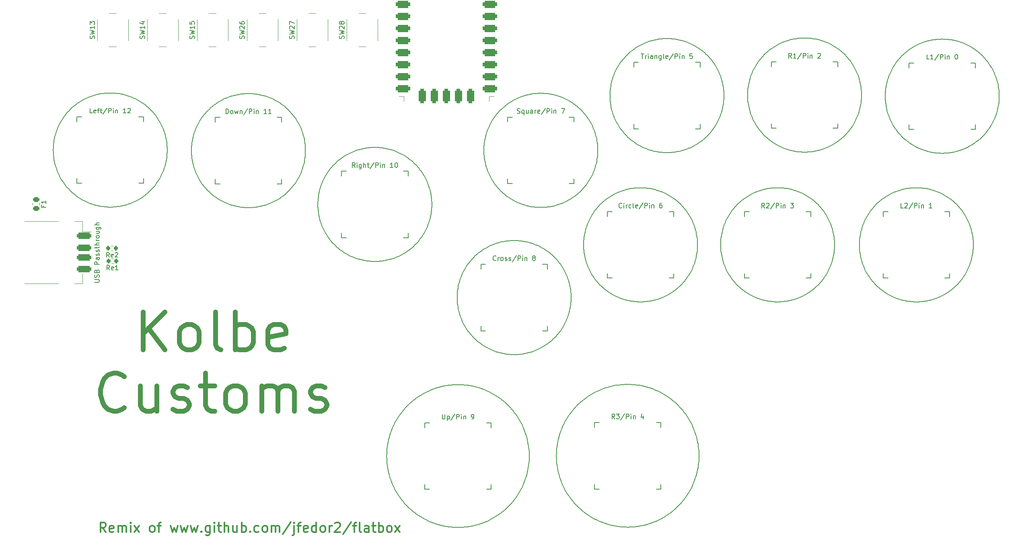
<source format=gbr>
%TF.GenerationSoftware,KiCad,Pcbnew,7.0.6*%
%TF.CreationDate,2024-02-01T15:41:42-05:00*%
%TF.ProjectId,Kolbebox_USB_Passthrough,4b6f6c62-6562-46f7-985f-5553425f5061,rev?*%
%TF.SameCoordinates,Original*%
%TF.FileFunction,Legend,Top*%
%TF.FilePolarity,Positive*%
%FSLAX46Y46*%
G04 Gerber Fmt 4.6, Leading zero omitted, Abs format (unit mm)*
G04 Created by KiCad (PCBNEW 7.0.6) date 2024-02-01 15:41:42*
%MOMM*%
%LPD*%
G01*
G04 APERTURE LIST*
G04 Aperture macros list*
%AMRoundRect*
0 Rectangle with rounded corners*
0 $1 Rounding radius*
0 $2 $3 $4 $5 $6 $7 $8 $9 X,Y pos of 4 corners*
0 Add a 4 corners polygon primitive as box body*
4,1,4,$2,$3,$4,$5,$6,$7,$8,$9,$2,$3,0*
0 Add four circle primitives for the rounded corners*
1,1,$1+$1,$2,$3*
1,1,$1+$1,$4,$5*
1,1,$1+$1,$6,$7*
1,1,$1+$1,$8,$9*
0 Add four rect primitives between the rounded corners*
20,1,$1+$1,$2,$3,$4,$5,0*
20,1,$1+$1,$4,$5,$6,$7,0*
20,1,$1+$1,$6,$7,$8,$9,0*
20,1,$1+$1,$8,$9,$2,$3,0*%
G04 Aperture macros list end*
%ADD10C,0.200000*%
%ADD11C,0.300000*%
%ADD12C,1.000000*%
%ADD13C,0.150000*%
%ADD14C,0.120000*%
%ADD15C,2.000000*%
%ADD16C,3.000000*%
%ADD17C,5.000000*%
%ADD18C,2.032000*%
%ADD19C,8.000000*%
%ADD20RoundRect,0.381000X1.119000X0.381000X-1.119000X0.381000X-1.119000X-0.381000X1.119000X-0.381000X0*%
%ADD21RoundRect,0.381000X-0.381000X1.119000X-0.381000X-1.119000X0.381000X-1.119000X0.381000X1.119000X0*%
%ADD22RoundRect,0.381000X0.381000X-1.119000X0.381000X1.119000X-0.381000X1.119000X-0.381000X-1.119000X0*%
%ADD23RoundRect,0.325000X-1.175000X0.325000X-1.175000X-0.325000X1.175000X-0.325000X1.175000X0.325000X0*%
%ADD24O,2.900000X1.200000*%
%ADD25RoundRect,0.243750X-0.456250X0.243750X-0.456250X-0.243750X0.456250X-0.243750X0.456250X0.243750X0*%
%ADD26RoundRect,0.200000X0.200000X0.275000X-0.200000X0.275000X-0.200000X-0.275000X0.200000X-0.275000X0*%
G04 APERTURE END LIST*
D10*
X75320345Y-65170530D02*
X75327016Y-64768696D01*
X75346925Y-64369048D01*
X75379915Y-63971861D01*
X75425827Y-63577408D01*
X75484504Y-63185963D01*
X75555789Y-62797800D01*
X75639522Y-62413193D01*
X75735548Y-62032415D01*
X75843708Y-61655740D01*
X75963844Y-61283443D01*
X76095799Y-60915796D01*
X76239414Y-60553075D01*
X76394534Y-60195553D01*
X76560999Y-59843503D01*
X76738651Y-59497200D01*
X76927335Y-59156918D01*
X77126890Y-58822929D01*
X77337161Y-58495509D01*
X77557989Y-58174931D01*
X77789217Y-57861469D01*
X78030686Y-57555396D01*
X78282240Y-57256987D01*
X78543720Y-56966516D01*
X78814968Y-56684256D01*
X79095828Y-56410481D01*
X79386142Y-56145465D01*
X79685751Y-55889483D01*
X79994498Y-55642807D01*
X80312226Y-55405711D01*
X80638776Y-55178470D01*
X80973991Y-54961358D01*
X81317714Y-54754648D01*
X93312452Y-54754648D02*
X93656174Y-54961358D01*
X93991389Y-55178470D01*
X94317939Y-55405711D01*
X94635667Y-55642807D01*
X94944414Y-55889483D01*
X95244023Y-56145465D01*
X95534336Y-56410481D01*
X95815196Y-56684256D01*
X96086445Y-56966516D01*
X96347925Y-57256987D01*
X96599479Y-57555396D01*
X96840948Y-57861469D01*
X97072175Y-58174931D01*
X97293003Y-58495509D01*
X97503274Y-58822929D01*
X97702830Y-59156918D01*
X97891513Y-59497200D01*
X98069166Y-59843503D01*
X98235631Y-60195553D01*
X98390750Y-60553075D01*
X98534366Y-60915796D01*
X98666321Y-61283443D01*
X98786457Y-61655740D01*
X98894617Y-62032415D01*
X98990642Y-62413193D01*
X99074376Y-62797800D01*
X99145660Y-63185963D01*
X99204338Y-63577408D01*
X99250250Y-63971861D01*
X99283240Y-64369048D01*
X99303149Y-64768696D01*
X99309821Y-65170530D01*
X181412661Y-63997400D02*
X181062266Y-64192523D01*
X180707142Y-64375058D01*
X180347602Y-64545004D01*
X179983962Y-64702362D01*
X179616538Y-64847131D01*
X179245645Y-64979311D01*
X178871597Y-65098903D01*
X178494712Y-65205907D01*
X178115303Y-65300321D01*
X177733687Y-65382147D01*
X177350179Y-65451385D01*
X176965094Y-65508033D01*
X176578747Y-65552093D01*
X176191454Y-65583565D01*
X175803530Y-65602448D01*
X175415292Y-65608742D01*
X175027053Y-65602448D01*
X174639129Y-65583565D01*
X174251836Y-65552093D01*
X173865489Y-65508033D01*
X173480404Y-65451385D01*
X173096896Y-65382147D01*
X172715280Y-65300321D01*
X172335871Y-65205907D01*
X171958986Y-65098903D01*
X171584938Y-64979311D01*
X171214045Y-64847131D01*
X170846621Y-64702362D01*
X170482981Y-64545004D01*
X170123441Y-64375058D01*
X169768317Y-64192523D01*
X169417923Y-63997400D01*
X233918028Y-74621539D02*
X234261750Y-74828249D01*
X234596965Y-75045361D01*
X234923515Y-75272602D01*
X235241243Y-75509697D01*
X235549990Y-75756373D01*
X235849599Y-76012356D01*
X236139913Y-76277372D01*
X236420773Y-76551147D01*
X236692021Y-76833407D01*
X236953501Y-77123878D01*
X237205055Y-77422287D01*
X237446524Y-77728359D01*
X237677752Y-78041822D01*
X237898580Y-78362400D01*
X238108851Y-78689820D01*
X238308406Y-79023808D01*
X238497090Y-79364091D01*
X238674742Y-79710394D01*
X238841207Y-80062443D01*
X238996327Y-80419966D01*
X239139942Y-80782687D01*
X239271897Y-81150333D01*
X239392033Y-81522630D01*
X239500193Y-81899305D01*
X239596219Y-82280083D01*
X239679952Y-82664691D01*
X239751237Y-83052854D01*
X239809914Y-83444299D01*
X239855826Y-83838752D01*
X239888816Y-84235939D01*
X239908725Y-84635587D01*
X239915397Y-85037421D01*
X233918028Y-95453303D02*
X233567633Y-95648426D01*
X233212509Y-95830961D01*
X232852969Y-96000907D01*
X232489329Y-96158265D01*
X232121905Y-96303034D01*
X231751012Y-96435214D01*
X231376964Y-96554806D01*
X231000079Y-96661809D01*
X230620670Y-96756224D01*
X230239054Y-96838050D01*
X229855546Y-96907287D01*
X229470461Y-96963936D01*
X229084114Y-97007996D01*
X228696821Y-97039467D01*
X228308897Y-97058350D01*
X227920659Y-97064645D01*
X227532420Y-97058350D01*
X227144496Y-97039467D01*
X226757203Y-97007996D01*
X226370856Y-96963936D01*
X225985771Y-96907287D01*
X225602263Y-96838050D01*
X225220647Y-96756224D01*
X224841238Y-96661809D01*
X224464353Y-96554806D01*
X224090305Y-96435214D01*
X223719412Y-96303034D01*
X223351988Y-96158265D01*
X222988348Y-96000907D01*
X222628808Y-95830961D01*
X222273684Y-95648426D01*
X221923290Y-95453303D01*
X182162523Y-129505583D02*
X182154177Y-130008256D01*
X182129271Y-130508195D01*
X182088003Y-131005057D01*
X182030569Y-131498498D01*
X181957167Y-131988176D01*
X181867994Y-132473749D01*
X181763247Y-132954873D01*
X181643124Y-133431208D01*
X181507821Y-133902409D01*
X181357537Y-134368134D01*
X181192468Y-134828041D01*
X181012812Y-135281787D01*
X180818766Y-135729030D01*
X180610526Y-136169426D01*
X180388291Y-136602634D01*
X180152258Y-137028311D01*
X179902624Y-137446113D01*
X179639586Y-137855699D01*
X179363341Y-138256726D01*
X179074087Y-138648852D01*
X178772021Y-139031733D01*
X178457340Y-139405028D01*
X178130242Y-139768393D01*
X177790923Y-140121486D01*
X177439581Y-140463965D01*
X177076414Y-140795486D01*
X176701618Y-141115708D01*
X176315391Y-141424287D01*
X175917929Y-141720882D01*
X175509431Y-142005148D01*
X175090094Y-142276745D01*
X174660115Y-142535330D01*
X123923745Y-142599412D02*
X123493765Y-142340827D01*
X123074427Y-142069230D01*
X122665929Y-141784964D01*
X122268468Y-141488369D01*
X121882241Y-141179790D01*
X121507445Y-140859568D01*
X121144277Y-140528047D01*
X120792936Y-140185568D01*
X120453617Y-139832475D01*
X120126518Y-139469110D01*
X119811838Y-139095815D01*
X119509772Y-138712934D01*
X119220517Y-138320808D01*
X118944273Y-137919781D01*
X118681235Y-137510195D01*
X118431600Y-137092393D01*
X118195567Y-136666716D01*
X117973332Y-136233508D01*
X117765093Y-135793112D01*
X117571047Y-135345869D01*
X117391391Y-134892123D01*
X117226322Y-134432216D01*
X117076037Y-133966491D01*
X116940735Y-133495290D01*
X116820612Y-133018955D01*
X116715865Y-132537831D01*
X116626692Y-132052258D01*
X116553290Y-131562580D01*
X116495856Y-131069139D01*
X116454588Y-130572277D01*
X116429682Y-130072338D01*
X116421337Y-129569665D01*
X204708930Y-95453303D02*
X204358535Y-95648426D01*
X204003411Y-95830961D01*
X203643871Y-96000907D01*
X203280231Y-96158265D01*
X202912807Y-96303034D01*
X202541914Y-96435214D01*
X202167866Y-96554806D01*
X201790981Y-96661809D01*
X201411572Y-96756224D01*
X201029956Y-96838050D01*
X200646448Y-96907287D01*
X200261363Y-96963936D01*
X199875016Y-97007996D01*
X199487723Y-97039467D01*
X199099799Y-97058350D01*
X198711561Y-97064645D01*
X198323322Y-97058350D01*
X197935398Y-97039467D01*
X197548105Y-97007996D01*
X197161758Y-96963936D01*
X196776673Y-96907287D01*
X196393165Y-96838050D01*
X196011549Y-96756224D01*
X195632140Y-96661809D01*
X195255255Y-96554806D01*
X194881207Y-96435214D01*
X194510314Y-96303034D01*
X194142890Y-96158265D01*
X193779250Y-96000907D01*
X193419710Y-95830961D01*
X193064586Y-95648426D01*
X192714192Y-95453303D01*
X159655299Y-116475836D02*
X160093624Y-116231746D01*
X160537867Y-116003404D01*
X160987633Y-115790809D01*
X161442528Y-115593963D01*
X161902158Y-115412864D01*
X162366127Y-115247513D01*
X162834041Y-115097909D01*
X163305506Y-114964054D01*
X163780127Y-114845946D01*
X164257509Y-114743586D01*
X164737259Y-114656973D01*
X165218982Y-114586108D01*
X165702282Y-114530991D01*
X166186766Y-114491622D01*
X166672039Y-114468000D01*
X167157707Y-114460127D01*
X167643374Y-114468000D01*
X168128647Y-114491622D01*
X168613131Y-114530991D01*
X169096431Y-114586108D01*
X169578154Y-114656973D01*
X170057904Y-114743586D01*
X170535286Y-114845946D01*
X171009907Y-114964054D01*
X171481372Y-115097909D01*
X171949286Y-115247513D01*
X172413255Y-115412864D01*
X172872885Y-115593963D01*
X173327780Y-115790809D01*
X173777546Y-116003404D01*
X174221789Y-116231746D01*
X174660115Y-116475836D01*
X192714192Y-74621539D02*
X193064586Y-74426415D01*
X193419710Y-74243880D01*
X193779250Y-74073934D01*
X194142890Y-73916576D01*
X194510314Y-73771807D01*
X194881207Y-73639627D01*
X195255255Y-73520035D01*
X195632140Y-73413031D01*
X196011549Y-73318617D01*
X196393165Y-73236791D01*
X196776673Y-73167553D01*
X197161758Y-73110905D01*
X197548105Y-73066845D01*
X197935398Y-73035373D01*
X198323322Y-73016490D01*
X198711561Y-73010196D01*
X199099799Y-73016490D01*
X199487723Y-73035373D01*
X199875016Y-73066845D01*
X200261363Y-73110905D01*
X200646448Y-73167553D01*
X201029956Y-73236791D01*
X201411572Y-73318617D01*
X201790981Y-73413031D01*
X202167866Y-73520035D01*
X202541914Y-73639627D01*
X202912807Y-73771807D01*
X203280231Y-73916576D01*
X203643871Y-74073934D01*
X204003411Y-74243880D01*
X204358535Y-74426415D01*
X204708930Y-74621539D01*
X239915397Y-85037421D02*
X239908725Y-85439254D01*
X239888816Y-85838902D01*
X239855826Y-86236089D01*
X239809914Y-86630542D01*
X239751237Y-87021987D01*
X239679952Y-87410150D01*
X239596219Y-87794757D01*
X239500193Y-88175535D01*
X239392033Y-88552210D01*
X239271897Y-88924507D01*
X239139942Y-89292154D01*
X238996327Y-89654875D01*
X238841207Y-90012397D01*
X238674742Y-90364447D01*
X238497090Y-90710750D01*
X238308406Y-91051033D01*
X238108851Y-91385021D01*
X237898580Y-91712441D01*
X237677752Y-92033019D01*
X237446524Y-92346481D01*
X237205055Y-92652554D01*
X236953501Y-92950963D01*
X236692021Y-93241434D01*
X236420773Y-93523694D01*
X236139913Y-93797469D01*
X235849599Y-94062485D01*
X235549990Y-94318467D01*
X235241243Y-94565143D01*
X234923515Y-94802239D01*
X234596965Y-95029480D01*
X234261750Y-95246592D01*
X233918028Y-95453303D01*
X142865684Y-75530868D02*
X142521961Y-75324157D01*
X142186746Y-75107045D01*
X141860196Y-74879804D01*
X141542468Y-74642709D01*
X141233721Y-74396033D01*
X140934112Y-74140050D01*
X140643798Y-73875034D01*
X140362938Y-73601259D01*
X140091690Y-73318999D01*
X139830210Y-73028528D01*
X139578656Y-72730119D01*
X139337187Y-72424047D01*
X139105959Y-72110584D01*
X138885131Y-71790006D01*
X138674860Y-71462586D01*
X138475305Y-71128598D01*
X138286621Y-70788315D01*
X138108969Y-70442012D01*
X137942504Y-70089963D01*
X137787384Y-69732440D01*
X137643769Y-69369719D01*
X137511814Y-69002073D01*
X137391678Y-68629776D01*
X137283518Y-68253101D01*
X137187492Y-67872323D01*
X137103759Y-67487715D01*
X137032474Y-67099552D01*
X136973797Y-66708107D01*
X136927885Y-66313654D01*
X136894895Y-65916467D01*
X136874986Y-65516819D01*
X136868315Y-65114986D01*
X210706299Y-85037421D02*
X210699627Y-85439254D01*
X210679718Y-85838902D01*
X210646728Y-86236089D01*
X210600816Y-86630542D01*
X210542139Y-87021987D01*
X210470854Y-87410150D01*
X210387121Y-87794757D01*
X210291095Y-88175535D01*
X210182935Y-88552210D01*
X210062799Y-88924507D01*
X209930844Y-89292154D01*
X209787229Y-89654875D01*
X209632109Y-90012397D01*
X209465644Y-90364447D01*
X209287992Y-90710750D01*
X209099308Y-91051033D01*
X208899753Y-91385021D01*
X208689482Y-91712441D01*
X208468654Y-92033019D01*
X208237426Y-92346481D01*
X207995957Y-92652554D01*
X207744403Y-92950963D01*
X207482923Y-93241434D01*
X207211675Y-93523694D01*
X206930815Y-93797469D01*
X206640501Y-94062485D01*
X206340892Y-94318467D01*
X206032145Y-94565143D01*
X205714417Y-94802239D01*
X205387867Y-95029480D01*
X205052652Y-95246592D01*
X204708930Y-95453303D01*
X210385198Y-43047376D02*
X210728920Y-43254086D01*
X211064135Y-43471198D01*
X211390685Y-43698439D01*
X211708413Y-43935534D01*
X212017160Y-44182210D01*
X212316769Y-44438193D01*
X212607083Y-44703209D01*
X212887943Y-44976983D01*
X213159191Y-45259243D01*
X213420671Y-45549715D01*
X213672225Y-45848124D01*
X213913694Y-46154196D01*
X214144922Y-46467658D01*
X214365750Y-46788236D01*
X214576021Y-47115656D01*
X214775576Y-47449645D01*
X214964260Y-47789927D01*
X215141912Y-48136230D01*
X215308377Y-48488280D01*
X215463497Y-48845802D01*
X215607112Y-49208524D01*
X215739067Y-49576170D01*
X215859203Y-49948467D01*
X215967363Y-50325142D01*
X216063389Y-50705920D01*
X216147122Y-51090528D01*
X216218407Y-51478691D01*
X216277084Y-51870136D01*
X216322996Y-52264589D01*
X216355986Y-52661776D01*
X216375895Y-53061424D01*
X216382567Y-53463258D01*
X221923290Y-95453303D02*
X221579567Y-95246592D01*
X221244352Y-95029480D01*
X220917802Y-94802239D01*
X220600074Y-94565143D01*
X220291327Y-94318467D01*
X219991718Y-94062485D01*
X219701404Y-93797469D01*
X219420544Y-93523694D01*
X219149296Y-93241434D01*
X218887816Y-92950963D01*
X218636262Y-92652554D01*
X218394793Y-92346481D01*
X218163565Y-92033019D01*
X217942737Y-91712441D01*
X217732466Y-91385021D01*
X217532911Y-91051033D01*
X217344227Y-90710750D01*
X217166575Y-90364447D01*
X217000110Y-90012397D01*
X216844990Y-89654875D01*
X216701375Y-89292154D01*
X216569420Y-88924507D01*
X216449284Y-88552210D01*
X216341124Y-88175535D01*
X216245098Y-87794757D01*
X216161365Y-87410150D01*
X216090080Y-87021987D01*
X216031403Y-86630542D01*
X215985491Y-86236089D01*
X215952501Y-85838902D01*
X215932592Y-85439254D01*
X215925921Y-85037421D01*
X93312452Y-75586412D02*
X92962057Y-75781535D01*
X92606933Y-75964070D01*
X92247393Y-76134016D01*
X91883753Y-76291374D01*
X91516329Y-76436143D01*
X91145436Y-76568323D01*
X90771388Y-76687915D01*
X90394503Y-76794919D01*
X90015094Y-76889333D01*
X89633478Y-76971159D01*
X89249970Y-77040397D01*
X88864885Y-77097045D01*
X88478538Y-77141105D01*
X88091245Y-77172577D01*
X87703321Y-77191460D01*
X87315083Y-77197754D01*
X86926844Y-77191460D01*
X86538920Y-77172577D01*
X86151627Y-77141105D01*
X85765280Y-77097045D01*
X85380195Y-77040397D01*
X84996687Y-76971159D01*
X84615071Y-76889333D01*
X84235662Y-76794919D01*
X83858777Y-76687915D01*
X83484729Y-76568323D01*
X83113836Y-76436143D01*
X82746412Y-76291374D01*
X82382772Y-76134016D01*
X82023232Y-75964070D01*
X81668108Y-75781535D01*
X81317714Y-75586412D01*
X175854652Y-95453303D02*
X175504257Y-95648426D01*
X175149133Y-95830961D01*
X174789593Y-96000907D01*
X174425953Y-96158265D01*
X174058529Y-96303034D01*
X173687636Y-96435214D01*
X173313588Y-96554806D01*
X172936703Y-96661809D01*
X172557294Y-96756224D01*
X172175678Y-96838050D01*
X171792170Y-96907287D01*
X171407085Y-96963936D01*
X171020738Y-97007996D01*
X170633445Y-97039467D01*
X170245521Y-97058350D01*
X169857283Y-97064645D01*
X169469044Y-97058350D01*
X169081120Y-97039467D01*
X168693827Y-97007996D01*
X168307480Y-96963936D01*
X167922395Y-96907287D01*
X167538887Y-96838050D01*
X167157271Y-96756224D01*
X166777862Y-96661809D01*
X166400977Y-96554806D01*
X166026929Y-96435214D01*
X165656036Y-96303034D01*
X165288612Y-96158265D01*
X164924972Y-96000907D01*
X164565432Y-95830961D01*
X164210308Y-95648426D01*
X163859914Y-95453303D01*
X186716823Y-85037421D02*
X186723494Y-84635587D01*
X186743403Y-84235939D01*
X186776393Y-83838752D01*
X186822305Y-83444299D01*
X186880983Y-83052854D01*
X186952267Y-82664691D01*
X187036001Y-82280083D01*
X187132026Y-81899305D01*
X187240186Y-81522630D01*
X187360322Y-81150333D01*
X187492277Y-80782687D01*
X187635893Y-80419966D01*
X187791012Y-80062443D01*
X187957477Y-79710394D01*
X188135130Y-79364091D01*
X188323813Y-79023808D01*
X188523369Y-78689820D01*
X188733640Y-78362400D01*
X188954468Y-78041822D01*
X189185695Y-77728359D01*
X189427164Y-77422287D01*
X189678718Y-77123878D01*
X189940198Y-76833407D01*
X190211447Y-76551147D01*
X190492307Y-76277372D01*
X190782620Y-76012356D01*
X191082229Y-75756373D01*
X191390976Y-75509697D01*
X191708704Y-75272602D01*
X192035254Y-75045361D01*
X192370469Y-74828249D01*
X192714192Y-74621539D01*
X138928561Y-142599412D02*
X138490235Y-142843501D01*
X138045992Y-143071843D01*
X137596226Y-143284438D01*
X137141331Y-143481284D01*
X136681701Y-143662383D01*
X136217732Y-143827734D01*
X135749818Y-143977338D01*
X135278353Y-144111193D01*
X134803732Y-144229301D01*
X134326350Y-144331661D01*
X133846600Y-144418274D01*
X133364877Y-144489139D01*
X132881577Y-144544256D01*
X132397093Y-144583625D01*
X131911820Y-144607247D01*
X131426153Y-144615121D01*
X130940485Y-144607247D01*
X130455212Y-144583625D01*
X129970728Y-144544256D01*
X129487428Y-144489139D01*
X129005705Y-144418274D01*
X128525955Y-144331661D01*
X128048573Y-144229301D01*
X127573952Y-144111193D01*
X127102487Y-143977338D01*
X126634573Y-143827734D01*
X126170604Y-143662383D01*
X125710974Y-143481284D01*
X125256079Y-143284438D01*
X124806313Y-143071843D01*
X124362070Y-142843501D01*
X123923745Y-142599412D01*
X169417923Y-43165636D02*
X169768317Y-42970512D01*
X170123441Y-42787977D01*
X170482981Y-42618031D01*
X170846621Y-42460673D01*
X171214045Y-42315904D01*
X171584938Y-42183724D01*
X171958986Y-42064132D01*
X172335871Y-41957129D01*
X172715280Y-41862714D01*
X173096896Y-41780888D01*
X173480404Y-41711651D01*
X173865489Y-41655002D01*
X174251836Y-41610942D01*
X174639129Y-41579471D01*
X175027053Y-41560588D01*
X175415292Y-41554294D01*
X175803530Y-41560588D01*
X176191454Y-41579471D01*
X176578747Y-41610942D01*
X176965094Y-41655002D01*
X177350179Y-41711651D01*
X177733687Y-41780888D01*
X178115303Y-41862714D01*
X178494712Y-41957129D01*
X178871597Y-42064132D01*
X179245645Y-42183724D01*
X179616538Y-42315904D01*
X179983962Y-42460673D01*
X180347602Y-42618031D01*
X180707142Y-42787977D01*
X181062266Y-42970512D01*
X181412661Y-43165636D01*
X64221646Y-54636398D02*
X64565368Y-54843108D01*
X64900583Y-55060220D01*
X65227133Y-55287461D01*
X65544861Y-55524557D01*
X65853608Y-55771233D01*
X66153217Y-56027215D01*
X66443531Y-56292231D01*
X66724391Y-56566006D01*
X66995639Y-56848266D01*
X67257119Y-57138737D01*
X67508673Y-57437146D01*
X67750142Y-57743219D01*
X67981370Y-58056681D01*
X68202198Y-58377259D01*
X68412469Y-58704679D01*
X68612024Y-59038668D01*
X68800708Y-59378950D01*
X68978360Y-59725253D01*
X69144825Y-60077303D01*
X69299945Y-60434825D01*
X69443560Y-60797546D01*
X69575515Y-61165193D01*
X69695651Y-61537490D01*
X69803811Y-61914165D01*
X69899837Y-62294943D01*
X69983570Y-62679550D01*
X70054855Y-63067713D01*
X70113532Y-63459158D01*
X70159444Y-63853611D01*
X70192434Y-64250798D01*
X70212343Y-64650446D01*
X70219015Y-65052280D01*
X245355098Y-53699766D02*
X245339490Y-54318685D01*
X245293170Y-54929479D01*
X245216891Y-55531393D01*
X245111407Y-56123671D01*
X244977471Y-56705556D01*
X244815837Y-57276294D01*
X244627259Y-57835128D01*
X244412491Y-58381304D01*
X244172286Y-58914064D01*
X243907397Y-59432654D01*
X243618578Y-59936318D01*
X243306584Y-60424301D01*
X242972167Y-60895845D01*
X242616082Y-61350197D01*
X242239081Y-61786599D01*
X241841919Y-62204297D01*
X241425350Y-62602535D01*
X240990126Y-62980556D01*
X240537002Y-63337606D01*
X240066731Y-63672928D01*
X239580067Y-63985768D01*
X239077763Y-64275368D01*
X238560574Y-64540975D01*
X238029252Y-64781831D01*
X237484552Y-64997181D01*
X236927227Y-65186269D01*
X236358031Y-65348341D01*
X235777717Y-65482639D01*
X235187040Y-65588409D01*
X234586752Y-65664894D01*
X233977607Y-65711340D01*
X233360360Y-65726990D01*
X160857791Y-65114986D02*
X160851119Y-65516819D01*
X160831210Y-65916467D01*
X160798220Y-66313654D01*
X160752308Y-66708107D01*
X160693631Y-67099552D01*
X160622346Y-67487715D01*
X160538613Y-67872323D01*
X160442587Y-68253101D01*
X160334427Y-68629776D01*
X160214291Y-69002073D01*
X160082336Y-69369719D01*
X159938721Y-69732440D01*
X159783601Y-70089963D01*
X159617136Y-70442012D01*
X159439484Y-70788315D01*
X159250800Y-71128598D01*
X159051245Y-71462586D01*
X158840974Y-71790006D01*
X158620146Y-72110584D01*
X158388918Y-72424047D01*
X158147449Y-72730119D01*
X157895895Y-73028528D01*
X157634415Y-73318999D01*
X157363167Y-73601259D01*
X157082307Y-73875034D01*
X156791993Y-74140050D01*
X156492384Y-74396033D01*
X156183637Y-74642709D01*
X155865909Y-74879804D01*
X155539359Y-75107045D01*
X155204144Y-75324157D01*
X154860422Y-75530868D01*
X52226909Y-54636398D02*
X52577302Y-54441274D01*
X52932427Y-54258739D01*
X53291967Y-54088793D01*
X53655607Y-53931435D01*
X54023031Y-53786666D01*
X54393924Y-53654486D01*
X54767971Y-53534894D01*
X55144857Y-53427890D01*
X55524265Y-53333476D01*
X55905881Y-53251650D01*
X56289390Y-53182412D01*
X56674475Y-53125764D01*
X57060822Y-53081704D01*
X57448114Y-53050232D01*
X57836038Y-53031349D01*
X58224277Y-53025055D01*
X58612516Y-53031349D01*
X59000440Y-53050232D01*
X59387732Y-53081704D01*
X59774079Y-53125764D01*
X60159164Y-53182412D01*
X60542673Y-53251650D01*
X60924289Y-53333476D01*
X61303697Y-53427890D01*
X61680583Y-53534894D01*
X62054630Y-53654486D01*
X62425523Y-53786666D01*
X62792947Y-53931435D01*
X63156587Y-54088793D01*
X63516127Y-54258739D01*
X63871252Y-54441274D01*
X64221646Y-54636398D01*
X131255108Y-96153426D02*
X131261779Y-95751592D01*
X131281688Y-95351944D01*
X131314678Y-94954757D01*
X131360590Y-94560304D01*
X131419268Y-94168859D01*
X131490552Y-93780696D01*
X131574286Y-93396089D01*
X131670311Y-93015311D01*
X131778471Y-92638636D01*
X131898607Y-92266339D01*
X132030562Y-91898692D01*
X132174178Y-91535971D01*
X132329297Y-91178449D01*
X132495762Y-90826399D01*
X132673415Y-90480096D01*
X132862098Y-90139814D01*
X133061654Y-89805825D01*
X133271925Y-89478405D01*
X133492753Y-89157827D01*
X133723980Y-88844365D01*
X133965449Y-88538293D01*
X134217003Y-88239884D01*
X134478483Y-87949413D01*
X134749732Y-87667153D01*
X135030592Y-87393378D01*
X135320905Y-87128362D01*
X135620514Y-86872380D01*
X135929261Y-86625704D01*
X136246989Y-86388609D01*
X136573539Y-86161368D01*
X136908754Y-85944256D01*
X137252477Y-85737546D01*
X192393091Y-53463258D02*
X192399762Y-53061424D01*
X192419671Y-52661776D01*
X192452661Y-52264589D01*
X192498573Y-51870136D01*
X192557250Y-51478691D01*
X192628535Y-51090528D01*
X192712268Y-50705920D01*
X192808294Y-50325142D01*
X192916454Y-49948467D01*
X193036590Y-49576170D01*
X193168545Y-49208524D01*
X193312160Y-48845802D01*
X193467280Y-48488280D01*
X193633745Y-48136230D01*
X193811397Y-47789927D01*
X194000081Y-47449645D01*
X194199636Y-47115656D01*
X194409907Y-46788236D01*
X194630735Y-46467658D01*
X194861963Y-46154196D01*
X195103432Y-45848124D01*
X195354986Y-45549715D01*
X195616466Y-45259243D01*
X195887714Y-44976983D01*
X196168574Y-44703209D01*
X196458888Y-44438193D01*
X196758497Y-44182210D01*
X197067244Y-43935534D01*
X197384972Y-43698439D01*
X197711522Y-43471198D01*
X198046737Y-43254086D01*
X198390460Y-43047376D01*
X119919904Y-86938924D02*
X119569509Y-87134047D01*
X119214385Y-87316582D01*
X118854845Y-87486528D01*
X118491205Y-87643886D01*
X118123781Y-87788655D01*
X117752888Y-87920835D01*
X117378840Y-88040427D01*
X117001955Y-88147430D01*
X116622546Y-88241845D01*
X116240930Y-88323671D01*
X115857422Y-88392908D01*
X115472337Y-88449557D01*
X115085990Y-88493617D01*
X114698697Y-88525088D01*
X114310773Y-88543971D01*
X113922535Y-88550266D01*
X113534296Y-88543971D01*
X113146372Y-88525088D01*
X112759079Y-88493617D01*
X112372732Y-88449557D01*
X111987647Y-88392908D01*
X111604139Y-88323671D01*
X111222523Y-88241845D01*
X110843114Y-88147430D01*
X110466229Y-88040427D01*
X110092181Y-87920835D01*
X109721288Y-87788655D01*
X109353864Y-87643886D01*
X108990224Y-87486528D01*
X108630684Y-87316582D01*
X108275560Y-87134047D01*
X107925166Y-86938924D01*
X101927798Y-76523042D02*
X101934469Y-76121208D01*
X101954378Y-75721560D01*
X101987368Y-75324373D01*
X102033280Y-74929920D01*
X102091957Y-74538475D01*
X102163242Y-74150312D01*
X102246975Y-73765704D01*
X102343001Y-73384926D01*
X102451161Y-73008251D01*
X102571297Y-72635954D01*
X102703252Y-72268308D01*
X102846867Y-71905587D01*
X103001987Y-71548064D01*
X103168451Y-71196015D01*
X103346104Y-70849712D01*
X103534788Y-70509429D01*
X103734343Y-70175441D01*
X103944614Y-69848021D01*
X104165442Y-69527443D01*
X104396669Y-69213980D01*
X104638139Y-68907908D01*
X104889692Y-68609499D01*
X105151172Y-68319028D01*
X105422421Y-68036768D01*
X105703281Y-67762993D01*
X105993594Y-67497977D01*
X106293203Y-67241994D01*
X106601950Y-66995318D01*
X106919678Y-66758223D01*
X107246228Y-66530982D01*
X107581443Y-66313870D01*
X107925166Y-66107160D01*
X137252477Y-85737546D02*
X137602871Y-85542422D01*
X137957995Y-85359887D01*
X138317535Y-85189940D01*
X138681175Y-85032583D01*
X139048599Y-84887814D01*
X139419492Y-84755633D01*
X139793540Y-84636041D01*
X140170425Y-84529038D01*
X140549834Y-84434623D01*
X140931450Y-84352797D01*
X141314958Y-84283560D01*
X141700043Y-84226911D01*
X142086390Y-84182851D01*
X142473683Y-84151379D01*
X142861607Y-84132496D01*
X143249846Y-84126202D01*
X143638084Y-84132496D01*
X144026008Y-84151379D01*
X144413301Y-84182851D01*
X144799648Y-84226911D01*
X145184733Y-84283560D01*
X145568241Y-84352797D01*
X145949857Y-84434623D01*
X146329266Y-84529038D01*
X146706151Y-84636041D01*
X147080199Y-84755633D01*
X147451092Y-84887814D01*
X147818516Y-85032583D01*
X148182156Y-85189940D01*
X148541696Y-85359887D01*
X148896820Y-85542422D01*
X149247215Y-85737546D01*
X154860422Y-54699104D02*
X155204144Y-54905814D01*
X155539359Y-55122926D01*
X155865909Y-55350167D01*
X156183637Y-55587263D01*
X156492384Y-55833939D01*
X156791993Y-56089921D01*
X157082307Y-56354937D01*
X157363167Y-56628712D01*
X157634415Y-56910972D01*
X157895895Y-57201443D01*
X158147449Y-57499852D01*
X158388918Y-57805925D01*
X158620146Y-58119387D01*
X158840974Y-58439965D01*
X159051245Y-58767385D01*
X159250800Y-59101374D01*
X159439484Y-59441656D01*
X159617136Y-59787959D01*
X159783601Y-60140009D01*
X159938721Y-60497531D01*
X160082336Y-60860252D01*
X160214291Y-61227899D01*
X160334427Y-61600196D01*
X160442587Y-61976871D01*
X160538613Y-62357649D01*
X160622346Y-62742256D01*
X160693631Y-63130419D01*
X160752308Y-63521864D01*
X160798220Y-63916317D01*
X160831210Y-64313504D01*
X160851119Y-64713152D01*
X160857791Y-65114986D01*
X221923290Y-74621539D02*
X222273684Y-74426415D01*
X222628808Y-74243880D01*
X222988348Y-74073934D01*
X223351988Y-73916576D01*
X223719412Y-73771807D01*
X224090305Y-73639627D01*
X224464353Y-73520035D01*
X224841238Y-73413031D01*
X225220647Y-73318617D01*
X225602263Y-73236791D01*
X225985771Y-73167553D01*
X226370856Y-73110905D01*
X226757203Y-73066845D01*
X227144496Y-73035373D01*
X227532420Y-73016490D01*
X227920659Y-73010196D01*
X228308897Y-73016490D01*
X228696821Y-73035373D01*
X229084114Y-73066845D01*
X229470461Y-73110905D01*
X229855546Y-73167553D01*
X230239054Y-73236791D01*
X230620670Y-73318617D01*
X231000079Y-73413031D01*
X231376964Y-73520035D01*
X231751012Y-73639627D01*
X232121905Y-73771807D01*
X232489329Y-73916576D01*
X232852969Y-74073934D01*
X233212509Y-74243880D01*
X233567633Y-74426415D01*
X233918028Y-74621539D01*
X181852021Y-85037421D02*
X181845349Y-85439254D01*
X181825440Y-85838902D01*
X181792450Y-86236089D01*
X181746538Y-86630542D01*
X181687861Y-87021987D01*
X181616576Y-87410150D01*
X181532843Y-87794757D01*
X181436817Y-88175535D01*
X181328657Y-88552210D01*
X181208521Y-88924507D01*
X181076566Y-89292154D01*
X180932951Y-89654875D01*
X180777831Y-90012397D01*
X180611366Y-90364447D01*
X180433714Y-90710750D01*
X180245030Y-91051033D01*
X180045475Y-91385021D01*
X179835204Y-91712441D01*
X179614376Y-92033019D01*
X179383148Y-92346481D01*
X179141679Y-92652554D01*
X178890125Y-92950963D01*
X178628645Y-93241434D01*
X178357397Y-93523694D01*
X178076537Y-93797469D01*
X177786223Y-94062485D01*
X177486614Y-94318467D01*
X177177867Y-94565143D01*
X176860139Y-94802239D01*
X176533589Y-95029480D01*
X176198374Y-95246592D01*
X175854652Y-95453303D01*
X138928561Y-116539918D02*
X139358540Y-116798502D01*
X139777877Y-117070098D01*
X140186375Y-117354365D01*
X140583837Y-117650960D01*
X140970064Y-117959539D01*
X141344860Y-118279761D01*
X141708027Y-118611282D01*
X142059369Y-118953760D01*
X142398688Y-119306854D01*
X142725786Y-119670219D01*
X143040467Y-120043513D01*
X143342533Y-120426395D01*
X143631787Y-120818520D01*
X143908032Y-121219547D01*
X144171070Y-121629133D01*
X144420704Y-122046936D01*
X144656737Y-122472613D01*
X144878972Y-122905820D01*
X145087212Y-123346217D01*
X145281258Y-123793460D01*
X145460914Y-124247206D01*
X145625983Y-124707113D01*
X145776267Y-125172838D01*
X145911570Y-125644039D01*
X146031693Y-126120373D01*
X146136440Y-126601498D01*
X146225613Y-127087071D01*
X146299015Y-127576749D01*
X146356449Y-128070190D01*
X146397717Y-128567052D01*
X146422623Y-129066991D01*
X146430969Y-129569665D01*
X64221646Y-75468162D02*
X63871252Y-75663285D01*
X63516127Y-75845820D01*
X63156587Y-76015766D01*
X62792947Y-76173124D01*
X62425523Y-76317893D01*
X62054630Y-76450073D01*
X61680583Y-76569665D01*
X61303697Y-76676669D01*
X60924289Y-76771083D01*
X60542673Y-76852909D01*
X60159164Y-76922147D01*
X59774079Y-76978795D01*
X59387732Y-77022855D01*
X59000440Y-77054327D01*
X58612516Y-77073210D01*
X58224277Y-77079504D01*
X57836038Y-77073210D01*
X57448114Y-77054327D01*
X57060822Y-77022855D01*
X56674475Y-76978795D01*
X56289390Y-76922147D01*
X55905881Y-76852909D01*
X55524265Y-76771083D01*
X55144857Y-76676669D01*
X54767971Y-76569665D01*
X54393924Y-76450073D01*
X54023031Y-76317893D01*
X53655607Y-76173124D01*
X53291967Y-76015766D01*
X52932427Y-75845820D01*
X52577302Y-75663285D01*
X52226909Y-75468162D01*
X227362991Y-43283884D02*
X227713385Y-43088760D01*
X228068509Y-42906225D01*
X228428049Y-42736279D01*
X228791689Y-42578921D01*
X229159113Y-42434152D01*
X229530006Y-42301972D01*
X229904054Y-42182380D01*
X230280939Y-42075376D01*
X230660348Y-41980962D01*
X231041964Y-41899136D01*
X231425472Y-41829898D01*
X231810557Y-41773250D01*
X232196904Y-41729190D01*
X232584197Y-41697718D01*
X232972121Y-41678835D01*
X233360360Y-41672541D01*
X233748598Y-41678835D01*
X234136522Y-41697718D01*
X234523815Y-41729190D01*
X234910162Y-41773250D01*
X235295247Y-41829898D01*
X235678755Y-41899136D01*
X236060371Y-41980962D01*
X236439780Y-42075376D01*
X236816665Y-42182380D01*
X237190713Y-42301972D01*
X237561606Y-42434152D01*
X237929030Y-42578921D01*
X238292670Y-42736279D01*
X238652210Y-42906225D01*
X239007334Y-43088760D01*
X239357729Y-43283884D01*
X169417923Y-63997400D02*
X169074200Y-63790689D01*
X168738985Y-63573577D01*
X168412435Y-63346336D01*
X168094707Y-63109241D01*
X167785960Y-62862565D01*
X167486351Y-62606582D01*
X167196038Y-62341566D01*
X166915178Y-62067791D01*
X166643929Y-61785531D01*
X166382449Y-61495060D01*
X166130896Y-61196651D01*
X165889426Y-60890579D01*
X165658199Y-60577116D01*
X165437371Y-60256538D01*
X165227100Y-59929118D01*
X165027545Y-59595130D01*
X164838861Y-59254847D01*
X164661208Y-58908544D01*
X164494744Y-58556495D01*
X164339624Y-58198972D01*
X164196009Y-57836251D01*
X164064054Y-57468605D01*
X163943918Y-57096308D01*
X163835758Y-56719633D01*
X163739732Y-56338855D01*
X163655999Y-55954247D01*
X163584714Y-55566084D01*
X163526037Y-55174639D01*
X163480125Y-54780186D01*
X163447135Y-54382999D01*
X163427226Y-53983351D01*
X163420555Y-53581518D01*
X116421337Y-129569665D02*
X116429682Y-129066991D01*
X116454588Y-128567052D01*
X116495856Y-128070190D01*
X116553290Y-127576749D01*
X116626692Y-127087071D01*
X116715865Y-126601498D01*
X116820612Y-126120373D01*
X116940735Y-125644039D01*
X117076037Y-125172838D01*
X117226322Y-124707113D01*
X117391391Y-124247206D01*
X117571047Y-123793460D01*
X117765093Y-123346217D01*
X117973332Y-122905820D01*
X118195567Y-122472613D01*
X118431600Y-122046936D01*
X118681235Y-121629133D01*
X118944273Y-121219547D01*
X119220517Y-120818520D01*
X119509772Y-120426395D01*
X119811838Y-120043513D01*
X120126518Y-119670219D01*
X120453617Y-119306854D01*
X120792936Y-118953760D01*
X121144277Y-118611282D01*
X121507445Y-118279761D01*
X121882241Y-117959539D01*
X122268468Y-117650960D01*
X122665929Y-117354365D01*
X123074427Y-117070098D01*
X123493765Y-116798502D01*
X123923745Y-116539918D01*
X149247215Y-85737546D02*
X149590937Y-85944256D01*
X149926152Y-86161368D01*
X150252702Y-86388609D01*
X150570430Y-86625704D01*
X150879177Y-86872380D01*
X151178786Y-87128362D01*
X151469100Y-87393378D01*
X151749960Y-87667153D01*
X152021208Y-87949413D01*
X152282688Y-88239884D01*
X152534242Y-88538293D01*
X152775711Y-88844365D01*
X153006939Y-89157827D01*
X153227767Y-89478405D01*
X153438038Y-89805825D01*
X153637593Y-90139814D01*
X153826277Y-90480096D01*
X154003929Y-90826399D01*
X154170394Y-91178449D01*
X154325514Y-91535971D01*
X154469129Y-91898692D01*
X154601084Y-92266339D01*
X154721220Y-92638636D01*
X154829380Y-93015311D01*
X154925406Y-93396089D01*
X155009139Y-93780696D01*
X155080424Y-94168859D01*
X155139101Y-94560304D01*
X155185013Y-94954757D01*
X155218003Y-95351944D01*
X155237912Y-95751592D01*
X155244584Y-96153426D01*
X215925921Y-85037421D02*
X215932592Y-84635587D01*
X215952501Y-84235939D01*
X215985491Y-83838752D01*
X216031403Y-83444299D01*
X216090080Y-83052854D01*
X216161365Y-82664691D01*
X216245098Y-82280083D01*
X216341124Y-81899305D01*
X216449284Y-81522630D01*
X216569420Y-81150333D01*
X216701375Y-80782687D01*
X216844990Y-80419966D01*
X217000110Y-80062443D01*
X217166575Y-79710394D01*
X217344227Y-79364091D01*
X217532911Y-79023808D01*
X217732466Y-78689820D01*
X217942737Y-78362400D01*
X218163565Y-78041822D01*
X218394793Y-77728359D01*
X218636262Y-77422287D01*
X218887816Y-77123878D01*
X219149296Y-76833407D01*
X219420544Y-76551147D01*
X219701404Y-76277372D01*
X219991718Y-76012356D01*
X220291327Y-75756373D01*
X220600074Y-75509697D01*
X220917802Y-75272602D01*
X221244352Y-75045361D01*
X221579567Y-74828249D01*
X221923290Y-74621539D01*
X163859914Y-95453303D02*
X163516191Y-95246592D01*
X163180976Y-95029480D01*
X162854426Y-94802239D01*
X162536698Y-94565143D01*
X162227951Y-94318467D01*
X161928342Y-94062485D01*
X161638028Y-93797469D01*
X161357168Y-93523694D01*
X161085920Y-93241434D01*
X160824440Y-92950963D01*
X160572886Y-92652554D01*
X160331417Y-92346481D01*
X160100189Y-92033019D01*
X159879361Y-91712441D01*
X159669090Y-91385021D01*
X159469535Y-91051033D01*
X159280851Y-90710750D01*
X159103199Y-90364447D01*
X158936734Y-90012397D01*
X158781614Y-89654875D01*
X158637999Y-89292154D01*
X158506044Y-88924507D01*
X158385908Y-88552210D01*
X158277748Y-88175535D01*
X158181722Y-87794757D01*
X158097989Y-87410150D01*
X158026704Y-87021987D01*
X157968027Y-86630542D01*
X157922115Y-86236089D01*
X157889125Y-85838902D01*
X157869216Y-85439254D01*
X157862545Y-85037421D01*
X181412661Y-43165636D02*
X181756383Y-43372346D01*
X182091598Y-43589458D01*
X182418148Y-43816699D01*
X182735876Y-44053795D01*
X183044623Y-44300471D01*
X183344232Y-44556453D01*
X183634546Y-44821469D01*
X183915406Y-45095244D01*
X184186654Y-45377504D01*
X184448134Y-45667975D01*
X184699688Y-45966384D01*
X184941157Y-46272457D01*
X185172385Y-46585919D01*
X185393213Y-46906497D01*
X185603484Y-47233917D01*
X185803039Y-47567906D01*
X185991723Y-47908188D01*
X186169375Y-48254491D01*
X186335840Y-48606541D01*
X186490960Y-48964063D01*
X186634575Y-49326784D01*
X186766530Y-49694431D01*
X186886666Y-50066728D01*
X186994826Y-50443403D01*
X187090852Y-50824181D01*
X187174585Y-51208788D01*
X187245870Y-51596951D01*
X187304547Y-51988396D01*
X187350459Y-52382849D01*
X187383449Y-52780036D01*
X187403358Y-53179684D01*
X187410030Y-53581518D01*
X163859914Y-74621539D02*
X164210308Y-74426415D01*
X164565432Y-74243880D01*
X164924972Y-74073934D01*
X165288612Y-73916576D01*
X165656036Y-73771807D01*
X166026929Y-73639627D01*
X166400977Y-73520035D01*
X166777862Y-73413031D01*
X167157271Y-73318617D01*
X167538887Y-73236791D01*
X167922395Y-73167553D01*
X168307480Y-73110905D01*
X168693827Y-73066845D01*
X169081120Y-73035373D01*
X169469044Y-73016490D01*
X169857283Y-73010196D01*
X170245521Y-73016490D01*
X170633445Y-73035373D01*
X171020738Y-73066845D01*
X171407085Y-73110905D01*
X171792170Y-73167553D01*
X172175678Y-73236791D01*
X172557294Y-73318617D01*
X172936703Y-73413031D01*
X173313588Y-73520035D01*
X173687636Y-73639627D01*
X174058529Y-73771807D01*
X174425953Y-73916576D01*
X174789593Y-74073934D01*
X175149133Y-74243880D01*
X175504257Y-74426415D01*
X175854652Y-74621539D01*
X239357729Y-43283884D02*
X239701451Y-43490594D01*
X240036666Y-43707706D01*
X240363216Y-43934947D01*
X240680944Y-44172043D01*
X240989691Y-44418719D01*
X241289300Y-44674701D01*
X241579614Y-44939717D01*
X241860474Y-45213492D01*
X242131722Y-45495752D01*
X242393202Y-45786223D01*
X242644756Y-46084632D01*
X242886225Y-46390705D01*
X243117453Y-46704167D01*
X243338281Y-47024745D01*
X243548552Y-47352165D01*
X243748107Y-47686154D01*
X243936791Y-48026436D01*
X244114443Y-48372739D01*
X244280908Y-48724789D01*
X244436028Y-49082311D01*
X244579643Y-49445032D01*
X244711598Y-49812679D01*
X244831734Y-50184976D01*
X244939894Y-50561651D01*
X245035920Y-50942429D01*
X245119653Y-51327036D01*
X245190938Y-51715199D01*
X245249615Y-52106644D01*
X245295527Y-52501097D01*
X245328517Y-52898284D01*
X245348426Y-53297932D01*
X245355098Y-53699766D01*
X70219015Y-65052280D02*
X70212343Y-65454113D01*
X70192434Y-65853761D01*
X70159444Y-66250948D01*
X70113532Y-66645401D01*
X70054855Y-67036846D01*
X69983570Y-67425009D01*
X69899837Y-67809616D01*
X69803811Y-68190394D01*
X69695651Y-68567069D01*
X69575515Y-68939366D01*
X69443560Y-69307013D01*
X69299945Y-69669734D01*
X69144825Y-70027256D01*
X68978360Y-70379306D01*
X68800708Y-70725609D01*
X68612024Y-71065892D01*
X68412469Y-71399880D01*
X68202198Y-71727300D01*
X67981370Y-72047878D01*
X67750142Y-72361340D01*
X67508673Y-72667413D01*
X67257119Y-72965822D01*
X66995639Y-73256293D01*
X66724391Y-73538553D01*
X66443531Y-73812328D01*
X66153217Y-74077344D01*
X65853608Y-74333326D01*
X65544861Y-74580002D01*
X65227133Y-74817098D01*
X64900583Y-75044339D01*
X64565368Y-75261451D01*
X64221646Y-75468162D01*
X163420555Y-53581518D02*
X163427226Y-53179684D01*
X163447135Y-52780036D01*
X163480125Y-52382849D01*
X163526037Y-51988396D01*
X163584714Y-51596951D01*
X163655999Y-51208788D01*
X163739732Y-50824181D01*
X163835758Y-50443403D01*
X163943918Y-50066728D01*
X164064054Y-49694431D01*
X164196009Y-49326784D01*
X164339624Y-48964063D01*
X164494744Y-48606541D01*
X164661208Y-48254491D01*
X164838861Y-47908188D01*
X165027545Y-47567906D01*
X165227100Y-47233917D01*
X165437371Y-46906497D01*
X165658199Y-46585919D01*
X165889426Y-46272457D01*
X166130896Y-45966384D01*
X166382449Y-45667975D01*
X166643929Y-45377504D01*
X166915178Y-45095244D01*
X167196038Y-44821469D01*
X167486351Y-44556453D01*
X167785960Y-44300471D01*
X168094707Y-44053795D01*
X168412435Y-43816699D01*
X168738985Y-43589458D01*
X169074200Y-43372346D01*
X169417923Y-43165636D01*
X152152891Y-129505583D02*
X152161236Y-129002909D01*
X152186142Y-128502970D01*
X152227410Y-128006108D01*
X152284844Y-127512667D01*
X152358246Y-127022989D01*
X152447419Y-126537416D01*
X152552166Y-126056291D01*
X152672289Y-125579957D01*
X152807591Y-125108756D01*
X152957876Y-124643031D01*
X153122945Y-124183124D01*
X153302601Y-123729378D01*
X153496647Y-123282135D01*
X153704886Y-122841738D01*
X153927121Y-122408531D01*
X154163154Y-121982854D01*
X154412789Y-121565051D01*
X154675827Y-121155465D01*
X154952071Y-120754438D01*
X155241326Y-120362313D01*
X155543392Y-119979431D01*
X155858072Y-119606137D01*
X156185171Y-119242772D01*
X156524490Y-118889678D01*
X156875831Y-118547200D01*
X157238999Y-118215679D01*
X157613795Y-117895457D01*
X158000022Y-117586878D01*
X158397483Y-117290283D01*
X158805981Y-117006016D01*
X159225319Y-116734420D01*
X159655299Y-116475836D01*
X107925166Y-66107160D02*
X108275560Y-65912036D01*
X108630684Y-65729501D01*
X108990224Y-65559555D01*
X109353864Y-65402197D01*
X109721288Y-65257428D01*
X110092181Y-65125248D01*
X110466229Y-65005656D01*
X110843114Y-64898652D01*
X111222523Y-64804238D01*
X111604139Y-64722412D01*
X111987647Y-64653174D01*
X112372732Y-64596526D01*
X112759079Y-64552466D01*
X113146372Y-64520994D01*
X113534296Y-64502111D01*
X113922535Y-64495817D01*
X114310773Y-64502111D01*
X114698697Y-64520994D01*
X115085990Y-64552466D01*
X115472337Y-64596526D01*
X115857422Y-64653174D01*
X116240930Y-64722412D01*
X116622546Y-64804238D01*
X117001955Y-64898652D01*
X117378840Y-65005656D01*
X117752888Y-65125248D01*
X118123781Y-65257428D01*
X118491205Y-65402197D01*
X118854845Y-65559555D01*
X119214385Y-65729501D01*
X119569509Y-65912036D01*
X119919904Y-66107160D01*
X146430969Y-129569665D02*
X146422623Y-130072338D01*
X146397717Y-130572277D01*
X146356449Y-131069139D01*
X146299015Y-131562580D01*
X146225613Y-132052258D01*
X146136440Y-132537831D01*
X146031693Y-133018955D01*
X145911570Y-133495290D01*
X145776267Y-133966491D01*
X145625983Y-134432216D01*
X145460914Y-134892123D01*
X145281258Y-135345869D01*
X145087212Y-135793112D01*
X144878972Y-136233508D01*
X144656737Y-136666716D01*
X144420704Y-137092393D01*
X144171070Y-137510195D01*
X143908032Y-137919781D01*
X143631787Y-138320808D01*
X143342533Y-138712934D01*
X143040467Y-139095815D01*
X142725786Y-139469110D01*
X142398688Y-139832475D01*
X142059369Y-140185568D01*
X141708027Y-140528047D01*
X141344860Y-140859568D01*
X140970064Y-141179790D01*
X140583837Y-141488369D01*
X140186375Y-141784964D01*
X139777877Y-142069230D01*
X139358540Y-142340827D01*
X138928561Y-142599412D01*
X157862545Y-85037421D02*
X157869216Y-84635587D01*
X157889125Y-84235939D01*
X157922115Y-83838752D01*
X157968027Y-83444299D01*
X158026704Y-83052854D01*
X158097989Y-82664691D01*
X158181722Y-82280083D01*
X158277748Y-81899305D01*
X158385908Y-81522630D01*
X158506044Y-81150333D01*
X158637999Y-80782687D01*
X158781614Y-80419966D01*
X158936734Y-80062443D01*
X159103199Y-79710394D01*
X159280851Y-79364091D01*
X159469535Y-79023808D01*
X159669090Y-78689820D01*
X159879361Y-78362400D01*
X160100189Y-78041822D01*
X160331417Y-77728359D01*
X160572886Y-77422287D01*
X160824440Y-77123878D01*
X161085920Y-76833407D01*
X161357168Y-76551147D01*
X161638028Y-76277372D01*
X161928342Y-76012356D01*
X162227951Y-75756373D01*
X162536698Y-75509697D01*
X162854426Y-75272602D01*
X163180976Y-75045361D01*
X163516191Y-74828249D01*
X163859914Y-74621539D01*
X119919904Y-66107160D02*
X120263626Y-66313870D01*
X120598841Y-66530982D01*
X120925391Y-66758223D01*
X121243119Y-66995318D01*
X121551866Y-67241994D01*
X121851475Y-67497977D01*
X122141789Y-67762993D01*
X122422649Y-68036768D01*
X122693897Y-68319028D01*
X122955377Y-68609499D01*
X123206931Y-68907908D01*
X123448400Y-69213980D01*
X123679628Y-69527443D01*
X123900456Y-69848021D01*
X124110727Y-70175441D01*
X124310282Y-70509429D01*
X124498966Y-70849712D01*
X124676618Y-71196015D01*
X124843083Y-71548064D01*
X124998203Y-71905587D01*
X125141818Y-72268308D01*
X125273773Y-72635954D01*
X125393909Y-73008251D01*
X125502069Y-73384926D01*
X125598095Y-73765704D01*
X125681828Y-74150312D01*
X125753113Y-74538475D01*
X125811790Y-74929920D01*
X125857702Y-75324373D01*
X125890692Y-75721560D01*
X125910601Y-76121208D01*
X125917273Y-76523042D01*
X123923745Y-116539918D02*
X124362070Y-116295828D01*
X124806313Y-116067486D01*
X125256079Y-115854891D01*
X125710974Y-115658045D01*
X126170604Y-115476946D01*
X126634573Y-115311595D01*
X127102487Y-115161991D01*
X127573952Y-115028136D01*
X128048573Y-114910028D01*
X128525955Y-114807668D01*
X129005705Y-114721055D01*
X129487428Y-114650190D01*
X129970728Y-114595073D01*
X130455212Y-114555704D01*
X130940485Y-114532082D01*
X131426153Y-114524209D01*
X131911820Y-114532082D01*
X132397093Y-114555704D01*
X132881577Y-114595073D01*
X133364877Y-114650190D01*
X133846600Y-114721055D01*
X134326350Y-114807668D01*
X134803732Y-114910028D01*
X135278353Y-115028136D01*
X135749818Y-115161991D01*
X136217732Y-115311595D01*
X136681701Y-115476946D01*
X137141331Y-115658045D01*
X137596226Y-115854891D01*
X138045992Y-116067486D01*
X138490235Y-116295828D01*
X138928561Y-116539918D01*
X107925166Y-86938924D02*
X107581443Y-86732213D01*
X107246228Y-86515101D01*
X106919678Y-86287860D01*
X106601950Y-86050764D01*
X106293203Y-85804088D01*
X105993594Y-85548106D01*
X105703281Y-85283090D01*
X105422421Y-85009315D01*
X105151172Y-84727055D01*
X104889692Y-84436584D01*
X104638139Y-84138175D01*
X104396669Y-83832102D01*
X104165442Y-83518640D01*
X103944614Y-83198062D01*
X103734343Y-82870642D01*
X103534788Y-82536654D01*
X103346104Y-82196371D01*
X103168451Y-81850068D01*
X103001987Y-81498018D01*
X102846867Y-81140496D01*
X102703252Y-80777775D01*
X102571297Y-80410128D01*
X102451161Y-80037831D01*
X102343001Y-79661156D01*
X102246975Y-79280378D01*
X102163242Y-78895771D01*
X102091957Y-78507608D01*
X102033280Y-78116163D01*
X101987368Y-77721710D01*
X101954378Y-77324523D01*
X101934469Y-76924875D01*
X101927798Y-76523042D01*
X210385198Y-63879139D02*
X210034803Y-64074262D01*
X209679679Y-64256797D01*
X209320139Y-64426743D01*
X208956499Y-64584101D01*
X208589075Y-64728870D01*
X208218182Y-64861050D01*
X207844134Y-64980642D01*
X207467249Y-65087646D01*
X207087840Y-65182060D01*
X206706224Y-65263886D01*
X206322716Y-65333124D01*
X205937631Y-65389772D01*
X205551284Y-65433832D01*
X205163991Y-65465304D01*
X204776067Y-65484187D01*
X204387829Y-65490481D01*
X203999590Y-65484187D01*
X203611666Y-65465304D01*
X203224373Y-65433832D01*
X202838026Y-65389772D01*
X202452941Y-65333124D01*
X202069433Y-65263886D01*
X201687817Y-65182060D01*
X201308408Y-65087646D01*
X200931523Y-64980642D01*
X200557475Y-64861050D01*
X200186582Y-64728870D01*
X199819158Y-64584101D01*
X199455518Y-64426743D01*
X199095978Y-64256797D01*
X198740854Y-64074262D01*
X198390460Y-63879139D01*
X221365622Y-53699766D02*
X221372293Y-53297932D01*
X221392202Y-52898284D01*
X221425192Y-52501097D01*
X221471104Y-52106644D01*
X221529781Y-51715199D01*
X221601066Y-51327036D01*
X221684799Y-50942429D01*
X221780825Y-50561651D01*
X221888985Y-50184976D01*
X222009121Y-49812679D01*
X222141076Y-49445032D01*
X222284691Y-49082311D01*
X222439811Y-48724789D01*
X222606276Y-48372739D01*
X222783928Y-48026436D01*
X222972612Y-47686154D01*
X223172167Y-47352165D01*
X223382438Y-47024745D01*
X223603266Y-46704167D01*
X223834494Y-46390705D01*
X224075963Y-46084632D01*
X224327517Y-45786223D01*
X224588997Y-45495752D01*
X224860245Y-45213492D01*
X225141105Y-44939717D01*
X225431419Y-44674701D01*
X225731028Y-44418719D01*
X226039775Y-44172043D01*
X226357503Y-43934947D01*
X226684053Y-43707706D01*
X227019268Y-43490594D01*
X227362991Y-43283884D01*
X81317714Y-75586412D02*
X80973991Y-75379701D01*
X80638776Y-75162589D01*
X80312226Y-74935348D01*
X79994498Y-74698253D01*
X79685751Y-74451577D01*
X79386142Y-74195594D01*
X79095828Y-73930578D01*
X78814968Y-73656803D01*
X78543720Y-73374543D01*
X78282240Y-73084072D01*
X78030686Y-72785663D01*
X77789217Y-72479591D01*
X77557989Y-72166128D01*
X77337161Y-71845550D01*
X77126890Y-71518130D01*
X76927335Y-71184142D01*
X76738651Y-70843859D01*
X76560999Y-70497556D01*
X76394534Y-70145507D01*
X76239414Y-69787984D01*
X76095799Y-69425263D01*
X75963844Y-69057617D01*
X75843708Y-68685320D01*
X75735548Y-68308645D01*
X75639522Y-67927867D01*
X75555789Y-67543259D01*
X75484504Y-67155096D01*
X75425827Y-66763651D01*
X75379915Y-66369198D01*
X75346925Y-65972011D01*
X75327016Y-65572363D01*
X75320345Y-65170530D01*
X187410030Y-53581518D02*
X187403358Y-53983351D01*
X187383449Y-54382999D01*
X187350459Y-54780186D01*
X187304547Y-55174639D01*
X187245870Y-55566084D01*
X187174585Y-55954247D01*
X187090852Y-56338855D01*
X186994826Y-56719633D01*
X186886666Y-57096308D01*
X186766530Y-57468605D01*
X186634575Y-57836251D01*
X186490960Y-58198972D01*
X186335840Y-58556495D01*
X186169375Y-58908544D01*
X185991723Y-59254847D01*
X185803039Y-59595130D01*
X185603484Y-59929118D01*
X185393213Y-60256538D01*
X185172385Y-60577116D01*
X184941157Y-60890579D01*
X184699688Y-61196651D01*
X184448134Y-61495060D01*
X184186654Y-61785531D01*
X183915406Y-62067791D01*
X183634546Y-62341566D01*
X183344232Y-62606582D01*
X183044623Y-62862565D01*
X182735876Y-63109241D01*
X182418148Y-63346336D01*
X182091598Y-63573577D01*
X181756383Y-63790689D01*
X181412661Y-63997400D01*
X198390460Y-63879139D02*
X198046737Y-63672428D01*
X197711522Y-63455316D01*
X197384972Y-63228075D01*
X197067244Y-62990980D01*
X196758497Y-62744304D01*
X196458888Y-62488321D01*
X196168574Y-62223305D01*
X195887714Y-61949531D01*
X195616466Y-61667271D01*
X195354986Y-61376799D01*
X195103432Y-61078390D01*
X194861963Y-60772318D01*
X194630735Y-60458856D01*
X194409907Y-60138278D01*
X194199636Y-59810858D01*
X194000081Y-59476869D01*
X193811397Y-59136587D01*
X193633745Y-58790284D01*
X193467280Y-58438234D01*
X193312160Y-58080712D01*
X193168545Y-57717991D01*
X193036590Y-57350344D01*
X192916454Y-56978047D01*
X192808294Y-56601372D01*
X192712268Y-56220594D01*
X192628535Y-55835987D01*
X192557250Y-55447824D01*
X192498573Y-55056379D01*
X192452661Y-54661926D01*
X192419671Y-54264739D01*
X192399762Y-53865091D01*
X192393091Y-53463258D01*
X137252477Y-106569308D02*
X136908754Y-106362597D01*
X136573539Y-106145485D01*
X136246989Y-105918244D01*
X135929261Y-105681149D01*
X135620514Y-105434473D01*
X135320905Y-105178490D01*
X135030592Y-104913474D01*
X134749732Y-104639700D01*
X134478483Y-104357440D01*
X134217003Y-104066968D01*
X133965449Y-103768559D01*
X133723980Y-103462487D01*
X133492753Y-103149025D01*
X133271925Y-102828447D01*
X133061654Y-102501027D01*
X132862098Y-102167038D01*
X132673415Y-101826756D01*
X132495762Y-101480453D01*
X132329297Y-101128403D01*
X132174178Y-100770881D01*
X132030562Y-100408159D01*
X131898607Y-100040513D01*
X131778471Y-99668216D01*
X131670311Y-99291541D01*
X131574286Y-98910763D01*
X131490552Y-98526155D01*
X131419268Y-98137992D01*
X131360590Y-97746547D01*
X131314678Y-97352094D01*
X131281688Y-96954907D01*
X131261779Y-96555259D01*
X131255108Y-96153426D01*
X174660115Y-142535330D02*
X174221789Y-142779419D01*
X173777546Y-143007761D01*
X173327780Y-143220356D01*
X172872885Y-143417202D01*
X172413255Y-143598301D01*
X171949286Y-143763652D01*
X171481372Y-143913256D01*
X171009907Y-144047111D01*
X170535286Y-144165219D01*
X170057904Y-144267579D01*
X169578154Y-144354192D01*
X169096431Y-144425057D01*
X168613131Y-144480174D01*
X168128647Y-144519543D01*
X167643374Y-144543165D01*
X167157707Y-144551039D01*
X166672039Y-144543165D01*
X166186766Y-144519543D01*
X165702282Y-144480174D01*
X165218982Y-144425057D01*
X164737259Y-144354192D01*
X164257509Y-144267579D01*
X163780127Y-144165219D01*
X163305506Y-144047111D01*
X162834041Y-143913256D01*
X162366127Y-143763652D01*
X161902158Y-143598301D01*
X161442528Y-143417202D01*
X160987633Y-143220356D01*
X160537867Y-143007761D01*
X160093624Y-142779419D01*
X159655299Y-142535330D01*
X81317714Y-54754648D02*
X81668108Y-54559524D01*
X82023232Y-54376989D01*
X82382772Y-54207043D01*
X82746412Y-54049685D01*
X83113836Y-53904916D01*
X83484729Y-53772736D01*
X83858777Y-53653144D01*
X84235662Y-53546141D01*
X84615071Y-53451726D01*
X84996687Y-53369900D01*
X85380195Y-53300663D01*
X85765280Y-53244014D01*
X86151627Y-53199954D01*
X86538920Y-53168483D01*
X86926844Y-53149600D01*
X87315083Y-53143306D01*
X87703321Y-53149600D01*
X88091245Y-53168483D01*
X88478538Y-53199954D01*
X88864885Y-53244014D01*
X89249970Y-53300663D01*
X89633478Y-53369900D01*
X90015094Y-53451726D01*
X90394503Y-53546141D01*
X90771388Y-53653144D01*
X91145436Y-53772736D01*
X91516329Y-53904916D01*
X91883753Y-54049685D01*
X92247393Y-54207043D01*
X92606933Y-54376989D01*
X92962057Y-54559524D01*
X93312452Y-54754648D01*
X136868315Y-65114986D02*
X136874986Y-64713152D01*
X136894895Y-64313504D01*
X136927885Y-63916317D01*
X136973797Y-63521864D01*
X137032474Y-63130419D01*
X137103759Y-62742256D01*
X137187492Y-62357649D01*
X137283518Y-61976871D01*
X137391678Y-61600196D01*
X137511814Y-61227899D01*
X137643769Y-60860252D01*
X137787384Y-60497531D01*
X137942504Y-60140009D01*
X138108969Y-59787959D01*
X138286621Y-59441656D01*
X138475305Y-59101374D01*
X138674860Y-58767385D01*
X138885131Y-58439965D01*
X139105959Y-58119387D01*
X139337187Y-57805925D01*
X139578656Y-57499852D01*
X139830210Y-57201443D01*
X140091690Y-56910972D01*
X140362938Y-56628712D01*
X140643798Y-56354937D01*
X140934112Y-56089921D01*
X141233721Y-55833939D01*
X141542468Y-55587263D01*
X141860196Y-55350167D01*
X142186746Y-55122926D01*
X142521961Y-54905814D01*
X142865684Y-54699104D01*
X159655299Y-142535330D02*
X159225319Y-142276745D01*
X158805981Y-142005148D01*
X158397483Y-141720882D01*
X158000022Y-141424287D01*
X157613795Y-141115708D01*
X157238999Y-140795486D01*
X156875831Y-140463965D01*
X156524490Y-140121486D01*
X156185171Y-139768393D01*
X155858072Y-139405028D01*
X155543392Y-139031733D01*
X155241326Y-138648852D01*
X154952071Y-138256726D01*
X154675827Y-137855699D01*
X154412789Y-137446113D01*
X154163154Y-137028311D01*
X153927121Y-136602634D01*
X153704886Y-136169426D01*
X153496647Y-135729030D01*
X153302601Y-135281787D01*
X153122945Y-134828041D01*
X152957876Y-134368134D01*
X152807591Y-133902409D01*
X152672289Y-133431208D01*
X152552166Y-132954873D01*
X152447419Y-132473749D01*
X152358246Y-131988176D01*
X152284844Y-131498498D01*
X152227410Y-131005057D01*
X152186142Y-130508195D01*
X152161236Y-130008256D01*
X152152891Y-129505583D01*
X149247215Y-106569308D02*
X148896820Y-106764431D01*
X148541696Y-106946966D01*
X148182156Y-107116912D01*
X147818516Y-107274270D01*
X147451092Y-107419039D01*
X147080199Y-107551219D01*
X146706151Y-107670811D01*
X146329266Y-107777815D01*
X145949857Y-107872229D01*
X145568241Y-107954055D01*
X145184733Y-108023293D01*
X144799648Y-108079941D01*
X144413301Y-108124001D01*
X144026008Y-108155473D01*
X143638084Y-108174356D01*
X143249846Y-108180650D01*
X142861607Y-108174356D01*
X142473683Y-108155473D01*
X142086390Y-108124001D01*
X141700043Y-108079941D01*
X141314958Y-108023293D01*
X140931450Y-107954055D01*
X140549834Y-107872229D01*
X140170425Y-107777815D01*
X139793540Y-107670811D01*
X139419492Y-107551219D01*
X139048599Y-107419039D01*
X138681175Y-107274270D01*
X138317535Y-107116912D01*
X137957995Y-106946966D01*
X137602871Y-106764431D01*
X137252477Y-106569308D01*
X155244584Y-96153426D02*
X155237912Y-96555259D01*
X155218003Y-96954907D01*
X155185013Y-97352094D01*
X155139101Y-97746547D01*
X155080424Y-98137992D01*
X155009139Y-98526155D01*
X154925406Y-98910763D01*
X154829380Y-99291541D01*
X154721220Y-99668216D01*
X154601084Y-100040513D01*
X154469129Y-100408159D01*
X154325514Y-100770881D01*
X154170394Y-101128403D01*
X154003929Y-101480453D01*
X153826277Y-101826756D01*
X153637593Y-102167038D01*
X153438038Y-102501027D01*
X153227767Y-102828447D01*
X153006939Y-103149025D01*
X152775711Y-103462487D01*
X152534242Y-103768559D01*
X152282688Y-104066968D01*
X152021208Y-104357440D01*
X151749960Y-104639700D01*
X151469100Y-104913474D01*
X151178786Y-105178490D01*
X150879177Y-105434473D01*
X150570430Y-105681149D01*
X150252702Y-105918244D01*
X149926152Y-106145485D01*
X149590937Y-106362597D01*
X149247215Y-106569308D01*
X99309821Y-65170530D02*
X99303149Y-65572363D01*
X99283240Y-65972011D01*
X99250250Y-66369198D01*
X99204338Y-66763651D01*
X99145660Y-67155096D01*
X99074376Y-67543259D01*
X98990642Y-67927867D01*
X98894617Y-68308645D01*
X98786457Y-68685320D01*
X98666321Y-69057617D01*
X98534366Y-69425263D01*
X98390750Y-69787984D01*
X98235631Y-70145507D01*
X98069166Y-70497556D01*
X97891513Y-70843859D01*
X97702830Y-71184142D01*
X97503274Y-71518130D01*
X97293003Y-71845550D01*
X97072175Y-72166128D01*
X96840948Y-72479591D01*
X96599479Y-72785663D01*
X96347925Y-73084072D01*
X96086445Y-73374543D01*
X95815196Y-73656803D01*
X95534336Y-73930578D01*
X95244023Y-74195594D01*
X94944414Y-74451577D01*
X94635667Y-74698253D01*
X94317939Y-74935348D01*
X93991389Y-75162589D01*
X93656174Y-75379701D01*
X93312452Y-75586412D01*
X192714192Y-95453303D02*
X192370469Y-95246592D01*
X192035254Y-95029480D01*
X191708704Y-94802239D01*
X191390976Y-94565143D01*
X191082229Y-94318467D01*
X190782620Y-94062485D01*
X190492307Y-93797469D01*
X190211447Y-93523694D01*
X189940198Y-93241434D01*
X189678718Y-92950963D01*
X189427164Y-92652554D01*
X189185695Y-92346481D01*
X188954468Y-92033019D01*
X188733640Y-91712441D01*
X188523369Y-91385021D01*
X188323813Y-91051033D01*
X188135130Y-90710750D01*
X187957477Y-90364447D01*
X187791012Y-90012397D01*
X187635893Y-89654875D01*
X187492277Y-89292154D01*
X187360322Y-88924507D01*
X187240186Y-88552210D01*
X187132026Y-88175535D01*
X187036001Y-87794757D01*
X186952267Y-87410150D01*
X186880983Y-87021987D01*
X186822305Y-86630542D01*
X186776393Y-86236089D01*
X186743403Y-85838902D01*
X186723494Y-85439254D01*
X186716823Y-85037421D01*
X175854652Y-74621539D02*
X176198374Y-74828249D01*
X176533589Y-75045361D01*
X176860139Y-75272602D01*
X177177867Y-75509697D01*
X177486614Y-75756373D01*
X177786223Y-76012356D01*
X178076537Y-76277372D01*
X178357397Y-76551147D01*
X178628645Y-76833407D01*
X178890125Y-77123878D01*
X179141679Y-77422287D01*
X179383148Y-77728359D01*
X179614376Y-78041822D01*
X179835204Y-78362400D01*
X180045475Y-78689820D01*
X180245030Y-79023808D01*
X180433714Y-79364091D01*
X180611366Y-79710394D01*
X180777831Y-80062443D01*
X180932951Y-80419966D01*
X181076566Y-80782687D01*
X181208521Y-81150333D01*
X181328657Y-81522630D01*
X181436817Y-81899305D01*
X181532843Y-82280083D01*
X181616576Y-82664691D01*
X181687861Y-83052854D01*
X181746538Y-83444299D01*
X181792450Y-83838752D01*
X181825440Y-84235939D01*
X181845349Y-84635587D01*
X181852021Y-85037421D01*
X174660115Y-116475836D02*
X175090094Y-116734420D01*
X175509431Y-117006016D01*
X175917929Y-117290283D01*
X176315391Y-117586878D01*
X176701618Y-117895457D01*
X177076414Y-118215679D01*
X177439581Y-118547200D01*
X177790923Y-118889678D01*
X178130242Y-119242772D01*
X178457340Y-119606137D01*
X178772021Y-119979431D01*
X179074087Y-120362313D01*
X179363341Y-120754438D01*
X179639586Y-121155465D01*
X179902624Y-121565051D01*
X180152258Y-121982854D01*
X180388291Y-122408531D01*
X180610526Y-122841738D01*
X180818766Y-123282135D01*
X181012812Y-123729378D01*
X181192468Y-124183124D01*
X181357537Y-124643031D01*
X181507821Y-125108756D01*
X181643124Y-125579957D01*
X181763247Y-126056291D01*
X181867994Y-126537416D01*
X181957167Y-127022989D01*
X182030569Y-127512667D01*
X182088003Y-128006108D01*
X182129271Y-128502970D01*
X182154177Y-129002909D01*
X182162523Y-129505583D01*
X52226909Y-75468162D02*
X51883186Y-75261451D01*
X51547971Y-75044339D01*
X51221421Y-74817098D01*
X50903693Y-74580002D01*
X50594946Y-74333326D01*
X50295337Y-74077344D01*
X50005023Y-73812328D01*
X49724163Y-73538553D01*
X49452915Y-73256293D01*
X49191435Y-72965822D01*
X48939881Y-72667413D01*
X48698412Y-72361340D01*
X48467184Y-72047878D01*
X48246356Y-71727300D01*
X48036085Y-71399880D01*
X47836530Y-71065892D01*
X47647846Y-70725609D01*
X47470194Y-70379306D01*
X47303729Y-70027256D01*
X47148609Y-69669734D01*
X47004994Y-69307013D01*
X46873039Y-68939366D01*
X46752903Y-68567069D01*
X46644743Y-68190394D01*
X46548717Y-67809616D01*
X46464984Y-67425009D01*
X46393699Y-67036846D01*
X46335022Y-66645401D01*
X46289110Y-66250948D01*
X46256120Y-65853761D01*
X46236211Y-65454113D01*
X46229540Y-65052280D01*
X46229540Y-65052280D02*
X46236211Y-64650446D01*
X46256120Y-64250798D01*
X46289110Y-63853611D01*
X46335022Y-63459158D01*
X46393699Y-63067713D01*
X46464984Y-62679550D01*
X46548717Y-62294943D01*
X46644743Y-61914165D01*
X46752903Y-61537490D01*
X46873039Y-61165193D01*
X47004994Y-60797546D01*
X47148609Y-60434825D01*
X47303729Y-60077303D01*
X47470194Y-59725253D01*
X47647846Y-59378950D01*
X47836530Y-59038668D01*
X48036085Y-58704679D01*
X48246356Y-58377259D01*
X48467184Y-58056681D01*
X48698412Y-57743219D01*
X48939881Y-57437146D01*
X49191435Y-57138737D01*
X49452915Y-56848266D01*
X49724163Y-56566006D01*
X50005023Y-56292231D01*
X50295337Y-56027215D01*
X50594946Y-55771233D01*
X50903693Y-55524557D01*
X51221421Y-55287461D01*
X51547971Y-55060220D01*
X51883186Y-54843108D01*
X52226909Y-54636398D01*
X125917273Y-76523042D02*
X125910601Y-76924875D01*
X125890692Y-77324523D01*
X125857702Y-77721710D01*
X125811790Y-78116163D01*
X125753113Y-78507608D01*
X125681828Y-78895771D01*
X125598095Y-79280378D01*
X125502069Y-79661156D01*
X125393909Y-80037831D01*
X125273773Y-80410128D01*
X125141818Y-80777775D01*
X124998203Y-81140496D01*
X124843083Y-81498018D01*
X124676618Y-81850068D01*
X124498966Y-82196371D01*
X124310282Y-82536654D01*
X124110727Y-82870642D01*
X123900456Y-83198062D01*
X123679628Y-83518640D01*
X123448400Y-83832102D01*
X123206931Y-84138175D01*
X122955377Y-84436584D01*
X122693897Y-84727055D01*
X122422649Y-85009315D01*
X122141789Y-85283090D01*
X121851475Y-85548106D01*
X121551866Y-85804088D01*
X121243119Y-86050764D01*
X120925391Y-86287860D01*
X120598841Y-86515101D01*
X120263626Y-86732213D01*
X119919904Y-86938924D01*
X233360360Y-65726990D02*
X232743112Y-65711340D01*
X232133967Y-65664894D01*
X231533679Y-65588409D01*
X230943002Y-65482639D01*
X230362688Y-65348341D01*
X229793492Y-65186269D01*
X229236167Y-64997181D01*
X228691467Y-64781831D01*
X228160145Y-64540975D01*
X227642956Y-64275368D01*
X227140652Y-63985768D01*
X226653988Y-63672928D01*
X226183717Y-63337606D01*
X225730593Y-62980556D01*
X225295369Y-62602535D01*
X224878800Y-62204297D01*
X224481638Y-61786599D01*
X224104637Y-61350197D01*
X223748552Y-60895845D01*
X223414135Y-60424301D01*
X223102141Y-59936318D01*
X222813322Y-59432654D01*
X222548433Y-58914064D01*
X222308228Y-58381304D01*
X222093460Y-57835128D01*
X221904882Y-57276294D01*
X221743248Y-56705556D01*
X221609312Y-56123671D01*
X221503828Y-55531393D01*
X221427549Y-54929479D01*
X221381229Y-54318685D01*
X221365622Y-53699766D01*
X154860422Y-75530868D02*
X154510027Y-75725991D01*
X154154903Y-75908526D01*
X153795363Y-76078472D01*
X153431723Y-76235830D01*
X153064299Y-76380599D01*
X152693406Y-76512779D01*
X152319358Y-76632371D01*
X151942473Y-76739375D01*
X151563064Y-76833789D01*
X151181448Y-76915615D01*
X150797940Y-76984853D01*
X150412855Y-77041501D01*
X150026508Y-77085561D01*
X149639215Y-77117033D01*
X149251291Y-77135916D01*
X148863053Y-77142210D01*
X148474814Y-77135916D01*
X148086890Y-77117033D01*
X147699597Y-77085561D01*
X147313250Y-77041501D01*
X146928165Y-76984853D01*
X146544657Y-76915615D01*
X146163041Y-76833789D01*
X145783632Y-76739375D01*
X145406747Y-76632371D01*
X145032699Y-76512779D01*
X144661806Y-76380599D01*
X144294382Y-76235830D01*
X143930742Y-76078472D01*
X143571202Y-75908526D01*
X143216078Y-75725991D01*
X142865684Y-75530868D01*
X204708930Y-74621539D02*
X205052652Y-74828249D01*
X205387867Y-75045361D01*
X205714417Y-75272602D01*
X206032145Y-75509697D01*
X206340892Y-75756373D01*
X206640501Y-76012356D01*
X206930815Y-76277372D01*
X207211675Y-76551147D01*
X207482923Y-76833407D01*
X207744403Y-77123878D01*
X207995957Y-77422287D01*
X208237426Y-77728359D01*
X208468654Y-78041822D01*
X208689482Y-78362400D01*
X208899753Y-78689820D01*
X209099308Y-79023808D01*
X209287992Y-79364091D01*
X209465644Y-79710394D01*
X209632109Y-80062443D01*
X209787229Y-80419966D01*
X209930844Y-80782687D01*
X210062799Y-81150333D01*
X210182935Y-81522630D01*
X210291095Y-81899305D01*
X210387121Y-82280083D01*
X210470854Y-82664691D01*
X210542139Y-83052854D01*
X210600816Y-83444299D01*
X210646728Y-83838752D01*
X210679718Y-84235939D01*
X210699627Y-84635587D01*
X210706299Y-85037421D01*
X198390460Y-43047376D02*
X198740854Y-42852252D01*
X199095978Y-42669717D01*
X199455518Y-42499771D01*
X199819158Y-42342413D01*
X200186582Y-42197644D01*
X200557475Y-42065464D01*
X200931523Y-41945872D01*
X201308408Y-41838868D01*
X201687817Y-41744454D01*
X202069433Y-41662628D01*
X202452941Y-41593390D01*
X202838026Y-41536742D01*
X203224373Y-41492682D01*
X203611666Y-41461210D01*
X203999590Y-41442327D01*
X204387829Y-41436033D01*
X204776067Y-41442327D01*
X205163991Y-41461210D01*
X205551284Y-41492682D01*
X205937631Y-41536742D01*
X206322716Y-41593390D01*
X206706224Y-41662628D01*
X207087840Y-41744454D01*
X207467249Y-41838868D01*
X207844134Y-41945872D01*
X208218182Y-42065464D01*
X208589075Y-42197644D01*
X208956499Y-42342413D01*
X209320139Y-42499771D01*
X209679679Y-42669717D01*
X210034803Y-42852252D01*
X210385198Y-43047376D01*
X216382567Y-53463258D02*
X216375895Y-53865091D01*
X216355986Y-54264739D01*
X216322996Y-54661926D01*
X216277084Y-55056379D01*
X216218407Y-55447824D01*
X216147122Y-55835987D01*
X216063389Y-56220594D01*
X215967363Y-56601372D01*
X215859203Y-56978047D01*
X215739067Y-57350344D01*
X215607112Y-57717991D01*
X215463497Y-58080712D01*
X215308377Y-58438234D01*
X215141912Y-58790284D01*
X214964260Y-59136587D01*
X214775576Y-59476869D01*
X214576021Y-59810858D01*
X214365750Y-60138278D01*
X214144922Y-60458856D01*
X213913694Y-60772318D01*
X213672225Y-61078390D01*
X213420671Y-61376799D01*
X213159191Y-61667271D01*
X212887943Y-61949531D01*
X212607083Y-62223305D01*
X212316769Y-62488321D01*
X212017160Y-62744304D01*
X211708413Y-62990980D01*
X211390685Y-63228075D01*
X211064135Y-63455316D01*
X210728920Y-63672428D01*
X210385198Y-63879139D01*
X142865684Y-54699104D02*
X143216078Y-54503980D01*
X143571202Y-54321445D01*
X143930742Y-54151499D01*
X144294382Y-53994141D01*
X144661806Y-53849372D01*
X145032699Y-53717192D01*
X145406747Y-53597600D01*
X145783632Y-53490597D01*
X146163041Y-53396182D01*
X146544657Y-53314356D01*
X146928165Y-53245119D01*
X147313250Y-53188470D01*
X147699597Y-53144410D01*
X148086890Y-53112939D01*
X148474814Y-53094056D01*
X148863053Y-53087762D01*
X149251291Y-53094056D01*
X149639215Y-53112939D01*
X150026508Y-53144410D01*
X150412855Y-53188470D01*
X150797940Y-53245119D01*
X151181448Y-53314356D01*
X151563064Y-53396182D01*
X151942473Y-53490597D01*
X152319358Y-53597600D01*
X152693406Y-53717192D01*
X153064299Y-53849372D01*
X153431723Y-53994141D01*
X153795363Y-54151499D01*
X154154903Y-54321445D01*
X154510027Y-54503980D01*
X154860422Y-54699104D01*
D11*
X57304283Y-145589638D02*
X56637616Y-144637257D01*
X56161426Y-145589638D02*
X56161426Y-143589638D01*
X56161426Y-143589638D02*
X56923331Y-143589638D01*
X56923331Y-143589638D02*
X57113807Y-143684876D01*
X57113807Y-143684876D02*
X57209045Y-143780114D01*
X57209045Y-143780114D02*
X57304283Y-143970590D01*
X57304283Y-143970590D02*
X57304283Y-144256304D01*
X57304283Y-144256304D02*
X57209045Y-144446780D01*
X57209045Y-144446780D02*
X57113807Y-144542019D01*
X57113807Y-144542019D02*
X56923331Y-144637257D01*
X56923331Y-144637257D02*
X56161426Y-144637257D01*
X58923331Y-145494400D02*
X58732855Y-145589638D01*
X58732855Y-145589638D02*
X58351902Y-145589638D01*
X58351902Y-145589638D02*
X58161426Y-145494400D01*
X58161426Y-145494400D02*
X58066188Y-145303923D01*
X58066188Y-145303923D02*
X58066188Y-144542019D01*
X58066188Y-144542019D02*
X58161426Y-144351542D01*
X58161426Y-144351542D02*
X58351902Y-144256304D01*
X58351902Y-144256304D02*
X58732855Y-144256304D01*
X58732855Y-144256304D02*
X58923331Y-144351542D01*
X58923331Y-144351542D02*
X59018569Y-144542019D01*
X59018569Y-144542019D02*
X59018569Y-144732495D01*
X59018569Y-144732495D02*
X58066188Y-144922971D01*
X59875712Y-145589638D02*
X59875712Y-144256304D01*
X59875712Y-144446780D02*
X59970950Y-144351542D01*
X59970950Y-144351542D02*
X60161426Y-144256304D01*
X60161426Y-144256304D02*
X60447141Y-144256304D01*
X60447141Y-144256304D02*
X60637617Y-144351542D01*
X60637617Y-144351542D02*
X60732855Y-144542019D01*
X60732855Y-144542019D02*
X60732855Y-145589638D01*
X60732855Y-144542019D02*
X60828093Y-144351542D01*
X60828093Y-144351542D02*
X61018569Y-144256304D01*
X61018569Y-144256304D02*
X61304283Y-144256304D01*
X61304283Y-144256304D02*
X61494760Y-144351542D01*
X61494760Y-144351542D02*
X61589998Y-144542019D01*
X61589998Y-144542019D02*
X61589998Y-145589638D01*
X62542379Y-145589638D02*
X62542379Y-144256304D01*
X62542379Y-143589638D02*
X62447141Y-143684876D01*
X62447141Y-143684876D02*
X62542379Y-143780114D01*
X62542379Y-143780114D02*
X62637617Y-143684876D01*
X62637617Y-143684876D02*
X62542379Y-143589638D01*
X62542379Y-143589638D02*
X62542379Y-143780114D01*
X63304284Y-145589638D02*
X64351903Y-144256304D01*
X63304284Y-144256304D02*
X64351903Y-145589638D01*
X66923332Y-145589638D02*
X66732856Y-145494400D01*
X66732856Y-145494400D02*
X66637618Y-145399161D01*
X66637618Y-145399161D02*
X66542380Y-145208685D01*
X66542380Y-145208685D02*
X66542380Y-144637257D01*
X66542380Y-144637257D02*
X66637618Y-144446780D01*
X66637618Y-144446780D02*
X66732856Y-144351542D01*
X66732856Y-144351542D02*
X66923332Y-144256304D01*
X66923332Y-144256304D02*
X67209047Y-144256304D01*
X67209047Y-144256304D02*
X67399523Y-144351542D01*
X67399523Y-144351542D02*
X67494761Y-144446780D01*
X67494761Y-144446780D02*
X67589999Y-144637257D01*
X67589999Y-144637257D02*
X67589999Y-145208685D01*
X67589999Y-145208685D02*
X67494761Y-145399161D01*
X67494761Y-145399161D02*
X67399523Y-145494400D01*
X67399523Y-145494400D02*
X67209047Y-145589638D01*
X67209047Y-145589638D02*
X66923332Y-145589638D01*
X68161428Y-144256304D02*
X68923332Y-144256304D01*
X68447142Y-145589638D02*
X68447142Y-143875352D01*
X68447142Y-143875352D02*
X68542380Y-143684876D01*
X68542380Y-143684876D02*
X68732856Y-143589638D01*
X68732856Y-143589638D02*
X68923332Y-143589638D01*
X70923333Y-144256304D02*
X71304285Y-145589638D01*
X71304285Y-145589638D02*
X71685238Y-144637257D01*
X71685238Y-144637257D02*
X72066190Y-145589638D01*
X72066190Y-145589638D02*
X72447142Y-144256304D01*
X73018571Y-144256304D02*
X73399523Y-145589638D01*
X73399523Y-145589638D02*
X73780476Y-144637257D01*
X73780476Y-144637257D02*
X74161428Y-145589638D01*
X74161428Y-145589638D02*
X74542380Y-144256304D01*
X75113809Y-144256304D02*
X75494761Y-145589638D01*
X75494761Y-145589638D02*
X75875714Y-144637257D01*
X75875714Y-144637257D02*
X76256666Y-145589638D01*
X76256666Y-145589638D02*
X76637618Y-144256304D01*
X77399523Y-145399161D02*
X77494761Y-145494400D01*
X77494761Y-145494400D02*
X77399523Y-145589638D01*
X77399523Y-145589638D02*
X77304285Y-145494400D01*
X77304285Y-145494400D02*
X77399523Y-145399161D01*
X77399523Y-145399161D02*
X77399523Y-145589638D01*
X79209047Y-144256304D02*
X79209047Y-145875352D01*
X79209047Y-145875352D02*
X79113809Y-146065828D01*
X79113809Y-146065828D02*
X79018571Y-146161066D01*
X79018571Y-146161066D02*
X78828094Y-146256304D01*
X78828094Y-146256304D02*
X78542380Y-146256304D01*
X78542380Y-146256304D02*
X78351904Y-146161066D01*
X79209047Y-145494400D02*
X79018571Y-145589638D01*
X79018571Y-145589638D02*
X78637618Y-145589638D01*
X78637618Y-145589638D02*
X78447142Y-145494400D01*
X78447142Y-145494400D02*
X78351904Y-145399161D01*
X78351904Y-145399161D02*
X78256666Y-145208685D01*
X78256666Y-145208685D02*
X78256666Y-144637257D01*
X78256666Y-144637257D02*
X78351904Y-144446780D01*
X78351904Y-144446780D02*
X78447142Y-144351542D01*
X78447142Y-144351542D02*
X78637618Y-144256304D01*
X78637618Y-144256304D02*
X79018571Y-144256304D01*
X79018571Y-144256304D02*
X79209047Y-144351542D01*
X80161428Y-145589638D02*
X80161428Y-144256304D01*
X80161428Y-143589638D02*
X80066190Y-143684876D01*
X80066190Y-143684876D02*
X80161428Y-143780114D01*
X80161428Y-143780114D02*
X80256666Y-143684876D01*
X80256666Y-143684876D02*
X80161428Y-143589638D01*
X80161428Y-143589638D02*
X80161428Y-143780114D01*
X80828095Y-144256304D02*
X81589999Y-144256304D01*
X81113809Y-143589638D02*
X81113809Y-145303923D01*
X81113809Y-145303923D02*
X81209047Y-145494400D01*
X81209047Y-145494400D02*
X81399523Y-145589638D01*
X81399523Y-145589638D02*
X81589999Y-145589638D01*
X82256666Y-145589638D02*
X82256666Y-143589638D01*
X83113809Y-145589638D02*
X83113809Y-144542019D01*
X83113809Y-144542019D02*
X83018571Y-144351542D01*
X83018571Y-144351542D02*
X82828095Y-144256304D01*
X82828095Y-144256304D02*
X82542380Y-144256304D01*
X82542380Y-144256304D02*
X82351904Y-144351542D01*
X82351904Y-144351542D02*
X82256666Y-144446780D01*
X84923333Y-144256304D02*
X84923333Y-145589638D01*
X84066190Y-144256304D02*
X84066190Y-145303923D01*
X84066190Y-145303923D02*
X84161428Y-145494400D01*
X84161428Y-145494400D02*
X84351904Y-145589638D01*
X84351904Y-145589638D02*
X84637619Y-145589638D01*
X84637619Y-145589638D02*
X84828095Y-145494400D01*
X84828095Y-145494400D02*
X84923333Y-145399161D01*
X85875714Y-145589638D02*
X85875714Y-143589638D01*
X85875714Y-144351542D02*
X86066190Y-144256304D01*
X86066190Y-144256304D02*
X86447143Y-144256304D01*
X86447143Y-144256304D02*
X86637619Y-144351542D01*
X86637619Y-144351542D02*
X86732857Y-144446780D01*
X86732857Y-144446780D02*
X86828095Y-144637257D01*
X86828095Y-144637257D02*
X86828095Y-145208685D01*
X86828095Y-145208685D02*
X86732857Y-145399161D01*
X86732857Y-145399161D02*
X86637619Y-145494400D01*
X86637619Y-145494400D02*
X86447143Y-145589638D01*
X86447143Y-145589638D02*
X86066190Y-145589638D01*
X86066190Y-145589638D02*
X85875714Y-145494400D01*
X87685238Y-145399161D02*
X87780476Y-145494400D01*
X87780476Y-145494400D02*
X87685238Y-145589638D01*
X87685238Y-145589638D02*
X87590000Y-145494400D01*
X87590000Y-145494400D02*
X87685238Y-145399161D01*
X87685238Y-145399161D02*
X87685238Y-145589638D01*
X89494762Y-145494400D02*
X89304286Y-145589638D01*
X89304286Y-145589638D02*
X88923333Y-145589638D01*
X88923333Y-145589638D02*
X88732857Y-145494400D01*
X88732857Y-145494400D02*
X88637619Y-145399161D01*
X88637619Y-145399161D02*
X88542381Y-145208685D01*
X88542381Y-145208685D02*
X88542381Y-144637257D01*
X88542381Y-144637257D02*
X88637619Y-144446780D01*
X88637619Y-144446780D02*
X88732857Y-144351542D01*
X88732857Y-144351542D02*
X88923333Y-144256304D01*
X88923333Y-144256304D02*
X89304286Y-144256304D01*
X89304286Y-144256304D02*
X89494762Y-144351542D01*
X90637619Y-145589638D02*
X90447143Y-145494400D01*
X90447143Y-145494400D02*
X90351905Y-145399161D01*
X90351905Y-145399161D02*
X90256667Y-145208685D01*
X90256667Y-145208685D02*
X90256667Y-144637257D01*
X90256667Y-144637257D02*
X90351905Y-144446780D01*
X90351905Y-144446780D02*
X90447143Y-144351542D01*
X90447143Y-144351542D02*
X90637619Y-144256304D01*
X90637619Y-144256304D02*
X90923334Y-144256304D01*
X90923334Y-144256304D02*
X91113810Y-144351542D01*
X91113810Y-144351542D02*
X91209048Y-144446780D01*
X91209048Y-144446780D02*
X91304286Y-144637257D01*
X91304286Y-144637257D02*
X91304286Y-145208685D01*
X91304286Y-145208685D02*
X91209048Y-145399161D01*
X91209048Y-145399161D02*
X91113810Y-145494400D01*
X91113810Y-145494400D02*
X90923334Y-145589638D01*
X90923334Y-145589638D02*
X90637619Y-145589638D01*
X92161429Y-145589638D02*
X92161429Y-144256304D01*
X92161429Y-144446780D02*
X92256667Y-144351542D01*
X92256667Y-144351542D02*
X92447143Y-144256304D01*
X92447143Y-144256304D02*
X92732858Y-144256304D01*
X92732858Y-144256304D02*
X92923334Y-144351542D01*
X92923334Y-144351542D02*
X93018572Y-144542019D01*
X93018572Y-144542019D02*
X93018572Y-145589638D01*
X93018572Y-144542019D02*
X93113810Y-144351542D01*
X93113810Y-144351542D02*
X93304286Y-144256304D01*
X93304286Y-144256304D02*
X93590000Y-144256304D01*
X93590000Y-144256304D02*
X93780477Y-144351542D01*
X93780477Y-144351542D02*
X93875715Y-144542019D01*
X93875715Y-144542019D02*
X93875715Y-145589638D01*
X96256667Y-143494400D02*
X94542382Y-146065828D01*
X96923334Y-144256304D02*
X96923334Y-145970590D01*
X96923334Y-145970590D02*
X96828096Y-146161066D01*
X96828096Y-146161066D02*
X96637620Y-146256304D01*
X96637620Y-146256304D02*
X96542382Y-146256304D01*
X96923334Y-143589638D02*
X96828096Y-143684876D01*
X96828096Y-143684876D02*
X96923334Y-143780114D01*
X96923334Y-143780114D02*
X97018572Y-143684876D01*
X97018572Y-143684876D02*
X96923334Y-143589638D01*
X96923334Y-143589638D02*
X96923334Y-143780114D01*
X97590001Y-144256304D02*
X98351905Y-144256304D01*
X97875715Y-145589638D02*
X97875715Y-143875352D01*
X97875715Y-143875352D02*
X97970953Y-143684876D01*
X97970953Y-143684876D02*
X98161429Y-143589638D01*
X98161429Y-143589638D02*
X98351905Y-143589638D01*
X99780477Y-145494400D02*
X99590001Y-145589638D01*
X99590001Y-145589638D02*
X99209048Y-145589638D01*
X99209048Y-145589638D02*
X99018572Y-145494400D01*
X99018572Y-145494400D02*
X98923334Y-145303923D01*
X98923334Y-145303923D02*
X98923334Y-144542019D01*
X98923334Y-144542019D02*
X99018572Y-144351542D01*
X99018572Y-144351542D02*
X99209048Y-144256304D01*
X99209048Y-144256304D02*
X99590001Y-144256304D01*
X99590001Y-144256304D02*
X99780477Y-144351542D01*
X99780477Y-144351542D02*
X99875715Y-144542019D01*
X99875715Y-144542019D02*
X99875715Y-144732495D01*
X99875715Y-144732495D02*
X98923334Y-144922971D01*
X101590001Y-145589638D02*
X101590001Y-143589638D01*
X101590001Y-145494400D02*
X101399525Y-145589638D01*
X101399525Y-145589638D02*
X101018572Y-145589638D01*
X101018572Y-145589638D02*
X100828096Y-145494400D01*
X100828096Y-145494400D02*
X100732858Y-145399161D01*
X100732858Y-145399161D02*
X100637620Y-145208685D01*
X100637620Y-145208685D02*
X100637620Y-144637257D01*
X100637620Y-144637257D02*
X100732858Y-144446780D01*
X100732858Y-144446780D02*
X100828096Y-144351542D01*
X100828096Y-144351542D02*
X101018572Y-144256304D01*
X101018572Y-144256304D02*
X101399525Y-144256304D01*
X101399525Y-144256304D02*
X101590001Y-144351542D01*
X102828096Y-145589638D02*
X102637620Y-145494400D01*
X102637620Y-145494400D02*
X102542382Y-145399161D01*
X102542382Y-145399161D02*
X102447144Y-145208685D01*
X102447144Y-145208685D02*
X102447144Y-144637257D01*
X102447144Y-144637257D02*
X102542382Y-144446780D01*
X102542382Y-144446780D02*
X102637620Y-144351542D01*
X102637620Y-144351542D02*
X102828096Y-144256304D01*
X102828096Y-144256304D02*
X103113811Y-144256304D01*
X103113811Y-144256304D02*
X103304287Y-144351542D01*
X103304287Y-144351542D02*
X103399525Y-144446780D01*
X103399525Y-144446780D02*
X103494763Y-144637257D01*
X103494763Y-144637257D02*
X103494763Y-145208685D01*
X103494763Y-145208685D02*
X103399525Y-145399161D01*
X103399525Y-145399161D02*
X103304287Y-145494400D01*
X103304287Y-145494400D02*
X103113811Y-145589638D01*
X103113811Y-145589638D02*
X102828096Y-145589638D01*
X104351906Y-145589638D02*
X104351906Y-144256304D01*
X104351906Y-144637257D02*
X104447144Y-144446780D01*
X104447144Y-144446780D02*
X104542382Y-144351542D01*
X104542382Y-144351542D02*
X104732858Y-144256304D01*
X104732858Y-144256304D02*
X104923335Y-144256304D01*
X105494763Y-143780114D02*
X105590001Y-143684876D01*
X105590001Y-143684876D02*
X105780477Y-143589638D01*
X105780477Y-143589638D02*
X106256668Y-143589638D01*
X106256668Y-143589638D02*
X106447144Y-143684876D01*
X106447144Y-143684876D02*
X106542382Y-143780114D01*
X106542382Y-143780114D02*
X106637620Y-143970590D01*
X106637620Y-143970590D02*
X106637620Y-144161066D01*
X106637620Y-144161066D02*
X106542382Y-144446780D01*
X106542382Y-144446780D02*
X105399525Y-145589638D01*
X105399525Y-145589638D02*
X106637620Y-145589638D01*
X108923334Y-143494400D02*
X107209049Y-146065828D01*
X109304287Y-144256304D02*
X110066191Y-144256304D01*
X109590001Y-145589638D02*
X109590001Y-143875352D01*
X109590001Y-143875352D02*
X109685239Y-143684876D01*
X109685239Y-143684876D02*
X109875715Y-143589638D01*
X109875715Y-143589638D02*
X110066191Y-143589638D01*
X111018572Y-145589638D02*
X110828096Y-145494400D01*
X110828096Y-145494400D02*
X110732858Y-145303923D01*
X110732858Y-145303923D02*
X110732858Y-143589638D01*
X112637620Y-145589638D02*
X112637620Y-144542019D01*
X112637620Y-144542019D02*
X112542382Y-144351542D01*
X112542382Y-144351542D02*
X112351906Y-144256304D01*
X112351906Y-144256304D02*
X111970953Y-144256304D01*
X111970953Y-144256304D02*
X111780477Y-144351542D01*
X112637620Y-145494400D02*
X112447144Y-145589638D01*
X112447144Y-145589638D02*
X111970953Y-145589638D01*
X111970953Y-145589638D02*
X111780477Y-145494400D01*
X111780477Y-145494400D02*
X111685239Y-145303923D01*
X111685239Y-145303923D02*
X111685239Y-145113447D01*
X111685239Y-145113447D02*
X111780477Y-144922971D01*
X111780477Y-144922971D02*
X111970953Y-144827733D01*
X111970953Y-144827733D02*
X112447144Y-144827733D01*
X112447144Y-144827733D02*
X112637620Y-144732495D01*
X113304287Y-144256304D02*
X114066191Y-144256304D01*
X113590001Y-143589638D02*
X113590001Y-145303923D01*
X113590001Y-145303923D02*
X113685239Y-145494400D01*
X113685239Y-145494400D02*
X113875715Y-145589638D01*
X113875715Y-145589638D02*
X114066191Y-145589638D01*
X114732858Y-145589638D02*
X114732858Y-143589638D01*
X114732858Y-144351542D02*
X114923334Y-144256304D01*
X114923334Y-144256304D02*
X115304287Y-144256304D01*
X115304287Y-144256304D02*
X115494763Y-144351542D01*
X115494763Y-144351542D02*
X115590001Y-144446780D01*
X115590001Y-144446780D02*
X115685239Y-144637257D01*
X115685239Y-144637257D02*
X115685239Y-145208685D01*
X115685239Y-145208685D02*
X115590001Y-145399161D01*
X115590001Y-145399161D02*
X115494763Y-145494400D01*
X115494763Y-145494400D02*
X115304287Y-145589638D01*
X115304287Y-145589638D02*
X114923334Y-145589638D01*
X114923334Y-145589638D02*
X114732858Y-145494400D01*
X116828096Y-145589638D02*
X116637620Y-145494400D01*
X116637620Y-145494400D02*
X116542382Y-145399161D01*
X116542382Y-145399161D02*
X116447144Y-145208685D01*
X116447144Y-145208685D02*
X116447144Y-144637257D01*
X116447144Y-144637257D02*
X116542382Y-144446780D01*
X116542382Y-144446780D02*
X116637620Y-144351542D01*
X116637620Y-144351542D02*
X116828096Y-144256304D01*
X116828096Y-144256304D02*
X117113811Y-144256304D01*
X117113811Y-144256304D02*
X117304287Y-144351542D01*
X117304287Y-144351542D02*
X117399525Y-144446780D01*
X117399525Y-144446780D02*
X117494763Y-144637257D01*
X117494763Y-144637257D02*
X117494763Y-145208685D01*
X117494763Y-145208685D02*
X117399525Y-145399161D01*
X117399525Y-145399161D02*
X117304287Y-145494400D01*
X117304287Y-145494400D02*
X117113811Y-145589638D01*
X117113811Y-145589638D02*
X116828096Y-145589638D01*
X118161430Y-145589638D02*
X119209049Y-144256304D01*
X118161430Y-144256304D02*
X119209049Y-145589638D01*
D12*
X65142857Y-107208952D02*
X65142857Y-99208952D01*
X69714286Y-107208952D02*
X66285715Y-102637523D01*
X69714286Y-99208952D02*
X65142857Y-103780380D01*
X74285715Y-107208952D02*
X73523810Y-106828000D01*
X73523810Y-106828000D02*
X73142857Y-106447047D01*
X73142857Y-106447047D02*
X72761905Y-105685142D01*
X72761905Y-105685142D02*
X72761905Y-103399428D01*
X72761905Y-103399428D02*
X73142857Y-102637523D01*
X73142857Y-102637523D02*
X73523810Y-102256571D01*
X73523810Y-102256571D02*
X74285715Y-101875619D01*
X74285715Y-101875619D02*
X75428572Y-101875619D01*
X75428572Y-101875619D02*
X76190476Y-102256571D01*
X76190476Y-102256571D02*
X76571429Y-102637523D01*
X76571429Y-102637523D02*
X76952381Y-103399428D01*
X76952381Y-103399428D02*
X76952381Y-105685142D01*
X76952381Y-105685142D02*
X76571429Y-106447047D01*
X76571429Y-106447047D02*
X76190476Y-106828000D01*
X76190476Y-106828000D02*
X75428572Y-107208952D01*
X75428572Y-107208952D02*
X74285715Y-107208952D01*
X81523810Y-107208952D02*
X80761905Y-106828000D01*
X80761905Y-106828000D02*
X80380952Y-106066095D01*
X80380952Y-106066095D02*
X80380952Y-99208952D01*
X84571428Y-107208952D02*
X84571428Y-99208952D01*
X84571428Y-102256571D02*
X85333333Y-101875619D01*
X85333333Y-101875619D02*
X86857143Y-101875619D01*
X86857143Y-101875619D02*
X87619047Y-102256571D01*
X87619047Y-102256571D02*
X88000000Y-102637523D01*
X88000000Y-102637523D02*
X88380952Y-103399428D01*
X88380952Y-103399428D02*
X88380952Y-105685142D01*
X88380952Y-105685142D02*
X88000000Y-106447047D01*
X88000000Y-106447047D02*
X87619047Y-106828000D01*
X87619047Y-106828000D02*
X86857143Y-107208952D01*
X86857143Y-107208952D02*
X85333333Y-107208952D01*
X85333333Y-107208952D02*
X84571428Y-106828000D01*
X94857142Y-106828000D02*
X94095238Y-107208952D01*
X94095238Y-107208952D02*
X92571428Y-107208952D01*
X92571428Y-107208952D02*
X91809523Y-106828000D01*
X91809523Y-106828000D02*
X91428571Y-106066095D01*
X91428571Y-106066095D02*
X91428571Y-103018476D01*
X91428571Y-103018476D02*
X91809523Y-102256571D01*
X91809523Y-102256571D02*
X92571428Y-101875619D01*
X92571428Y-101875619D02*
X94095238Y-101875619D01*
X94095238Y-101875619D02*
X94857142Y-102256571D01*
X94857142Y-102256571D02*
X95238095Y-103018476D01*
X95238095Y-103018476D02*
X95238095Y-103780380D01*
X95238095Y-103780380D02*
X91428571Y-104542285D01*
X61142857Y-119327047D02*
X60761905Y-119708000D01*
X60761905Y-119708000D02*
X59619047Y-120088952D01*
X59619047Y-120088952D02*
X58857143Y-120088952D01*
X58857143Y-120088952D02*
X57714286Y-119708000D01*
X57714286Y-119708000D02*
X56952381Y-118946095D01*
X56952381Y-118946095D02*
X56571428Y-118184190D01*
X56571428Y-118184190D02*
X56190476Y-116660380D01*
X56190476Y-116660380D02*
X56190476Y-115517523D01*
X56190476Y-115517523D02*
X56571428Y-113993714D01*
X56571428Y-113993714D02*
X56952381Y-113231809D01*
X56952381Y-113231809D02*
X57714286Y-112469904D01*
X57714286Y-112469904D02*
X58857143Y-112088952D01*
X58857143Y-112088952D02*
X59619047Y-112088952D01*
X59619047Y-112088952D02*
X60761905Y-112469904D01*
X60761905Y-112469904D02*
X61142857Y-112850857D01*
X68000000Y-114755619D02*
X68000000Y-120088952D01*
X64571428Y-114755619D02*
X64571428Y-118946095D01*
X64571428Y-118946095D02*
X64952381Y-119708000D01*
X64952381Y-119708000D02*
X65714286Y-120088952D01*
X65714286Y-120088952D02*
X66857143Y-120088952D01*
X66857143Y-120088952D02*
X67619047Y-119708000D01*
X67619047Y-119708000D02*
X68000000Y-119327047D01*
X71428571Y-119708000D02*
X72190476Y-120088952D01*
X72190476Y-120088952D02*
X73714285Y-120088952D01*
X73714285Y-120088952D02*
X74476190Y-119708000D01*
X74476190Y-119708000D02*
X74857142Y-118946095D01*
X74857142Y-118946095D02*
X74857142Y-118565142D01*
X74857142Y-118565142D02*
X74476190Y-117803238D01*
X74476190Y-117803238D02*
X73714285Y-117422285D01*
X73714285Y-117422285D02*
X72571428Y-117422285D01*
X72571428Y-117422285D02*
X71809523Y-117041333D01*
X71809523Y-117041333D02*
X71428571Y-116279428D01*
X71428571Y-116279428D02*
X71428571Y-115898476D01*
X71428571Y-115898476D02*
X71809523Y-115136571D01*
X71809523Y-115136571D02*
X72571428Y-114755619D01*
X72571428Y-114755619D02*
X73714285Y-114755619D01*
X73714285Y-114755619D02*
X74476190Y-115136571D01*
X77142856Y-114755619D02*
X80190475Y-114755619D01*
X78285713Y-112088952D02*
X78285713Y-118946095D01*
X78285713Y-118946095D02*
X78666666Y-119708000D01*
X78666666Y-119708000D02*
X79428571Y-120088952D01*
X79428571Y-120088952D02*
X80190475Y-120088952D01*
X84000000Y-120088952D02*
X83238095Y-119708000D01*
X83238095Y-119708000D02*
X82857142Y-119327047D01*
X82857142Y-119327047D02*
X82476190Y-118565142D01*
X82476190Y-118565142D02*
X82476190Y-116279428D01*
X82476190Y-116279428D02*
X82857142Y-115517523D01*
X82857142Y-115517523D02*
X83238095Y-115136571D01*
X83238095Y-115136571D02*
X84000000Y-114755619D01*
X84000000Y-114755619D02*
X85142857Y-114755619D01*
X85142857Y-114755619D02*
X85904761Y-115136571D01*
X85904761Y-115136571D02*
X86285714Y-115517523D01*
X86285714Y-115517523D02*
X86666666Y-116279428D01*
X86666666Y-116279428D02*
X86666666Y-118565142D01*
X86666666Y-118565142D02*
X86285714Y-119327047D01*
X86285714Y-119327047D02*
X85904761Y-119708000D01*
X85904761Y-119708000D02*
X85142857Y-120088952D01*
X85142857Y-120088952D02*
X84000000Y-120088952D01*
X90095237Y-120088952D02*
X90095237Y-114755619D01*
X90095237Y-115517523D02*
X90476190Y-115136571D01*
X90476190Y-115136571D02*
X91238095Y-114755619D01*
X91238095Y-114755619D02*
X92380952Y-114755619D01*
X92380952Y-114755619D02*
X93142856Y-115136571D01*
X93142856Y-115136571D02*
X93523809Y-115898476D01*
X93523809Y-115898476D02*
X93523809Y-120088952D01*
X93523809Y-115898476D02*
X93904761Y-115136571D01*
X93904761Y-115136571D02*
X94666666Y-114755619D01*
X94666666Y-114755619D02*
X95809523Y-114755619D01*
X95809523Y-114755619D02*
X96571428Y-115136571D01*
X96571428Y-115136571D02*
X96952380Y-115898476D01*
X96952380Y-115898476D02*
X96952380Y-120088952D01*
X100380952Y-119708000D02*
X101142857Y-120088952D01*
X101142857Y-120088952D02*
X102666666Y-120088952D01*
X102666666Y-120088952D02*
X103428571Y-119708000D01*
X103428571Y-119708000D02*
X103809523Y-118946095D01*
X103809523Y-118946095D02*
X103809523Y-118565142D01*
X103809523Y-118565142D02*
X103428571Y-117803238D01*
X103428571Y-117803238D02*
X102666666Y-117422285D01*
X102666666Y-117422285D02*
X101523809Y-117422285D01*
X101523809Y-117422285D02*
X100761904Y-117041333D01*
X100761904Y-117041333D02*
X100380952Y-116279428D01*
X100380952Y-116279428D02*
X100380952Y-115898476D01*
X100380952Y-115898476D02*
X100761904Y-115136571D01*
X100761904Y-115136571D02*
X101523809Y-114755619D01*
X101523809Y-114755619D02*
X102666666Y-114755619D01*
X102666666Y-114755619D02*
X103428571Y-115136571D01*
D13*
X82581905Y-57369819D02*
X82581905Y-56369819D01*
X82581905Y-56369819D02*
X82820000Y-56369819D01*
X82820000Y-56369819D02*
X82962857Y-56417438D01*
X82962857Y-56417438D02*
X83058095Y-56512676D01*
X83058095Y-56512676D02*
X83105714Y-56607914D01*
X83105714Y-56607914D02*
X83153333Y-56798390D01*
X83153333Y-56798390D02*
X83153333Y-56941247D01*
X83153333Y-56941247D02*
X83105714Y-57131723D01*
X83105714Y-57131723D02*
X83058095Y-57226961D01*
X83058095Y-57226961D02*
X82962857Y-57322200D01*
X82962857Y-57322200D02*
X82820000Y-57369819D01*
X82820000Y-57369819D02*
X82581905Y-57369819D01*
X83724762Y-57369819D02*
X83629524Y-57322200D01*
X83629524Y-57322200D02*
X83581905Y-57274580D01*
X83581905Y-57274580D02*
X83534286Y-57179342D01*
X83534286Y-57179342D02*
X83534286Y-56893628D01*
X83534286Y-56893628D02*
X83581905Y-56798390D01*
X83581905Y-56798390D02*
X83629524Y-56750771D01*
X83629524Y-56750771D02*
X83724762Y-56703152D01*
X83724762Y-56703152D02*
X83867619Y-56703152D01*
X83867619Y-56703152D02*
X83962857Y-56750771D01*
X83962857Y-56750771D02*
X84010476Y-56798390D01*
X84010476Y-56798390D02*
X84058095Y-56893628D01*
X84058095Y-56893628D02*
X84058095Y-57179342D01*
X84058095Y-57179342D02*
X84010476Y-57274580D01*
X84010476Y-57274580D02*
X83962857Y-57322200D01*
X83962857Y-57322200D02*
X83867619Y-57369819D01*
X83867619Y-57369819D02*
X83724762Y-57369819D01*
X84391429Y-56703152D02*
X84581905Y-57369819D01*
X84581905Y-57369819D02*
X84772381Y-56893628D01*
X84772381Y-56893628D02*
X84962857Y-57369819D01*
X84962857Y-57369819D02*
X85153333Y-56703152D01*
X85534286Y-56703152D02*
X85534286Y-57369819D01*
X85534286Y-56798390D02*
X85581905Y-56750771D01*
X85581905Y-56750771D02*
X85677143Y-56703152D01*
X85677143Y-56703152D02*
X85820000Y-56703152D01*
X85820000Y-56703152D02*
X85915238Y-56750771D01*
X85915238Y-56750771D02*
X85962857Y-56846009D01*
X85962857Y-56846009D02*
X85962857Y-57369819D01*
X87153333Y-56322200D02*
X86296191Y-57607914D01*
X87486667Y-57369819D02*
X87486667Y-56369819D01*
X87486667Y-56369819D02*
X87867619Y-56369819D01*
X87867619Y-56369819D02*
X87962857Y-56417438D01*
X87962857Y-56417438D02*
X88010476Y-56465057D01*
X88010476Y-56465057D02*
X88058095Y-56560295D01*
X88058095Y-56560295D02*
X88058095Y-56703152D01*
X88058095Y-56703152D02*
X88010476Y-56798390D01*
X88010476Y-56798390D02*
X87962857Y-56846009D01*
X87962857Y-56846009D02*
X87867619Y-56893628D01*
X87867619Y-56893628D02*
X87486667Y-56893628D01*
X88486667Y-57369819D02*
X88486667Y-56703152D01*
X88486667Y-56369819D02*
X88439048Y-56417438D01*
X88439048Y-56417438D02*
X88486667Y-56465057D01*
X88486667Y-56465057D02*
X88534286Y-56417438D01*
X88534286Y-56417438D02*
X88486667Y-56369819D01*
X88486667Y-56369819D02*
X88486667Y-56465057D01*
X88962857Y-56703152D02*
X88962857Y-57369819D01*
X88962857Y-56798390D02*
X89010476Y-56750771D01*
X89010476Y-56750771D02*
X89105714Y-56703152D01*
X89105714Y-56703152D02*
X89248571Y-56703152D01*
X89248571Y-56703152D02*
X89343809Y-56750771D01*
X89343809Y-56750771D02*
X89391428Y-56846009D01*
X89391428Y-56846009D02*
X89391428Y-57369819D01*
X91153333Y-57369819D02*
X90581905Y-57369819D01*
X90867619Y-57369819D02*
X90867619Y-56369819D01*
X90867619Y-56369819D02*
X90772381Y-56512676D01*
X90772381Y-56512676D02*
X90677143Y-56607914D01*
X90677143Y-56607914D02*
X90581905Y-56655533D01*
X92105714Y-57369819D02*
X91534286Y-57369819D01*
X91820000Y-57369819D02*
X91820000Y-56369819D01*
X91820000Y-56369819D02*
X91724762Y-56512676D01*
X91724762Y-56512676D02*
X91629524Y-56607914D01*
X91629524Y-56607914D02*
X91534286Y-56655533D01*
X109753333Y-68719819D02*
X109420000Y-68243628D01*
X109181905Y-68719819D02*
X109181905Y-67719819D01*
X109181905Y-67719819D02*
X109562857Y-67719819D01*
X109562857Y-67719819D02*
X109658095Y-67767438D01*
X109658095Y-67767438D02*
X109705714Y-67815057D01*
X109705714Y-67815057D02*
X109753333Y-67910295D01*
X109753333Y-67910295D02*
X109753333Y-68053152D01*
X109753333Y-68053152D02*
X109705714Y-68148390D01*
X109705714Y-68148390D02*
X109658095Y-68196009D01*
X109658095Y-68196009D02*
X109562857Y-68243628D01*
X109562857Y-68243628D02*
X109181905Y-68243628D01*
X110181905Y-68719819D02*
X110181905Y-68053152D01*
X110181905Y-67719819D02*
X110134286Y-67767438D01*
X110134286Y-67767438D02*
X110181905Y-67815057D01*
X110181905Y-67815057D02*
X110229524Y-67767438D01*
X110229524Y-67767438D02*
X110181905Y-67719819D01*
X110181905Y-67719819D02*
X110181905Y-67815057D01*
X111086666Y-68053152D02*
X111086666Y-68862676D01*
X111086666Y-68862676D02*
X111039047Y-68957914D01*
X111039047Y-68957914D02*
X110991428Y-69005533D01*
X110991428Y-69005533D02*
X110896190Y-69053152D01*
X110896190Y-69053152D02*
X110753333Y-69053152D01*
X110753333Y-69053152D02*
X110658095Y-69005533D01*
X111086666Y-68672200D02*
X110991428Y-68719819D01*
X110991428Y-68719819D02*
X110800952Y-68719819D01*
X110800952Y-68719819D02*
X110705714Y-68672200D01*
X110705714Y-68672200D02*
X110658095Y-68624580D01*
X110658095Y-68624580D02*
X110610476Y-68529342D01*
X110610476Y-68529342D02*
X110610476Y-68243628D01*
X110610476Y-68243628D02*
X110658095Y-68148390D01*
X110658095Y-68148390D02*
X110705714Y-68100771D01*
X110705714Y-68100771D02*
X110800952Y-68053152D01*
X110800952Y-68053152D02*
X110991428Y-68053152D01*
X110991428Y-68053152D02*
X111086666Y-68100771D01*
X111562857Y-68719819D02*
X111562857Y-67719819D01*
X111991428Y-68719819D02*
X111991428Y-68196009D01*
X111991428Y-68196009D02*
X111943809Y-68100771D01*
X111943809Y-68100771D02*
X111848571Y-68053152D01*
X111848571Y-68053152D02*
X111705714Y-68053152D01*
X111705714Y-68053152D02*
X111610476Y-68100771D01*
X111610476Y-68100771D02*
X111562857Y-68148390D01*
X112324762Y-68053152D02*
X112705714Y-68053152D01*
X112467619Y-67719819D02*
X112467619Y-68576961D01*
X112467619Y-68576961D02*
X112515238Y-68672200D01*
X112515238Y-68672200D02*
X112610476Y-68719819D01*
X112610476Y-68719819D02*
X112705714Y-68719819D01*
X113753333Y-67672200D02*
X112896191Y-68957914D01*
X114086667Y-68719819D02*
X114086667Y-67719819D01*
X114086667Y-67719819D02*
X114467619Y-67719819D01*
X114467619Y-67719819D02*
X114562857Y-67767438D01*
X114562857Y-67767438D02*
X114610476Y-67815057D01*
X114610476Y-67815057D02*
X114658095Y-67910295D01*
X114658095Y-67910295D02*
X114658095Y-68053152D01*
X114658095Y-68053152D02*
X114610476Y-68148390D01*
X114610476Y-68148390D02*
X114562857Y-68196009D01*
X114562857Y-68196009D02*
X114467619Y-68243628D01*
X114467619Y-68243628D02*
X114086667Y-68243628D01*
X115086667Y-68719819D02*
X115086667Y-68053152D01*
X115086667Y-67719819D02*
X115039048Y-67767438D01*
X115039048Y-67767438D02*
X115086667Y-67815057D01*
X115086667Y-67815057D02*
X115134286Y-67767438D01*
X115134286Y-67767438D02*
X115086667Y-67719819D01*
X115086667Y-67719819D02*
X115086667Y-67815057D01*
X115562857Y-68053152D02*
X115562857Y-68719819D01*
X115562857Y-68148390D02*
X115610476Y-68100771D01*
X115610476Y-68100771D02*
X115705714Y-68053152D01*
X115705714Y-68053152D02*
X115848571Y-68053152D01*
X115848571Y-68053152D02*
X115943809Y-68100771D01*
X115943809Y-68100771D02*
X115991428Y-68196009D01*
X115991428Y-68196009D02*
X115991428Y-68719819D01*
X117753333Y-68719819D02*
X117181905Y-68719819D01*
X117467619Y-68719819D02*
X117467619Y-67719819D01*
X117467619Y-67719819D02*
X117372381Y-67862676D01*
X117372381Y-67862676D02*
X117277143Y-67957914D01*
X117277143Y-67957914D02*
X117181905Y-68005533D01*
X118372381Y-67719819D02*
X118467619Y-67719819D01*
X118467619Y-67719819D02*
X118562857Y-67767438D01*
X118562857Y-67767438D02*
X118610476Y-67815057D01*
X118610476Y-67815057D02*
X118658095Y-67910295D01*
X118658095Y-67910295D02*
X118705714Y-68100771D01*
X118705714Y-68100771D02*
X118705714Y-68338866D01*
X118705714Y-68338866D02*
X118658095Y-68529342D01*
X118658095Y-68529342D02*
X118610476Y-68624580D01*
X118610476Y-68624580D02*
X118562857Y-68672200D01*
X118562857Y-68672200D02*
X118467619Y-68719819D01*
X118467619Y-68719819D02*
X118372381Y-68719819D01*
X118372381Y-68719819D02*
X118277143Y-68672200D01*
X118277143Y-68672200D02*
X118229524Y-68624580D01*
X118229524Y-68624580D02*
X118181905Y-68529342D01*
X118181905Y-68529342D02*
X118134286Y-68338866D01*
X118134286Y-68338866D02*
X118134286Y-68100771D01*
X118134286Y-68100771D02*
X118181905Y-67910295D01*
X118181905Y-67910295D02*
X118229524Y-67815057D01*
X118229524Y-67815057D02*
X118277143Y-67767438D01*
X118277143Y-67767438D02*
X118372381Y-67719819D01*
X128120476Y-120769819D02*
X128120476Y-121579342D01*
X128120476Y-121579342D02*
X128168095Y-121674580D01*
X128168095Y-121674580D02*
X128215714Y-121722200D01*
X128215714Y-121722200D02*
X128310952Y-121769819D01*
X128310952Y-121769819D02*
X128501428Y-121769819D01*
X128501428Y-121769819D02*
X128596666Y-121722200D01*
X128596666Y-121722200D02*
X128644285Y-121674580D01*
X128644285Y-121674580D02*
X128691904Y-121579342D01*
X128691904Y-121579342D02*
X128691904Y-120769819D01*
X129168095Y-121103152D02*
X129168095Y-122103152D01*
X129168095Y-121150771D02*
X129263333Y-121103152D01*
X129263333Y-121103152D02*
X129453809Y-121103152D01*
X129453809Y-121103152D02*
X129549047Y-121150771D01*
X129549047Y-121150771D02*
X129596666Y-121198390D01*
X129596666Y-121198390D02*
X129644285Y-121293628D01*
X129644285Y-121293628D02*
X129644285Y-121579342D01*
X129644285Y-121579342D02*
X129596666Y-121674580D01*
X129596666Y-121674580D02*
X129549047Y-121722200D01*
X129549047Y-121722200D02*
X129453809Y-121769819D01*
X129453809Y-121769819D02*
X129263333Y-121769819D01*
X129263333Y-121769819D02*
X129168095Y-121722200D01*
X130787142Y-120722200D02*
X129930000Y-122007914D01*
X131120476Y-121769819D02*
X131120476Y-120769819D01*
X131120476Y-120769819D02*
X131501428Y-120769819D01*
X131501428Y-120769819D02*
X131596666Y-120817438D01*
X131596666Y-120817438D02*
X131644285Y-120865057D01*
X131644285Y-120865057D02*
X131691904Y-120960295D01*
X131691904Y-120960295D02*
X131691904Y-121103152D01*
X131691904Y-121103152D02*
X131644285Y-121198390D01*
X131644285Y-121198390D02*
X131596666Y-121246009D01*
X131596666Y-121246009D02*
X131501428Y-121293628D01*
X131501428Y-121293628D02*
X131120476Y-121293628D01*
X132120476Y-121769819D02*
X132120476Y-121103152D01*
X132120476Y-120769819D02*
X132072857Y-120817438D01*
X132072857Y-120817438D02*
X132120476Y-120865057D01*
X132120476Y-120865057D02*
X132168095Y-120817438D01*
X132168095Y-120817438D02*
X132120476Y-120769819D01*
X132120476Y-120769819D02*
X132120476Y-120865057D01*
X132596666Y-121103152D02*
X132596666Y-121769819D01*
X132596666Y-121198390D02*
X132644285Y-121150771D01*
X132644285Y-121150771D02*
X132739523Y-121103152D01*
X132739523Y-121103152D02*
X132882380Y-121103152D01*
X132882380Y-121103152D02*
X132977618Y-121150771D01*
X132977618Y-121150771D02*
X133025237Y-121246009D01*
X133025237Y-121246009D02*
X133025237Y-121769819D01*
X134310952Y-121769819D02*
X134501428Y-121769819D01*
X134501428Y-121769819D02*
X134596666Y-121722200D01*
X134596666Y-121722200D02*
X134644285Y-121674580D01*
X134644285Y-121674580D02*
X134739523Y-121531723D01*
X134739523Y-121531723D02*
X134787142Y-121341247D01*
X134787142Y-121341247D02*
X134787142Y-120960295D01*
X134787142Y-120960295D02*
X134739523Y-120865057D01*
X134739523Y-120865057D02*
X134691904Y-120817438D01*
X134691904Y-120817438D02*
X134596666Y-120769819D01*
X134596666Y-120769819D02*
X134406190Y-120769819D01*
X134406190Y-120769819D02*
X134310952Y-120817438D01*
X134310952Y-120817438D02*
X134263333Y-120865057D01*
X134263333Y-120865057D02*
X134215714Y-120960295D01*
X134215714Y-120960295D02*
X134215714Y-121198390D01*
X134215714Y-121198390D02*
X134263333Y-121293628D01*
X134263333Y-121293628D02*
X134310952Y-121341247D01*
X134310952Y-121341247D02*
X134406190Y-121388866D01*
X134406190Y-121388866D02*
X134596666Y-121388866D01*
X134596666Y-121388866D02*
X134691904Y-121341247D01*
X134691904Y-121341247D02*
X134739523Y-121293628D01*
X134739523Y-121293628D02*
X134787142Y-121198390D01*
X143907619Y-57262200D02*
X144050476Y-57309819D01*
X144050476Y-57309819D02*
X144288571Y-57309819D01*
X144288571Y-57309819D02*
X144383809Y-57262200D01*
X144383809Y-57262200D02*
X144431428Y-57214580D01*
X144431428Y-57214580D02*
X144479047Y-57119342D01*
X144479047Y-57119342D02*
X144479047Y-57024104D01*
X144479047Y-57024104D02*
X144431428Y-56928866D01*
X144431428Y-56928866D02*
X144383809Y-56881247D01*
X144383809Y-56881247D02*
X144288571Y-56833628D01*
X144288571Y-56833628D02*
X144098095Y-56786009D01*
X144098095Y-56786009D02*
X144002857Y-56738390D01*
X144002857Y-56738390D02*
X143955238Y-56690771D01*
X143955238Y-56690771D02*
X143907619Y-56595533D01*
X143907619Y-56595533D02*
X143907619Y-56500295D01*
X143907619Y-56500295D02*
X143955238Y-56405057D01*
X143955238Y-56405057D02*
X144002857Y-56357438D01*
X144002857Y-56357438D02*
X144098095Y-56309819D01*
X144098095Y-56309819D02*
X144336190Y-56309819D01*
X144336190Y-56309819D02*
X144479047Y-56357438D01*
X145336190Y-56643152D02*
X145336190Y-57643152D01*
X145336190Y-57262200D02*
X145240952Y-57309819D01*
X145240952Y-57309819D02*
X145050476Y-57309819D01*
X145050476Y-57309819D02*
X144955238Y-57262200D01*
X144955238Y-57262200D02*
X144907619Y-57214580D01*
X144907619Y-57214580D02*
X144860000Y-57119342D01*
X144860000Y-57119342D02*
X144860000Y-56833628D01*
X144860000Y-56833628D02*
X144907619Y-56738390D01*
X144907619Y-56738390D02*
X144955238Y-56690771D01*
X144955238Y-56690771D02*
X145050476Y-56643152D01*
X145050476Y-56643152D02*
X145240952Y-56643152D01*
X145240952Y-56643152D02*
X145336190Y-56690771D01*
X146240952Y-56643152D02*
X146240952Y-57309819D01*
X145812381Y-56643152D02*
X145812381Y-57166961D01*
X145812381Y-57166961D02*
X145860000Y-57262200D01*
X145860000Y-57262200D02*
X145955238Y-57309819D01*
X145955238Y-57309819D02*
X146098095Y-57309819D01*
X146098095Y-57309819D02*
X146193333Y-57262200D01*
X146193333Y-57262200D02*
X146240952Y-57214580D01*
X147145714Y-57309819D02*
X147145714Y-56786009D01*
X147145714Y-56786009D02*
X147098095Y-56690771D01*
X147098095Y-56690771D02*
X147002857Y-56643152D01*
X147002857Y-56643152D02*
X146812381Y-56643152D01*
X146812381Y-56643152D02*
X146717143Y-56690771D01*
X147145714Y-57262200D02*
X147050476Y-57309819D01*
X147050476Y-57309819D02*
X146812381Y-57309819D01*
X146812381Y-57309819D02*
X146717143Y-57262200D01*
X146717143Y-57262200D02*
X146669524Y-57166961D01*
X146669524Y-57166961D02*
X146669524Y-57071723D01*
X146669524Y-57071723D02*
X146717143Y-56976485D01*
X146717143Y-56976485D02*
X146812381Y-56928866D01*
X146812381Y-56928866D02*
X147050476Y-56928866D01*
X147050476Y-56928866D02*
X147145714Y-56881247D01*
X147621905Y-57309819D02*
X147621905Y-56643152D01*
X147621905Y-56833628D02*
X147669524Y-56738390D01*
X147669524Y-56738390D02*
X147717143Y-56690771D01*
X147717143Y-56690771D02*
X147812381Y-56643152D01*
X147812381Y-56643152D02*
X147907619Y-56643152D01*
X148621905Y-57262200D02*
X148526667Y-57309819D01*
X148526667Y-57309819D02*
X148336191Y-57309819D01*
X148336191Y-57309819D02*
X148240953Y-57262200D01*
X148240953Y-57262200D02*
X148193334Y-57166961D01*
X148193334Y-57166961D02*
X148193334Y-56786009D01*
X148193334Y-56786009D02*
X148240953Y-56690771D01*
X148240953Y-56690771D02*
X148336191Y-56643152D01*
X148336191Y-56643152D02*
X148526667Y-56643152D01*
X148526667Y-56643152D02*
X148621905Y-56690771D01*
X148621905Y-56690771D02*
X148669524Y-56786009D01*
X148669524Y-56786009D02*
X148669524Y-56881247D01*
X148669524Y-56881247D02*
X148193334Y-56976485D01*
X149812381Y-56262200D02*
X148955239Y-57547914D01*
X150145715Y-57309819D02*
X150145715Y-56309819D01*
X150145715Y-56309819D02*
X150526667Y-56309819D01*
X150526667Y-56309819D02*
X150621905Y-56357438D01*
X150621905Y-56357438D02*
X150669524Y-56405057D01*
X150669524Y-56405057D02*
X150717143Y-56500295D01*
X150717143Y-56500295D02*
X150717143Y-56643152D01*
X150717143Y-56643152D02*
X150669524Y-56738390D01*
X150669524Y-56738390D02*
X150621905Y-56786009D01*
X150621905Y-56786009D02*
X150526667Y-56833628D01*
X150526667Y-56833628D02*
X150145715Y-56833628D01*
X151145715Y-57309819D02*
X151145715Y-56643152D01*
X151145715Y-56309819D02*
X151098096Y-56357438D01*
X151098096Y-56357438D02*
X151145715Y-56405057D01*
X151145715Y-56405057D02*
X151193334Y-56357438D01*
X151193334Y-56357438D02*
X151145715Y-56309819D01*
X151145715Y-56309819D02*
X151145715Y-56405057D01*
X151621905Y-56643152D02*
X151621905Y-57309819D01*
X151621905Y-56738390D02*
X151669524Y-56690771D01*
X151669524Y-56690771D02*
X151764762Y-56643152D01*
X151764762Y-56643152D02*
X151907619Y-56643152D01*
X151907619Y-56643152D02*
X152002857Y-56690771D01*
X152002857Y-56690771D02*
X152050476Y-56786009D01*
X152050476Y-56786009D02*
X152050476Y-57309819D01*
X153193334Y-56309819D02*
X153860000Y-56309819D01*
X153860000Y-56309819D02*
X153431429Y-57309819D01*
X169967619Y-44779819D02*
X170539047Y-44779819D01*
X170253333Y-45779819D02*
X170253333Y-44779819D01*
X170872381Y-45779819D02*
X170872381Y-45113152D01*
X170872381Y-45303628D02*
X170920000Y-45208390D01*
X170920000Y-45208390D02*
X170967619Y-45160771D01*
X170967619Y-45160771D02*
X171062857Y-45113152D01*
X171062857Y-45113152D02*
X171158095Y-45113152D01*
X171491429Y-45779819D02*
X171491429Y-45113152D01*
X171491429Y-44779819D02*
X171443810Y-44827438D01*
X171443810Y-44827438D02*
X171491429Y-44875057D01*
X171491429Y-44875057D02*
X171539048Y-44827438D01*
X171539048Y-44827438D02*
X171491429Y-44779819D01*
X171491429Y-44779819D02*
X171491429Y-44875057D01*
X172396190Y-45779819D02*
X172396190Y-45256009D01*
X172396190Y-45256009D02*
X172348571Y-45160771D01*
X172348571Y-45160771D02*
X172253333Y-45113152D01*
X172253333Y-45113152D02*
X172062857Y-45113152D01*
X172062857Y-45113152D02*
X171967619Y-45160771D01*
X172396190Y-45732200D02*
X172300952Y-45779819D01*
X172300952Y-45779819D02*
X172062857Y-45779819D01*
X172062857Y-45779819D02*
X171967619Y-45732200D01*
X171967619Y-45732200D02*
X171920000Y-45636961D01*
X171920000Y-45636961D02*
X171920000Y-45541723D01*
X171920000Y-45541723D02*
X171967619Y-45446485D01*
X171967619Y-45446485D02*
X172062857Y-45398866D01*
X172062857Y-45398866D02*
X172300952Y-45398866D01*
X172300952Y-45398866D02*
X172396190Y-45351247D01*
X172872381Y-45113152D02*
X172872381Y-45779819D01*
X172872381Y-45208390D02*
X172920000Y-45160771D01*
X172920000Y-45160771D02*
X173015238Y-45113152D01*
X173015238Y-45113152D02*
X173158095Y-45113152D01*
X173158095Y-45113152D02*
X173253333Y-45160771D01*
X173253333Y-45160771D02*
X173300952Y-45256009D01*
X173300952Y-45256009D02*
X173300952Y-45779819D01*
X174205714Y-45113152D02*
X174205714Y-45922676D01*
X174205714Y-45922676D02*
X174158095Y-46017914D01*
X174158095Y-46017914D02*
X174110476Y-46065533D01*
X174110476Y-46065533D02*
X174015238Y-46113152D01*
X174015238Y-46113152D02*
X173872381Y-46113152D01*
X173872381Y-46113152D02*
X173777143Y-46065533D01*
X174205714Y-45732200D02*
X174110476Y-45779819D01*
X174110476Y-45779819D02*
X173920000Y-45779819D01*
X173920000Y-45779819D02*
X173824762Y-45732200D01*
X173824762Y-45732200D02*
X173777143Y-45684580D01*
X173777143Y-45684580D02*
X173729524Y-45589342D01*
X173729524Y-45589342D02*
X173729524Y-45303628D01*
X173729524Y-45303628D02*
X173777143Y-45208390D01*
X173777143Y-45208390D02*
X173824762Y-45160771D01*
X173824762Y-45160771D02*
X173920000Y-45113152D01*
X173920000Y-45113152D02*
X174110476Y-45113152D01*
X174110476Y-45113152D02*
X174205714Y-45160771D01*
X174824762Y-45779819D02*
X174729524Y-45732200D01*
X174729524Y-45732200D02*
X174681905Y-45636961D01*
X174681905Y-45636961D02*
X174681905Y-44779819D01*
X175586667Y-45732200D02*
X175491429Y-45779819D01*
X175491429Y-45779819D02*
X175300953Y-45779819D01*
X175300953Y-45779819D02*
X175205715Y-45732200D01*
X175205715Y-45732200D02*
X175158096Y-45636961D01*
X175158096Y-45636961D02*
X175158096Y-45256009D01*
X175158096Y-45256009D02*
X175205715Y-45160771D01*
X175205715Y-45160771D02*
X175300953Y-45113152D01*
X175300953Y-45113152D02*
X175491429Y-45113152D01*
X175491429Y-45113152D02*
X175586667Y-45160771D01*
X175586667Y-45160771D02*
X175634286Y-45256009D01*
X175634286Y-45256009D02*
X175634286Y-45351247D01*
X175634286Y-45351247D02*
X175158096Y-45446485D01*
X176777143Y-44732200D02*
X175920001Y-46017914D01*
X177110477Y-45779819D02*
X177110477Y-44779819D01*
X177110477Y-44779819D02*
X177491429Y-44779819D01*
X177491429Y-44779819D02*
X177586667Y-44827438D01*
X177586667Y-44827438D02*
X177634286Y-44875057D01*
X177634286Y-44875057D02*
X177681905Y-44970295D01*
X177681905Y-44970295D02*
X177681905Y-45113152D01*
X177681905Y-45113152D02*
X177634286Y-45208390D01*
X177634286Y-45208390D02*
X177586667Y-45256009D01*
X177586667Y-45256009D02*
X177491429Y-45303628D01*
X177491429Y-45303628D02*
X177110477Y-45303628D01*
X178110477Y-45779819D02*
X178110477Y-45113152D01*
X178110477Y-44779819D02*
X178062858Y-44827438D01*
X178062858Y-44827438D02*
X178110477Y-44875057D01*
X178110477Y-44875057D02*
X178158096Y-44827438D01*
X178158096Y-44827438D02*
X178110477Y-44779819D01*
X178110477Y-44779819D02*
X178110477Y-44875057D01*
X178586667Y-45113152D02*
X178586667Y-45779819D01*
X178586667Y-45208390D02*
X178634286Y-45160771D01*
X178634286Y-45160771D02*
X178729524Y-45113152D01*
X178729524Y-45113152D02*
X178872381Y-45113152D01*
X178872381Y-45113152D02*
X178967619Y-45160771D01*
X178967619Y-45160771D02*
X179015238Y-45256009D01*
X179015238Y-45256009D02*
X179015238Y-45779819D01*
X180729524Y-44779819D02*
X180253334Y-44779819D01*
X180253334Y-44779819D02*
X180205715Y-45256009D01*
X180205715Y-45256009D02*
X180253334Y-45208390D01*
X180253334Y-45208390D02*
X180348572Y-45160771D01*
X180348572Y-45160771D02*
X180586667Y-45160771D01*
X180586667Y-45160771D02*
X180681905Y-45208390D01*
X180681905Y-45208390D02*
X180729524Y-45256009D01*
X180729524Y-45256009D02*
X180777143Y-45351247D01*
X180777143Y-45351247D02*
X180777143Y-45589342D01*
X180777143Y-45589342D02*
X180729524Y-45684580D01*
X180729524Y-45684580D02*
X180681905Y-45732200D01*
X180681905Y-45732200D02*
X180586667Y-45779819D01*
X180586667Y-45779819D02*
X180348572Y-45779819D01*
X180348572Y-45779819D02*
X180253334Y-45732200D01*
X180253334Y-45732200D02*
X180205715Y-45684580D01*
X201651904Y-45659819D02*
X201318571Y-45183628D01*
X201080476Y-45659819D02*
X201080476Y-44659819D01*
X201080476Y-44659819D02*
X201461428Y-44659819D01*
X201461428Y-44659819D02*
X201556666Y-44707438D01*
X201556666Y-44707438D02*
X201604285Y-44755057D01*
X201604285Y-44755057D02*
X201651904Y-44850295D01*
X201651904Y-44850295D02*
X201651904Y-44993152D01*
X201651904Y-44993152D02*
X201604285Y-45088390D01*
X201604285Y-45088390D02*
X201556666Y-45136009D01*
X201556666Y-45136009D02*
X201461428Y-45183628D01*
X201461428Y-45183628D02*
X201080476Y-45183628D01*
X202604285Y-45659819D02*
X202032857Y-45659819D01*
X202318571Y-45659819D02*
X202318571Y-44659819D01*
X202318571Y-44659819D02*
X202223333Y-44802676D01*
X202223333Y-44802676D02*
X202128095Y-44897914D01*
X202128095Y-44897914D02*
X202032857Y-44945533D01*
X203747142Y-44612200D02*
X202890000Y-45897914D01*
X204080476Y-45659819D02*
X204080476Y-44659819D01*
X204080476Y-44659819D02*
X204461428Y-44659819D01*
X204461428Y-44659819D02*
X204556666Y-44707438D01*
X204556666Y-44707438D02*
X204604285Y-44755057D01*
X204604285Y-44755057D02*
X204651904Y-44850295D01*
X204651904Y-44850295D02*
X204651904Y-44993152D01*
X204651904Y-44993152D02*
X204604285Y-45088390D01*
X204604285Y-45088390D02*
X204556666Y-45136009D01*
X204556666Y-45136009D02*
X204461428Y-45183628D01*
X204461428Y-45183628D02*
X204080476Y-45183628D01*
X205080476Y-45659819D02*
X205080476Y-44993152D01*
X205080476Y-44659819D02*
X205032857Y-44707438D01*
X205032857Y-44707438D02*
X205080476Y-44755057D01*
X205080476Y-44755057D02*
X205128095Y-44707438D01*
X205128095Y-44707438D02*
X205080476Y-44659819D01*
X205080476Y-44659819D02*
X205080476Y-44755057D01*
X205556666Y-44993152D02*
X205556666Y-45659819D01*
X205556666Y-45088390D02*
X205604285Y-45040771D01*
X205604285Y-45040771D02*
X205699523Y-44993152D01*
X205699523Y-44993152D02*
X205842380Y-44993152D01*
X205842380Y-44993152D02*
X205937618Y-45040771D01*
X205937618Y-45040771D02*
X205985237Y-45136009D01*
X205985237Y-45136009D02*
X205985237Y-45659819D01*
X207175714Y-44755057D02*
X207223333Y-44707438D01*
X207223333Y-44707438D02*
X207318571Y-44659819D01*
X207318571Y-44659819D02*
X207556666Y-44659819D01*
X207556666Y-44659819D02*
X207651904Y-44707438D01*
X207651904Y-44707438D02*
X207699523Y-44755057D01*
X207699523Y-44755057D02*
X207747142Y-44850295D01*
X207747142Y-44850295D02*
X207747142Y-44945533D01*
X207747142Y-44945533D02*
X207699523Y-45088390D01*
X207699523Y-45088390D02*
X207128095Y-45659819D01*
X207128095Y-45659819D02*
X207747142Y-45659819D01*
X230621904Y-45899819D02*
X230145714Y-45899819D01*
X230145714Y-45899819D02*
X230145714Y-44899819D01*
X231479047Y-45899819D02*
X230907619Y-45899819D01*
X231193333Y-45899819D02*
X231193333Y-44899819D01*
X231193333Y-44899819D02*
X231098095Y-45042676D01*
X231098095Y-45042676D02*
X231002857Y-45137914D01*
X231002857Y-45137914D02*
X230907619Y-45185533D01*
X232621904Y-44852200D02*
X231764762Y-46137914D01*
X232955238Y-45899819D02*
X232955238Y-44899819D01*
X232955238Y-44899819D02*
X233336190Y-44899819D01*
X233336190Y-44899819D02*
X233431428Y-44947438D01*
X233431428Y-44947438D02*
X233479047Y-44995057D01*
X233479047Y-44995057D02*
X233526666Y-45090295D01*
X233526666Y-45090295D02*
X233526666Y-45233152D01*
X233526666Y-45233152D02*
X233479047Y-45328390D01*
X233479047Y-45328390D02*
X233431428Y-45376009D01*
X233431428Y-45376009D02*
X233336190Y-45423628D01*
X233336190Y-45423628D02*
X232955238Y-45423628D01*
X233955238Y-45899819D02*
X233955238Y-45233152D01*
X233955238Y-44899819D02*
X233907619Y-44947438D01*
X233907619Y-44947438D02*
X233955238Y-44995057D01*
X233955238Y-44995057D02*
X234002857Y-44947438D01*
X234002857Y-44947438D02*
X233955238Y-44899819D01*
X233955238Y-44899819D02*
X233955238Y-44995057D01*
X234431428Y-45233152D02*
X234431428Y-45899819D01*
X234431428Y-45328390D02*
X234479047Y-45280771D01*
X234479047Y-45280771D02*
X234574285Y-45233152D01*
X234574285Y-45233152D02*
X234717142Y-45233152D01*
X234717142Y-45233152D02*
X234812380Y-45280771D01*
X234812380Y-45280771D02*
X234859999Y-45376009D01*
X234859999Y-45376009D02*
X234859999Y-45899819D01*
X236288571Y-44899819D02*
X236383809Y-44899819D01*
X236383809Y-44899819D02*
X236479047Y-44947438D01*
X236479047Y-44947438D02*
X236526666Y-44995057D01*
X236526666Y-44995057D02*
X236574285Y-45090295D01*
X236574285Y-45090295D02*
X236621904Y-45280771D01*
X236621904Y-45280771D02*
X236621904Y-45518866D01*
X236621904Y-45518866D02*
X236574285Y-45709342D01*
X236574285Y-45709342D02*
X236526666Y-45804580D01*
X236526666Y-45804580D02*
X236479047Y-45852200D01*
X236479047Y-45852200D02*
X236383809Y-45899819D01*
X236383809Y-45899819D02*
X236288571Y-45899819D01*
X236288571Y-45899819D02*
X236193333Y-45852200D01*
X236193333Y-45852200D02*
X236145714Y-45804580D01*
X236145714Y-45804580D02*
X236098095Y-45709342D01*
X236098095Y-45709342D02*
X236050476Y-45518866D01*
X236050476Y-45518866D02*
X236050476Y-45280771D01*
X236050476Y-45280771D02*
X236098095Y-45090295D01*
X236098095Y-45090295D02*
X236145714Y-44995057D01*
X236145714Y-44995057D02*
X236193333Y-44947438D01*
X236193333Y-44947438D02*
X236288571Y-44899819D01*
X139416666Y-88254580D02*
X139369047Y-88302200D01*
X139369047Y-88302200D02*
X139226190Y-88349819D01*
X139226190Y-88349819D02*
X139130952Y-88349819D01*
X139130952Y-88349819D02*
X138988095Y-88302200D01*
X138988095Y-88302200D02*
X138892857Y-88206961D01*
X138892857Y-88206961D02*
X138845238Y-88111723D01*
X138845238Y-88111723D02*
X138797619Y-87921247D01*
X138797619Y-87921247D02*
X138797619Y-87778390D01*
X138797619Y-87778390D02*
X138845238Y-87587914D01*
X138845238Y-87587914D02*
X138892857Y-87492676D01*
X138892857Y-87492676D02*
X138988095Y-87397438D01*
X138988095Y-87397438D02*
X139130952Y-87349819D01*
X139130952Y-87349819D02*
X139226190Y-87349819D01*
X139226190Y-87349819D02*
X139369047Y-87397438D01*
X139369047Y-87397438D02*
X139416666Y-87445057D01*
X139845238Y-88349819D02*
X139845238Y-87683152D01*
X139845238Y-87873628D02*
X139892857Y-87778390D01*
X139892857Y-87778390D02*
X139940476Y-87730771D01*
X139940476Y-87730771D02*
X140035714Y-87683152D01*
X140035714Y-87683152D02*
X140130952Y-87683152D01*
X140607143Y-88349819D02*
X140511905Y-88302200D01*
X140511905Y-88302200D02*
X140464286Y-88254580D01*
X140464286Y-88254580D02*
X140416667Y-88159342D01*
X140416667Y-88159342D02*
X140416667Y-87873628D01*
X140416667Y-87873628D02*
X140464286Y-87778390D01*
X140464286Y-87778390D02*
X140511905Y-87730771D01*
X140511905Y-87730771D02*
X140607143Y-87683152D01*
X140607143Y-87683152D02*
X140750000Y-87683152D01*
X140750000Y-87683152D02*
X140845238Y-87730771D01*
X140845238Y-87730771D02*
X140892857Y-87778390D01*
X140892857Y-87778390D02*
X140940476Y-87873628D01*
X140940476Y-87873628D02*
X140940476Y-88159342D01*
X140940476Y-88159342D02*
X140892857Y-88254580D01*
X140892857Y-88254580D02*
X140845238Y-88302200D01*
X140845238Y-88302200D02*
X140750000Y-88349819D01*
X140750000Y-88349819D02*
X140607143Y-88349819D01*
X141321429Y-88302200D02*
X141416667Y-88349819D01*
X141416667Y-88349819D02*
X141607143Y-88349819D01*
X141607143Y-88349819D02*
X141702381Y-88302200D01*
X141702381Y-88302200D02*
X141750000Y-88206961D01*
X141750000Y-88206961D02*
X141750000Y-88159342D01*
X141750000Y-88159342D02*
X141702381Y-88064104D01*
X141702381Y-88064104D02*
X141607143Y-88016485D01*
X141607143Y-88016485D02*
X141464286Y-88016485D01*
X141464286Y-88016485D02*
X141369048Y-87968866D01*
X141369048Y-87968866D02*
X141321429Y-87873628D01*
X141321429Y-87873628D02*
X141321429Y-87826009D01*
X141321429Y-87826009D02*
X141369048Y-87730771D01*
X141369048Y-87730771D02*
X141464286Y-87683152D01*
X141464286Y-87683152D02*
X141607143Y-87683152D01*
X141607143Y-87683152D02*
X141702381Y-87730771D01*
X142130953Y-88302200D02*
X142226191Y-88349819D01*
X142226191Y-88349819D02*
X142416667Y-88349819D01*
X142416667Y-88349819D02*
X142511905Y-88302200D01*
X142511905Y-88302200D02*
X142559524Y-88206961D01*
X142559524Y-88206961D02*
X142559524Y-88159342D01*
X142559524Y-88159342D02*
X142511905Y-88064104D01*
X142511905Y-88064104D02*
X142416667Y-88016485D01*
X142416667Y-88016485D02*
X142273810Y-88016485D01*
X142273810Y-88016485D02*
X142178572Y-87968866D01*
X142178572Y-87968866D02*
X142130953Y-87873628D01*
X142130953Y-87873628D02*
X142130953Y-87826009D01*
X142130953Y-87826009D02*
X142178572Y-87730771D01*
X142178572Y-87730771D02*
X142273810Y-87683152D01*
X142273810Y-87683152D02*
X142416667Y-87683152D01*
X142416667Y-87683152D02*
X142511905Y-87730771D01*
X143702381Y-87302200D02*
X142845239Y-88587914D01*
X144035715Y-88349819D02*
X144035715Y-87349819D01*
X144035715Y-87349819D02*
X144416667Y-87349819D01*
X144416667Y-87349819D02*
X144511905Y-87397438D01*
X144511905Y-87397438D02*
X144559524Y-87445057D01*
X144559524Y-87445057D02*
X144607143Y-87540295D01*
X144607143Y-87540295D02*
X144607143Y-87683152D01*
X144607143Y-87683152D02*
X144559524Y-87778390D01*
X144559524Y-87778390D02*
X144511905Y-87826009D01*
X144511905Y-87826009D02*
X144416667Y-87873628D01*
X144416667Y-87873628D02*
X144035715Y-87873628D01*
X145035715Y-88349819D02*
X145035715Y-87683152D01*
X145035715Y-87349819D02*
X144988096Y-87397438D01*
X144988096Y-87397438D02*
X145035715Y-87445057D01*
X145035715Y-87445057D02*
X145083334Y-87397438D01*
X145083334Y-87397438D02*
X145035715Y-87349819D01*
X145035715Y-87349819D02*
X145035715Y-87445057D01*
X145511905Y-87683152D02*
X145511905Y-88349819D01*
X145511905Y-87778390D02*
X145559524Y-87730771D01*
X145559524Y-87730771D02*
X145654762Y-87683152D01*
X145654762Y-87683152D02*
X145797619Y-87683152D01*
X145797619Y-87683152D02*
X145892857Y-87730771D01*
X145892857Y-87730771D02*
X145940476Y-87826009D01*
X145940476Y-87826009D02*
X145940476Y-88349819D01*
X147321429Y-87778390D02*
X147226191Y-87730771D01*
X147226191Y-87730771D02*
X147178572Y-87683152D01*
X147178572Y-87683152D02*
X147130953Y-87587914D01*
X147130953Y-87587914D02*
X147130953Y-87540295D01*
X147130953Y-87540295D02*
X147178572Y-87445057D01*
X147178572Y-87445057D02*
X147226191Y-87397438D01*
X147226191Y-87397438D02*
X147321429Y-87349819D01*
X147321429Y-87349819D02*
X147511905Y-87349819D01*
X147511905Y-87349819D02*
X147607143Y-87397438D01*
X147607143Y-87397438D02*
X147654762Y-87445057D01*
X147654762Y-87445057D02*
X147702381Y-87540295D01*
X147702381Y-87540295D02*
X147702381Y-87587914D01*
X147702381Y-87587914D02*
X147654762Y-87683152D01*
X147654762Y-87683152D02*
X147607143Y-87730771D01*
X147607143Y-87730771D02*
X147511905Y-87778390D01*
X147511905Y-87778390D02*
X147321429Y-87778390D01*
X147321429Y-87778390D02*
X147226191Y-87826009D01*
X147226191Y-87826009D02*
X147178572Y-87873628D01*
X147178572Y-87873628D02*
X147130953Y-87968866D01*
X147130953Y-87968866D02*
X147130953Y-88159342D01*
X147130953Y-88159342D02*
X147178572Y-88254580D01*
X147178572Y-88254580D02*
X147226191Y-88302200D01*
X147226191Y-88302200D02*
X147321429Y-88349819D01*
X147321429Y-88349819D02*
X147511905Y-88349819D01*
X147511905Y-88349819D02*
X147607143Y-88302200D01*
X147607143Y-88302200D02*
X147654762Y-88254580D01*
X147654762Y-88254580D02*
X147702381Y-88159342D01*
X147702381Y-88159342D02*
X147702381Y-87968866D01*
X147702381Y-87968866D02*
X147654762Y-87873628D01*
X147654762Y-87873628D02*
X147607143Y-87826009D01*
X147607143Y-87826009D02*
X147511905Y-87778390D01*
X165931428Y-77144580D02*
X165883809Y-77192200D01*
X165883809Y-77192200D02*
X165740952Y-77239819D01*
X165740952Y-77239819D02*
X165645714Y-77239819D01*
X165645714Y-77239819D02*
X165502857Y-77192200D01*
X165502857Y-77192200D02*
X165407619Y-77096961D01*
X165407619Y-77096961D02*
X165360000Y-77001723D01*
X165360000Y-77001723D02*
X165312381Y-76811247D01*
X165312381Y-76811247D02*
X165312381Y-76668390D01*
X165312381Y-76668390D02*
X165360000Y-76477914D01*
X165360000Y-76477914D02*
X165407619Y-76382676D01*
X165407619Y-76382676D02*
X165502857Y-76287438D01*
X165502857Y-76287438D02*
X165645714Y-76239819D01*
X165645714Y-76239819D02*
X165740952Y-76239819D01*
X165740952Y-76239819D02*
X165883809Y-76287438D01*
X165883809Y-76287438D02*
X165931428Y-76335057D01*
X166360000Y-77239819D02*
X166360000Y-76573152D01*
X166360000Y-76239819D02*
X166312381Y-76287438D01*
X166312381Y-76287438D02*
X166360000Y-76335057D01*
X166360000Y-76335057D02*
X166407619Y-76287438D01*
X166407619Y-76287438D02*
X166360000Y-76239819D01*
X166360000Y-76239819D02*
X166360000Y-76335057D01*
X166836190Y-77239819D02*
X166836190Y-76573152D01*
X166836190Y-76763628D02*
X166883809Y-76668390D01*
X166883809Y-76668390D02*
X166931428Y-76620771D01*
X166931428Y-76620771D02*
X167026666Y-76573152D01*
X167026666Y-76573152D02*
X167121904Y-76573152D01*
X167883809Y-77192200D02*
X167788571Y-77239819D01*
X167788571Y-77239819D02*
X167598095Y-77239819D01*
X167598095Y-77239819D02*
X167502857Y-77192200D01*
X167502857Y-77192200D02*
X167455238Y-77144580D01*
X167455238Y-77144580D02*
X167407619Y-77049342D01*
X167407619Y-77049342D02*
X167407619Y-76763628D01*
X167407619Y-76763628D02*
X167455238Y-76668390D01*
X167455238Y-76668390D02*
X167502857Y-76620771D01*
X167502857Y-76620771D02*
X167598095Y-76573152D01*
X167598095Y-76573152D02*
X167788571Y-76573152D01*
X167788571Y-76573152D02*
X167883809Y-76620771D01*
X168455238Y-77239819D02*
X168360000Y-77192200D01*
X168360000Y-77192200D02*
X168312381Y-77096961D01*
X168312381Y-77096961D02*
X168312381Y-76239819D01*
X169217143Y-77192200D02*
X169121905Y-77239819D01*
X169121905Y-77239819D02*
X168931429Y-77239819D01*
X168931429Y-77239819D02*
X168836191Y-77192200D01*
X168836191Y-77192200D02*
X168788572Y-77096961D01*
X168788572Y-77096961D02*
X168788572Y-76716009D01*
X168788572Y-76716009D02*
X168836191Y-76620771D01*
X168836191Y-76620771D02*
X168931429Y-76573152D01*
X168931429Y-76573152D02*
X169121905Y-76573152D01*
X169121905Y-76573152D02*
X169217143Y-76620771D01*
X169217143Y-76620771D02*
X169264762Y-76716009D01*
X169264762Y-76716009D02*
X169264762Y-76811247D01*
X169264762Y-76811247D02*
X168788572Y-76906485D01*
X170407619Y-76192200D02*
X169550477Y-77477914D01*
X170740953Y-77239819D02*
X170740953Y-76239819D01*
X170740953Y-76239819D02*
X171121905Y-76239819D01*
X171121905Y-76239819D02*
X171217143Y-76287438D01*
X171217143Y-76287438D02*
X171264762Y-76335057D01*
X171264762Y-76335057D02*
X171312381Y-76430295D01*
X171312381Y-76430295D02*
X171312381Y-76573152D01*
X171312381Y-76573152D02*
X171264762Y-76668390D01*
X171264762Y-76668390D02*
X171217143Y-76716009D01*
X171217143Y-76716009D02*
X171121905Y-76763628D01*
X171121905Y-76763628D02*
X170740953Y-76763628D01*
X171740953Y-77239819D02*
X171740953Y-76573152D01*
X171740953Y-76239819D02*
X171693334Y-76287438D01*
X171693334Y-76287438D02*
X171740953Y-76335057D01*
X171740953Y-76335057D02*
X171788572Y-76287438D01*
X171788572Y-76287438D02*
X171740953Y-76239819D01*
X171740953Y-76239819D02*
X171740953Y-76335057D01*
X172217143Y-76573152D02*
X172217143Y-77239819D01*
X172217143Y-76668390D02*
X172264762Y-76620771D01*
X172264762Y-76620771D02*
X172360000Y-76573152D01*
X172360000Y-76573152D02*
X172502857Y-76573152D01*
X172502857Y-76573152D02*
X172598095Y-76620771D01*
X172598095Y-76620771D02*
X172645714Y-76716009D01*
X172645714Y-76716009D02*
X172645714Y-77239819D01*
X174312381Y-76239819D02*
X174121905Y-76239819D01*
X174121905Y-76239819D02*
X174026667Y-76287438D01*
X174026667Y-76287438D02*
X173979048Y-76335057D01*
X173979048Y-76335057D02*
X173883810Y-76477914D01*
X173883810Y-76477914D02*
X173836191Y-76668390D01*
X173836191Y-76668390D02*
X173836191Y-77049342D01*
X173836191Y-77049342D02*
X173883810Y-77144580D01*
X173883810Y-77144580D02*
X173931429Y-77192200D01*
X173931429Y-77192200D02*
X174026667Y-77239819D01*
X174026667Y-77239819D02*
X174217143Y-77239819D01*
X174217143Y-77239819D02*
X174312381Y-77192200D01*
X174312381Y-77192200D02*
X174360000Y-77144580D01*
X174360000Y-77144580D02*
X174407619Y-77049342D01*
X174407619Y-77049342D02*
X174407619Y-76811247D01*
X174407619Y-76811247D02*
X174360000Y-76716009D01*
X174360000Y-76716009D02*
X174312381Y-76668390D01*
X174312381Y-76668390D02*
X174217143Y-76620771D01*
X174217143Y-76620771D02*
X174026667Y-76620771D01*
X174026667Y-76620771D02*
X173931429Y-76668390D01*
X173931429Y-76668390D02*
X173883810Y-76716009D01*
X173883810Y-76716009D02*
X173836191Y-76811247D01*
X195971904Y-77239819D02*
X195638571Y-76763628D01*
X195400476Y-77239819D02*
X195400476Y-76239819D01*
X195400476Y-76239819D02*
X195781428Y-76239819D01*
X195781428Y-76239819D02*
X195876666Y-76287438D01*
X195876666Y-76287438D02*
X195924285Y-76335057D01*
X195924285Y-76335057D02*
X195971904Y-76430295D01*
X195971904Y-76430295D02*
X195971904Y-76573152D01*
X195971904Y-76573152D02*
X195924285Y-76668390D01*
X195924285Y-76668390D02*
X195876666Y-76716009D01*
X195876666Y-76716009D02*
X195781428Y-76763628D01*
X195781428Y-76763628D02*
X195400476Y-76763628D01*
X196352857Y-76335057D02*
X196400476Y-76287438D01*
X196400476Y-76287438D02*
X196495714Y-76239819D01*
X196495714Y-76239819D02*
X196733809Y-76239819D01*
X196733809Y-76239819D02*
X196829047Y-76287438D01*
X196829047Y-76287438D02*
X196876666Y-76335057D01*
X196876666Y-76335057D02*
X196924285Y-76430295D01*
X196924285Y-76430295D02*
X196924285Y-76525533D01*
X196924285Y-76525533D02*
X196876666Y-76668390D01*
X196876666Y-76668390D02*
X196305238Y-77239819D01*
X196305238Y-77239819D02*
X196924285Y-77239819D01*
X198067142Y-76192200D02*
X197210000Y-77477914D01*
X198400476Y-77239819D02*
X198400476Y-76239819D01*
X198400476Y-76239819D02*
X198781428Y-76239819D01*
X198781428Y-76239819D02*
X198876666Y-76287438D01*
X198876666Y-76287438D02*
X198924285Y-76335057D01*
X198924285Y-76335057D02*
X198971904Y-76430295D01*
X198971904Y-76430295D02*
X198971904Y-76573152D01*
X198971904Y-76573152D02*
X198924285Y-76668390D01*
X198924285Y-76668390D02*
X198876666Y-76716009D01*
X198876666Y-76716009D02*
X198781428Y-76763628D01*
X198781428Y-76763628D02*
X198400476Y-76763628D01*
X199400476Y-77239819D02*
X199400476Y-76573152D01*
X199400476Y-76239819D02*
X199352857Y-76287438D01*
X199352857Y-76287438D02*
X199400476Y-76335057D01*
X199400476Y-76335057D02*
X199448095Y-76287438D01*
X199448095Y-76287438D02*
X199400476Y-76239819D01*
X199400476Y-76239819D02*
X199400476Y-76335057D01*
X199876666Y-76573152D02*
X199876666Y-77239819D01*
X199876666Y-76668390D02*
X199924285Y-76620771D01*
X199924285Y-76620771D02*
X200019523Y-76573152D01*
X200019523Y-76573152D02*
X200162380Y-76573152D01*
X200162380Y-76573152D02*
X200257618Y-76620771D01*
X200257618Y-76620771D02*
X200305237Y-76716009D01*
X200305237Y-76716009D02*
X200305237Y-77239819D01*
X201448095Y-76239819D02*
X202067142Y-76239819D01*
X202067142Y-76239819D02*
X201733809Y-76620771D01*
X201733809Y-76620771D02*
X201876666Y-76620771D01*
X201876666Y-76620771D02*
X201971904Y-76668390D01*
X201971904Y-76668390D02*
X202019523Y-76716009D01*
X202019523Y-76716009D02*
X202067142Y-76811247D01*
X202067142Y-76811247D02*
X202067142Y-77049342D01*
X202067142Y-77049342D02*
X202019523Y-77144580D01*
X202019523Y-77144580D02*
X201971904Y-77192200D01*
X201971904Y-77192200D02*
X201876666Y-77239819D01*
X201876666Y-77239819D02*
X201590952Y-77239819D01*
X201590952Y-77239819D02*
X201495714Y-77192200D01*
X201495714Y-77192200D02*
X201448095Y-77144580D01*
X225181904Y-77239819D02*
X224705714Y-77239819D01*
X224705714Y-77239819D02*
X224705714Y-76239819D01*
X225467619Y-76335057D02*
X225515238Y-76287438D01*
X225515238Y-76287438D02*
X225610476Y-76239819D01*
X225610476Y-76239819D02*
X225848571Y-76239819D01*
X225848571Y-76239819D02*
X225943809Y-76287438D01*
X225943809Y-76287438D02*
X225991428Y-76335057D01*
X225991428Y-76335057D02*
X226039047Y-76430295D01*
X226039047Y-76430295D02*
X226039047Y-76525533D01*
X226039047Y-76525533D02*
X225991428Y-76668390D01*
X225991428Y-76668390D02*
X225420000Y-77239819D01*
X225420000Y-77239819D02*
X226039047Y-77239819D01*
X227181904Y-76192200D02*
X226324762Y-77477914D01*
X227515238Y-77239819D02*
X227515238Y-76239819D01*
X227515238Y-76239819D02*
X227896190Y-76239819D01*
X227896190Y-76239819D02*
X227991428Y-76287438D01*
X227991428Y-76287438D02*
X228039047Y-76335057D01*
X228039047Y-76335057D02*
X228086666Y-76430295D01*
X228086666Y-76430295D02*
X228086666Y-76573152D01*
X228086666Y-76573152D02*
X228039047Y-76668390D01*
X228039047Y-76668390D02*
X227991428Y-76716009D01*
X227991428Y-76716009D02*
X227896190Y-76763628D01*
X227896190Y-76763628D02*
X227515238Y-76763628D01*
X228515238Y-77239819D02*
X228515238Y-76573152D01*
X228515238Y-76239819D02*
X228467619Y-76287438D01*
X228467619Y-76287438D02*
X228515238Y-76335057D01*
X228515238Y-76335057D02*
X228562857Y-76287438D01*
X228562857Y-76287438D02*
X228515238Y-76239819D01*
X228515238Y-76239819D02*
X228515238Y-76335057D01*
X228991428Y-76573152D02*
X228991428Y-77239819D01*
X228991428Y-76668390D02*
X229039047Y-76620771D01*
X229039047Y-76620771D02*
X229134285Y-76573152D01*
X229134285Y-76573152D02*
X229277142Y-76573152D01*
X229277142Y-76573152D02*
X229372380Y-76620771D01*
X229372380Y-76620771D02*
X229419999Y-76716009D01*
X229419999Y-76716009D02*
X229419999Y-77239819D01*
X231181904Y-77239819D02*
X230610476Y-77239819D01*
X230896190Y-77239819D02*
X230896190Y-76239819D01*
X230896190Y-76239819D02*
X230800952Y-76382676D01*
X230800952Y-76382676D02*
X230705714Y-76477914D01*
X230705714Y-76477914D02*
X230610476Y-76525533D01*
X54486904Y-57249819D02*
X54010714Y-57249819D01*
X54010714Y-57249819D02*
X54010714Y-56249819D01*
X55201190Y-57202200D02*
X55105952Y-57249819D01*
X55105952Y-57249819D02*
X54915476Y-57249819D01*
X54915476Y-57249819D02*
X54820238Y-57202200D01*
X54820238Y-57202200D02*
X54772619Y-57106961D01*
X54772619Y-57106961D02*
X54772619Y-56726009D01*
X54772619Y-56726009D02*
X54820238Y-56630771D01*
X54820238Y-56630771D02*
X54915476Y-56583152D01*
X54915476Y-56583152D02*
X55105952Y-56583152D01*
X55105952Y-56583152D02*
X55201190Y-56630771D01*
X55201190Y-56630771D02*
X55248809Y-56726009D01*
X55248809Y-56726009D02*
X55248809Y-56821247D01*
X55248809Y-56821247D02*
X54772619Y-56916485D01*
X55534524Y-56583152D02*
X55915476Y-56583152D01*
X55677381Y-57249819D02*
X55677381Y-56392676D01*
X55677381Y-56392676D02*
X55725000Y-56297438D01*
X55725000Y-56297438D02*
X55820238Y-56249819D01*
X55820238Y-56249819D02*
X55915476Y-56249819D01*
X56105953Y-56583152D02*
X56486905Y-56583152D01*
X56248810Y-56249819D02*
X56248810Y-57106961D01*
X56248810Y-57106961D02*
X56296429Y-57202200D01*
X56296429Y-57202200D02*
X56391667Y-57249819D01*
X56391667Y-57249819D02*
X56486905Y-57249819D01*
X57534524Y-56202200D02*
X56677382Y-57487914D01*
X57867858Y-57249819D02*
X57867858Y-56249819D01*
X57867858Y-56249819D02*
X58248810Y-56249819D01*
X58248810Y-56249819D02*
X58344048Y-56297438D01*
X58344048Y-56297438D02*
X58391667Y-56345057D01*
X58391667Y-56345057D02*
X58439286Y-56440295D01*
X58439286Y-56440295D02*
X58439286Y-56583152D01*
X58439286Y-56583152D02*
X58391667Y-56678390D01*
X58391667Y-56678390D02*
X58344048Y-56726009D01*
X58344048Y-56726009D02*
X58248810Y-56773628D01*
X58248810Y-56773628D02*
X57867858Y-56773628D01*
X58867858Y-57249819D02*
X58867858Y-56583152D01*
X58867858Y-56249819D02*
X58820239Y-56297438D01*
X58820239Y-56297438D02*
X58867858Y-56345057D01*
X58867858Y-56345057D02*
X58915477Y-56297438D01*
X58915477Y-56297438D02*
X58867858Y-56249819D01*
X58867858Y-56249819D02*
X58867858Y-56345057D01*
X59344048Y-56583152D02*
X59344048Y-57249819D01*
X59344048Y-56678390D02*
X59391667Y-56630771D01*
X59391667Y-56630771D02*
X59486905Y-56583152D01*
X59486905Y-56583152D02*
X59629762Y-56583152D01*
X59629762Y-56583152D02*
X59725000Y-56630771D01*
X59725000Y-56630771D02*
X59772619Y-56726009D01*
X59772619Y-56726009D02*
X59772619Y-57249819D01*
X61534524Y-57249819D02*
X60963096Y-57249819D01*
X61248810Y-57249819D02*
X61248810Y-56249819D01*
X61248810Y-56249819D02*
X61153572Y-56392676D01*
X61153572Y-56392676D02*
X61058334Y-56487914D01*
X61058334Y-56487914D02*
X60963096Y-56535533D01*
X61915477Y-56345057D02*
X61963096Y-56297438D01*
X61963096Y-56297438D02*
X62058334Y-56249819D01*
X62058334Y-56249819D02*
X62296429Y-56249819D01*
X62296429Y-56249819D02*
X62391667Y-56297438D01*
X62391667Y-56297438D02*
X62439286Y-56345057D01*
X62439286Y-56345057D02*
X62486905Y-56440295D01*
X62486905Y-56440295D02*
X62486905Y-56535533D01*
X62486905Y-56535533D02*
X62439286Y-56678390D01*
X62439286Y-56678390D02*
X61867858Y-57249819D01*
X61867858Y-57249819D02*
X62486905Y-57249819D01*
X86407200Y-41559523D02*
X86454819Y-41416666D01*
X86454819Y-41416666D02*
X86454819Y-41178571D01*
X86454819Y-41178571D02*
X86407200Y-41083333D01*
X86407200Y-41083333D02*
X86359580Y-41035714D01*
X86359580Y-41035714D02*
X86264342Y-40988095D01*
X86264342Y-40988095D02*
X86169104Y-40988095D01*
X86169104Y-40988095D02*
X86073866Y-41035714D01*
X86073866Y-41035714D02*
X86026247Y-41083333D01*
X86026247Y-41083333D02*
X85978628Y-41178571D01*
X85978628Y-41178571D02*
X85931009Y-41369047D01*
X85931009Y-41369047D02*
X85883390Y-41464285D01*
X85883390Y-41464285D02*
X85835771Y-41511904D01*
X85835771Y-41511904D02*
X85740533Y-41559523D01*
X85740533Y-41559523D02*
X85645295Y-41559523D01*
X85645295Y-41559523D02*
X85550057Y-41511904D01*
X85550057Y-41511904D02*
X85502438Y-41464285D01*
X85502438Y-41464285D02*
X85454819Y-41369047D01*
X85454819Y-41369047D02*
X85454819Y-41130952D01*
X85454819Y-41130952D02*
X85502438Y-40988095D01*
X85454819Y-40654761D02*
X86454819Y-40416666D01*
X86454819Y-40416666D02*
X85740533Y-40226190D01*
X85740533Y-40226190D02*
X86454819Y-40035714D01*
X86454819Y-40035714D02*
X85454819Y-39797619D01*
X85550057Y-39464285D02*
X85502438Y-39416666D01*
X85502438Y-39416666D02*
X85454819Y-39321428D01*
X85454819Y-39321428D02*
X85454819Y-39083333D01*
X85454819Y-39083333D02*
X85502438Y-38988095D01*
X85502438Y-38988095D02*
X85550057Y-38940476D01*
X85550057Y-38940476D02*
X85645295Y-38892857D01*
X85645295Y-38892857D02*
X85740533Y-38892857D01*
X85740533Y-38892857D02*
X85883390Y-38940476D01*
X85883390Y-38940476D02*
X86454819Y-39511904D01*
X86454819Y-39511904D02*
X86454819Y-38892857D01*
X85454819Y-38035714D02*
X85454819Y-38226190D01*
X85454819Y-38226190D02*
X85502438Y-38321428D01*
X85502438Y-38321428D02*
X85550057Y-38369047D01*
X85550057Y-38369047D02*
X85692914Y-38464285D01*
X85692914Y-38464285D02*
X85883390Y-38511904D01*
X85883390Y-38511904D02*
X86264342Y-38511904D01*
X86264342Y-38511904D02*
X86359580Y-38464285D01*
X86359580Y-38464285D02*
X86407200Y-38416666D01*
X86407200Y-38416666D02*
X86454819Y-38321428D01*
X86454819Y-38321428D02*
X86454819Y-38130952D01*
X86454819Y-38130952D02*
X86407200Y-38035714D01*
X86407200Y-38035714D02*
X86359580Y-37988095D01*
X86359580Y-37988095D02*
X86264342Y-37940476D01*
X86264342Y-37940476D02*
X86026247Y-37940476D01*
X86026247Y-37940476D02*
X85931009Y-37988095D01*
X85931009Y-37988095D02*
X85883390Y-38035714D01*
X85883390Y-38035714D02*
X85835771Y-38130952D01*
X85835771Y-38130952D02*
X85835771Y-38321428D01*
X85835771Y-38321428D02*
X85883390Y-38416666D01*
X85883390Y-38416666D02*
X85931009Y-38464285D01*
X85931009Y-38464285D02*
X86026247Y-38511904D01*
X65407200Y-41559523D02*
X65454819Y-41416666D01*
X65454819Y-41416666D02*
X65454819Y-41178571D01*
X65454819Y-41178571D02*
X65407200Y-41083333D01*
X65407200Y-41083333D02*
X65359580Y-41035714D01*
X65359580Y-41035714D02*
X65264342Y-40988095D01*
X65264342Y-40988095D02*
X65169104Y-40988095D01*
X65169104Y-40988095D02*
X65073866Y-41035714D01*
X65073866Y-41035714D02*
X65026247Y-41083333D01*
X65026247Y-41083333D02*
X64978628Y-41178571D01*
X64978628Y-41178571D02*
X64931009Y-41369047D01*
X64931009Y-41369047D02*
X64883390Y-41464285D01*
X64883390Y-41464285D02*
X64835771Y-41511904D01*
X64835771Y-41511904D02*
X64740533Y-41559523D01*
X64740533Y-41559523D02*
X64645295Y-41559523D01*
X64645295Y-41559523D02*
X64550057Y-41511904D01*
X64550057Y-41511904D02*
X64502438Y-41464285D01*
X64502438Y-41464285D02*
X64454819Y-41369047D01*
X64454819Y-41369047D02*
X64454819Y-41130952D01*
X64454819Y-41130952D02*
X64502438Y-40988095D01*
X64454819Y-40654761D02*
X65454819Y-40416666D01*
X65454819Y-40416666D02*
X64740533Y-40226190D01*
X64740533Y-40226190D02*
X65454819Y-40035714D01*
X65454819Y-40035714D02*
X64454819Y-39797619D01*
X65454819Y-38892857D02*
X65454819Y-39464285D01*
X65454819Y-39178571D02*
X64454819Y-39178571D01*
X64454819Y-39178571D02*
X64597676Y-39273809D01*
X64597676Y-39273809D02*
X64692914Y-39369047D01*
X64692914Y-39369047D02*
X64740533Y-39464285D01*
X64788152Y-38035714D02*
X65454819Y-38035714D01*
X64407200Y-38273809D02*
X65121485Y-38511904D01*
X65121485Y-38511904D02*
X65121485Y-37892857D01*
X96907200Y-41559523D02*
X96954819Y-41416666D01*
X96954819Y-41416666D02*
X96954819Y-41178571D01*
X96954819Y-41178571D02*
X96907200Y-41083333D01*
X96907200Y-41083333D02*
X96859580Y-41035714D01*
X96859580Y-41035714D02*
X96764342Y-40988095D01*
X96764342Y-40988095D02*
X96669104Y-40988095D01*
X96669104Y-40988095D02*
X96573866Y-41035714D01*
X96573866Y-41035714D02*
X96526247Y-41083333D01*
X96526247Y-41083333D02*
X96478628Y-41178571D01*
X96478628Y-41178571D02*
X96431009Y-41369047D01*
X96431009Y-41369047D02*
X96383390Y-41464285D01*
X96383390Y-41464285D02*
X96335771Y-41511904D01*
X96335771Y-41511904D02*
X96240533Y-41559523D01*
X96240533Y-41559523D02*
X96145295Y-41559523D01*
X96145295Y-41559523D02*
X96050057Y-41511904D01*
X96050057Y-41511904D02*
X96002438Y-41464285D01*
X96002438Y-41464285D02*
X95954819Y-41369047D01*
X95954819Y-41369047D02*
X95954819Y-41130952D01*
X95954819Y-41130952D02*
X96002438Y-40988095D01*
X95954819Y-40654761D02*
X96954819Y-40416666D01*
X96954819Y-40416666D02*
X96240533Y-40226190D01*
X96240533Y-40226190D02*
X96954819Y-40035714D01*
X96954819Y-40035714D02*
X95954819Y-39797619D01*
X96050057Y-39464285D02*
X96002438Y-39416666D01*
X96002438Y-39416666D02*
X95954819Y-39321428D01*
X95954819Y-39321428D02*
X95954819Y-39083333D01*
X95954819Y-39083333D02*
X96002438Y-38988095D01*
X96002438Y-38988095D02*
X96050057Y-38940476D01*
X96050057Y-38940476D02*
X96145295Y-38892857D01*
X96145295Y-38892857D02*
X96240533Y-38892857D01*
X96240533Y-38892857D02*
X96383390Y-38940476D01*
X96383390Y-38940476D02*
X96954819Y-39511904D01*
X96954819Y-39511904D02*
X96954819Y-38892857D01*
X95954819Y-38559523D02*
X95954819Y-37892857D01*
X95954819Y-37892857D02*
X96954819Y-38321428D01*
X54907200Y-41559523D02*
X54954819Y-41416666D01*
X54954819Y-41416666D02*
X54954819Y-41178571D01*
X54954819Y-41178571D02*
X54907200Y-41083333D01*
X54907200Y-41083333D02*
X54859580Y-41035714D01*
X54859580Y-41035714D02*
X54764342Y-40988095D01*
X54764342Y-40988095D02*
X54669104Y-40988095D01*
X54669104Y-40988095D02*
X54573866Y-41035714D01*
X54573866Y-41035714D02*
X54526247Y-41083333D01*
X54526247Y-41083333D02*
X54478628Y-41178571D01*
X54478628Y-41178571D02*
X54431009Y-41369047D01*
X54431009Y-41369047D02*
X54383390Y-41464285D01*
X54383390Y-41464285D02*
X54335771Y-41511904D01*
X54335771Y-41511904D02*
X54240533Y-41559523D01*
X54240533Y-41559523D02*
X54145295Y-41559523D01*
X54145295Y-41559523D02*
X54050057Y-41511904D01*
X54050057Y-41511904D02*
X54002438Y-41464285D01*
X54002438Y-41464285D02*
X53954819Y-41369047D01*
X53954819Y-41369047D02*
X53954819Y-41130952D01*
X53954819Y-41130952D02*
X54002438Y-40988095D01*
X53954819Y-40654761D02*
X54954819Y-40416666D01*
X54954819Y-40416666D02*
X54240533Y-40226190D01*
X54240533Y-40226190D02*
X54954819Y-40035714D01*
X54954819Y-40035714D02*
X53954819Y-39797619D01*
X54954819Y-38892857D02*
X54954819Y-39464285D01*
X54954819Y-39178571D02*
X53954819Y-39178571D01*
X53954819Y-39178571D02*
X54097676Y-39273809D01*
X54097676Y-39273809D02*
X54192914Y-39369047D01*
X54192914Y-39369047D02*
X54240533Y-39464285D01*
X53954819Y-38559523D02*
X53954819Y-37940476D01*
X53954819Y-37940476D02*
X54335771Y-38273809D01*
X54335771Y-38273809D02*
X54335771Y-38130952D01*
X54335771Y-38130952D02*
X54383390Y-38035714D01*
X54383390Y-38035714D02*
X54431009Y-37988095D01*
X54431009Y-37988095D02*
X54526247Y-37940476D01*
X54526247Y-37940476D02*
X54764342Y-37940476D01*
X54764342Y-37940476D02*
X54859580Y-37988095D01*
X54859580Y-37988095D02*
X54907200Y-38035714D01*
X54907200Y-38035714D02*
X54954819Y-38130952D01*
X54954819Y-38130952D02*
X54954819Y-38416666D01*
X54954819Y-38416666D02*
X54907200Y-38511904D01*
X54907200Y-38511904D02*
X54859580Y-38559523D01*
X75907200Y-41559523D02*
X75954819Y-41416666D01*
X75954819Y-41416666D02*
X75954819Y-41178571D01*
X75954819Y-41178571D02*
X75907200Y-41083333D01*
X75907200Y-41083333D02*
X75859580Y-41035714D01*
X75859580Y-41035714D02*
X75764342Y-40988095D01*
X75764342Y-40988095D02*
X75669104Y-40988095D01*
X75669104Y-40988095D02*
X75573866Y-41035714D01*
X75573866Y-41035714D02*
X75526247Y-41083333D01*
X75526247Y-41083333D02*
X75478628Y-41178571D01*
X75478628Y-41178571D02*
X75431009Y-41369047D01*
X75431009Y-41369047D02*
X75383390Y-41464285D01*
X75383390Y-41464285D02*
X75335771Y-41511904D01*
X75335771Y-41511904D02*
X75240533Y-41559523D01*
X75240533Y-41559523D02*
X75145295Y-41559523D01*
X75145295Y-41559523D02*
X75050057Y-41511904D01*
X75050057Y-41511904D02*
X75002438Y-41464285D01*
X75002438Y-41464285D02*
X74954819Y-41369047D01*
X74954819Y-41369047D02*
X74954819Y-41130952D01*
X74954819Y-41130952D02*
X75002438Y-40988095D01*
X74954819Y-40654761D02*
X75954819Y-40416666D01*
X75954819Y-40416666D02*
X75240533Y-40226190D01*
X75240533Y-40226190D02*
X75954819Y-40035714D01*
X75954819Y-40035714D02*
X74954819Y-39797619D01*
X75954819Y-38892857D02*
X75954819Y-39464285D01*
X75954819Y-39178571D02*
X74954819Y-39178571D01*
X74954819Y-39178571D02*
X75097676Y-39273809D01*
X75097676Y-39273809D02*
X75192914Y-39369047D01*
X75192914Y-39369047D02*
X75240533Y-39464285D01*
X74954819Y-37988095D02*
X74954819Y-38464285D01*
X74954819Y-38464285D02*
X75431009Y-38511904D01*
X75431009Y-38511904D02*
X75383390Y-38464285D01*
X75383390Y-38464285D02*
X75335771Y-38369047D01*
X75335771Y-38369047D02*
X75335771Y-38130952D01*
X75335771Y-38130952D02*
X75383390Y-38035714D01*
X75383390Y-38035714D02*
X75431009Y-37988095D01*
X75431009Y-37988095D02*
X75526247Y-37940476D01*
X75526247Y-37940476D02*
X75764342Y-37940476D01*
X75764342Y-37940476D02*
X75859580Y-37988095D01*
X75859580Y-37988095D02*
X75907200Y-38035714D01*
X75907200Y-38035714D02*
X75954819Y-38130952D01*
X75954819Y-38130952D02*
X75954819Y-38369047D01*
X75954819Y-38369047D02*
X75907200Y-38464285D01*
X75907200Y-38464285D02*
X75859580Y-38511904D01*
X107407200Y-41559523D02*
X107454819Y-41416666D01*
X107454819Y-41416666D02*
X107454819Y-41178571D01*
X107454819Y-41178571D02*
X107407200Y-41083333D01*
X107407200Y-41083333D02*
X107359580Y-41035714D01*
X107359580Y-41035714D02*
X107264342Y-40988095D01*
X107264342Y-40988095D02*
X107169104Y-40988095D01*
X107169104Y-40988095D02*
X107073866Y-41035714D01*
X107073866Y-41035714D02*
X107026247Y-41083333D01*
X107026247Y-41083333D02*
X106978628Y-41178571D01*
X106978628Y-41178571D02*
X106931009Y-41369047D01*
X106931009Y-41369047D02*
X106883390Y-41464285D01*
X106883390Y-41464285D02*
X106835771Y-41511904D01*
X106835771Y-41511904D02*
X106740533Y-41559523D01*
X106740533Y-41559523D02*
X106645295Y-41559523D01*
X106645295Y-41559523D02*
X106550057Y-41511904D01*
X106550057Y-41511904D02*
X106502438Y-41464285D01*
X106502438Y-41464285D02*
X106454819Y-41369047D01*
X106454819Y-41369047D02*
X106454819Y-41130952D01*
X106454819Y-41130952D02*
X106502438Y-40988095D01*
X106454819Y-40654761D02*
X107454819Y-40416666D01*
X107454819Y-40416666D02*
X106740533Y-40226190D01*
X106740533Y-40226190D02*
X107454819Y-40035714D01*
X107454819Y-40035714D02*
X106454819Y-39797619D01*
X106550057Y-39464285D02*
X106502438Y-39416666D01*
X106502438Y-39416666D02*
X106454819Y-39321428D01*
X106454819Y-39321428D02*
X106454819Y-39083333D01*
X106454819Y-39083333D02*
X106502438Y-38988095D01*
X106502438Y-38988095D02*
X106550057Y-38940476D01*
X106550057Y-38940476D02*
X106645295Y-38892857D01*
X106645295Y-38892857D02*
X106740533Y-38892857D01*
X106740533Y-38892857D02*
X106883390Y-38940476D01*
X106883390Y-38940476D02*
X107454819Y-39511904D01*
X107454819Y-39511904D02*
X107454819Y-38892857D01*
X106883390Y-38321428D02*
X106835771Y-38416666D01*
X106835771Y-38416666D02*
X106788152Y-38464285D01*
X106788152Y-38464285D02*
X106692914Y-38511904D01*
X106692914Y-38511904D02*
X106645295Y-38511904D01*
X106645295Y-38511904D02*
X106550057Y-38464285D01*
X106550057Y-38464285D02*
X106502438Y-38416666D01*
X106502438Y-38416666D02*
X106454819Y-38321428D01*
X106454819Y-38321428D02*
X106454819Y-38130952D01*
X106454819Y-38130952D02*
X106502438Y-38035714D01*
X106502438Y-38035714D02*
X106550057Y-37988095D01*
X106550057Y-37988095D02*
X106645295Y-37940476D01*
X106645295Y-37940476D02*
X106692914Y-37940476D01*
X106692914Y-37940476D02*
X106788152Y-37988095D01*
X106788152Y-37988095D02*
X106835771Y-38035714D01*
X106835771Y-38035714D02*
X106883390Y-38130952D01*
X106883390Y-38130952D02*
X106883390Y-38321428D01*
X106883390Y-38321428D02*
X106931009Y-38416666D01*
X106931009Y-38416666D02*
X106978628Y-38464285D01*
X106978628Y-38464285D02*
X107073866Y-38511904D01*
X107073866Y-38511904D02*
X107264342Y-38511904D01*
X107264342Y-38511904D02*
X107359580Y-38464285D01*
X107359580Y-38464285D02*
X107407200Y-38416666D01*
X107407200Y-38416666D02*
X107454819Y-38321428D01*
X107454819Y-38321428D02*
X107454819Y-38130952D01*
X107454819Y-38130952D02*
X107407200Y-38035714D01*
X107407200Y-38035714D02*
X107359580Y-37988095D01*
X107359580Y-37988095D02*
X107264342Y-37940476D01*
X107264342Y-37940476D02*
X107073866Y-37940476D01*
X107073866Y-37940476D02*
X106978628Y-37988095D01*
X106978628Y-37988095D02*
X106931009Y-38035714D01*
X106931009Y-38035714D02*
X106883390Y-38130952D01*
X54914819Y-92921905D02*
X55724342Y-92921905D01*
X55724342Y-92921905D02*
X55819580Y-92874286D01*
X55819580Y-92874286D02*
X55867200Y-92826667D01*
X55867200Y-92826667D02*
X55914819Y-92731429D01*
X55914819Y-92731429D02*
X55914819Y-92540953D01*
X55914819Y-92540953D02*
X55867200Y-92445715D01*
X55867200Y-92445715D02*
X55819580Y-92398096D01*
X55819580Y-92398096D02*
X55724342Y-92350477D01*
X55724342Y-92350477D02*
X54914819Y-92350477D01*
X55867200Y-91921905D02*
X55914819Y-91779048D01*
X55914819Y-91779048D02*
X55914819Y-91540953D01*
X55914819Y-91540953D02*
X55867200Y-91445715D01*
X55867200Y-91445715D02*
X55819580Y-91398096D01*
X55819580Y-91398096D02*
X55724342Y-91350477D01*
X55724342Y-91350477D02*
X55629104Y-91350477D01*
X55629104Y-91350477D02*
X55533866Y-91398096D01*
X55533866Y-91398096D02*
X55486247Y-91445715D01*
X55486247Y-91445715D02*
X55438628Y-91540953D01*
X55438628Y-91540953D02*
X55391009Y-91731429D01*
X55391009Y-91731429D02*
X55343390Y-91826667D01*
X55343390Y-91826667D02*
X55295771Y-91874286D01*
X55295771Y-91874286D02*
X55200533Y-91921905D01*
X55200533Y-91921905D02*
X55105295Y-91921905D01*
X55105295Y-91921905D02*
X55010057Y-91874286D01*
X55010057Y-91874286D02*
X54962438Y-91826667D01*
X54962438Y-91826667D02*
X54914819Y-91731429D01*
X54914819Y-91731429D02*
X54914819Y-91493334D01*
X54914819Y-91493334D02*
X54962438Y-91350477D01*
X55391009Y-90588572D02*
X55438628Y-90445715D01*
X55438628Y-90445715D02*
X55486247Y-90398096D01*
X55486247Y-90398096D02*
X55581485Y-90350477D01*
X55581485Y-90350477D02*
X55724342Y-90350477D01*
X55724342Y-90350477D02*
X55819580Y-90398096D01*
X55819580Y-90398096D02*
X55867200Y-90445715D01*
X55867200Y-90445715D02*
X55914819Y-90540953D01*
X55914819Y-90540953D02*
X55914819Y-90921905D01*
X55914819Y-90921905D02*
X54914819Y-90921905D01*
X54914819Y-90921905D02*
X54914819Y-90588572D01*
X54914819Y-90588572D02*
X54962438Y-90493334D01*
X54962438Y-90493334D02*
X55010057Y-90445715D01*
X55010057Y-90445715D02*
X55105295Y-90398096D01*
X55105295Y-90398096D02*
X55200533Y-90398096D01*
X55200533Y-90398096D02*
X55295771Y-90445715D01*
X55295771Y-90445715D02*
X55343390Y-90493334D01*
X55343390Y-90493334D02*
X55391009Y-90588572D01*
X55391009Y-90588572D02*
X55391009Y-90921905D01*
X55914819Y-89160000D02*
X54914819Y-89160000D01*
X54914819Y-89160000D02*
X54914819Y-88779048D01*
X54914819Y-88779048D02*
X54962438Y-88683810D01*
X54962438Y-88683810D02*
X55010057Y-88636191D01*
X55010057Y-88636191D02*
X55105295Y-88588572D01*
X55105295Y-88588572D02*
X55248152Y-88588572D01*
X55248152Y-88588572D02*
X55343390Y-88636191D01*
X55343390Y-88636191D02*
X55391009Y-88683810D01*
X55391009Y-88683810D02*
X55438628Y-88779048D01*
X55438628Y-88779048D02*
X55438628Y-89160000D01*
X55914819Y-87731429D02*
X55391009Y-87731429D01*
X55391009Y-87731429D02*
X55295771Y-87779048D01*
X55295771Y-87779048D02*
X55248152Y-87874286D01*
X55248152Y-87874286D02*
X55248152Y-88064762D01*
X55248152Y-88064762D02*
X55295771Y-88160000D01*
X55867200Y-87731429D02*
X55914819Y-87826667D01*
X55914819Y-87826667D02*
X55914819Y-88064762D01*
X55914819Y-88064762D02*
X55867200Y-88160000D01*
X55867200Y-88160000D02*
X55771961Y-88207619D01*
X55771961Y-88207619D02*
X55676723Y-88207619D01*
X55676723Y-88207619D02*
X55581485Y-88160000D01*
X55581485Y-88160000D02*
X55533866Y-88064762D01*
X55533866Y-88064762D02*
X55533866Y-87826667D01*
X55533866Y-87826667D02*
X55486247Y-87731429D01*
X55867200Y-87302857D02*
X55914819Y-87207619D01*
X55914819Y-87207619D02*
X55914819Y-87017143D01*
X55914819Y-87017143D02*
X55867200Y-86921905D01*
X55867200Y-86921905D02*
X55771961Y-86874286D01*
X55771961Y-86874286D02*
X55724342Y-86874286D01*
X55724342Y-86874286D02*
X55629104Y-86921905D01*
X55629104Y-86921905D02*
X55581485Y-87017143D01*
X55581485Y-87017143D02*
X55581485Y-87160000D01*
X55581485Y-87160000D02*
X55533866Y-87255238D01*
X55533866Y-87255238D02*
X55438628Y-87302857D01*
X55438628Y-87302857D02*
X55391009Y-87302857D01*
X55391009Y-87302857D02*
X55295771Y-87255238D01*
X55295771Y-87255238D02*
X55248152Y-87160000D01*
X55248152Y-87160000D02*
X55248152Y-87017143D01*
X55248152Y-87017143D02*
X55295771Y-86921905D01*
X55867200Y-86493333D02*
X55914819Y-86398095D01*
X55914819Y-86398095D02*
X55914819Y-86207619D01*
X55914819Y-86207619D02*
X55867200Y-86112381D01*
X55867200Y-86112381D02*
X55771961Y-86064762D01*
X55771961Y-86064762D02*
X55724342Y-86064762D01*
X55724342Y-86064762D02*
X55629104Y-86112381D01*
X55629104Y-86112381D02*
X55581485Y-86207619D01*
X55581485Y-86207619D02*
X55581485Y-86350476D01*
X55581485Y-86350476D02*
X55533866Y-86445714D01*
X55533866Y-86445714D02*
X55438628Y-86493333D01*
X55438628Y-86493333D02*
X55391009Y-86493333D01*
X55391009Y-86493333D02*
X55295771Y-86445714D01*
X55295771Y-86445714D02*
X55248152Y-86350476D01*
X55248152Y-86350476D02*
X55248152Y-86207619D01*
X55248152Y-86207619D02*
X55295771Y-86112381D01*
X55248152Y-85779047D02*
X55248152Y-85398095D01*
X54914819Y-85636190D02*
X55771961Y-85636190D01*
X55771961Y-85636190D02*
X55867200Y-85588571D01*
X55867200Y-85588571D02*
X55914819Y-85493333D01*
X55914819Y-85493333D02*
X55914819Y-85398095D01*
X55914819Y-85064761D02*
X54914819Y-85064761D01*
X55914819Y-84636190D02*
X55391009Y-84636190D01*
X55391009Y-84636190D02*
X55295771Y-84683809D01*
X55295771Y-84683809D02*
X55248152Y-84779047D01*
X55248152Y-84779047D02*
X55248152Y-84921904D01*
X55248152Y-84921904D02*
X55295771Y-85017142D01*
X55295771Y-85017142D02*
X55343390Y-85064761D01*
X55914819Y-84159999D02*
X55248152Y-84159999D01*
X55438628Y-84159999D02*
X55343390Y-84112380D01*
X55343390Y-84112380D02*
X55295771Y-84064761D01*
X55295771Y-84064761D02*
X55248152Y-83969523D01*
X55248152Y-83969523D02*
X55248152Y-83874285D01*
X55914819Y-83398094D02*
X55867200Y-83493332D01*
X55867200Y-83493332D02*
X55819580Y-83540951D01*
X55819580Y-83540951D02*
X55724342Y-83588570D01*
X55724342Y-83588570D02*
X55438628Y-83588570D01*
X55438628Y-83588570D02*
X55343390Y-83540951D01*
X55343390Y-83540951D02*
X55295771Y-83493332D01*
X55295771Y-83493332D02*
X55248152Y-83398094D01*
X55248152Y-83398094D02*
X55248152Y-83255237D01*
X55248152Y-83255237D02*
X55295771Y-83159999D01*
X55295771Y-83159999D02*
X55343390Y-83112380D01*
X55343390Y-83112380D02*
X55438628Y-83064761D01*
X55438628Y-83064761D02*
X55724342Y-83064761D01*
X55724342Y-83064761D02*
X55819580Y-83112380D01*
X55819580Y-83112380D02*
X55867200Y-83159999D01*
X55867200Y-83159999D02*
X55914819Y-83255237D01*
X55914819Y-83255237D02*
X55914819Y-83398094D01*
X55248152Y-82207618D02*
X55914819Y-82207618D01*
X55248152Y-82636189D02*
X55771961Y-82636189D01*
X55771961Y-82636189D02*
X55867200Y-82588570D01*
X55867200Y-82588570D02*
X55914819Y-82493332D01*
X55914819Y-82493332D02*
X55914819Y-82350475D01*
X55914819Y-82350475D02*
X55867200Y-82255237D01*
X55867200Y-82255237D02*
X55819580Y-82207618D01*
X55248152Y-81302856D02*
X56057676Y-81302856D01*
X56057676Y-81302856D02*
X56152914Y-81350475D01*
X56152914Y-81350475D02*
X56200533Y-81398094D01*
X56200533Y-81398094D02*
X56248152Y-81493332D01*
X56248152Y-81493332D02*
X56248152Y-81636189D01*
X56248152Y-81636189D02*
X56200533Y-81731427D01*
X55867200Y-81302856D02*
X55914819Y-81398094D01*
X55914819Y-81398094D02*
X55914819Y-81588570D01*
X55914819Y-81588570D02*
X55867200Y-81683808D01*
X55867200Y-81683808D02*
X55819580Y-81731427D01*
X55819580Y-81731427D02*
X55724342Y-81779046D01*
X55724342Y-81779046D02*
X55438628Y-81779046D01*
X55438628Y-81779046D02*
X55343390Y-81731427D01*
X55343390Y-81731427D02*
X55295771Y-81683808D01*
X55295771Y-81683808D02*
X55248152Y-81588570D01*
X55248152Y-81588570D02*
X55248152Y-81398094D01*
X55248152Y-81398094D02*
X55295771Y-81302856D01*
X55914819Y-80826665D02*
X54914819Y-80826665D01*
X55914819Y-80398094D02*
X55391009Y-80398094D01*
X55391009Y-80398094D02*
X55295771Y-80445713D01*
X55295771Y-80445713D02*
X55248152Y-80540951D01*
X55248152Y-80540951D02*
X55248152Y-80683808D01*
X55248152Y-80683808D02*
X55295771Y-80779046D01*
X55295771Y-80779046D02*
X55343390Y-80826665D01*
X44181009Y-76770833D02*
X44181009Y-77104166D01*
X44704819Y-77104166D02*
X43704819Y-77104166D01*
X43704819Y-77104166D02*
X43704819Y-76627976D01*
X44704819Y-75723214D02*
X44704819Y-76294642D01*
X44704819Y-76008928D02*
X43704819Y-76008928D01*
X43704819Y-76008928D02*
X43847676Y-76104166D01*
X43847676Y-76104166D02*
X43942914Y-76199404D01*
X43942914Y-76199404D02*
X43990533Y-76294642D01*
X58012261Y-87644819D02*
X57678928Y-87168628D01*
X57440833Y-87644819D02*
X57440833Y-86644819D01*
X57440833Y-86644819D02*
X57821785Y-86644819D01*
X57821785Y-86644819D02*
X57917023Y-86692438D01*
X57917023Y-86692438D02*
X57964642Y-86740057D01*
X57964642Y-86740057D02*
X58012261Y-86835295D01*
X58012261Y-86835295D02*
X58012261Y-86978152D01*
X58012261Y-86978152D02*
X57964642Y-87073390D01*
X57964642Y-87073390D02*
X57917023Y-87121009D01*
X57917023Y-87121009D02*
X57821785Y-87168628D01*
X57821785Y-87168628D02*
X57440833Y-87168628D01*
X58821785Y-87597200D02*
X58726547Y-87644819D01*
X58726547Y-87644819D02*
X58536071Y-87644819D01*
X58536071Y-87644819D02*
X58440833Y-87597200D01*
X58440833Y-87597200D02*
X58393214Y-87501961D01*
X58393214Y-87501961D02*
X58393214Y-87121009D01*
X58393214Y-87121009D02*
X58440833Y-87025771D01*
X58440833Y-87025771D02*
X58536071Y-86978152D01*
X58536071Y-86978152D02*
X58726547Y-86978152D01*
X58726547Y-86978152D02*
X58821785Y-87025771D01*
X58821785Y-87025771D02*
X58869404Y-87121009D01*
X58869404Y-87121009D02*
X58869404Y-87216247D01*
X58869404Y-87216247D02*
X58393214Y-87311485D01*
X59250357Y-86740057D02*
X59297976Y-86692438D01*
X59297976Y-86692438D02*
X59393214Y-86644819D01*
X59393214Y-86644819D02*
X59631309Y-86644819D01*
X59631309Y-86644819D02*
X59726547Y-86692438D01*
X59726547Y-86692438D02*
X59774166Y-86740057D01*
X59774166Y-86740057D02*
X59821785Y-86835295D01*
X59821785Y-86835295D02*
X59821785Y-86930533D01*
X59821785Y-86930533D02*
X59774166Y-87073390D01*
X59774166Y-87073390D02*
X59202738Y-87644819D01*
X59202738Y-87644819D02*
X59821785Y-87644819D01*
X164423458Y-121705737D02*
X164090125Y-121229546D01*
X163852030Y-121705737D02*
X163852030Y-120705737D01*
X163852030Y-120705737D02*
X164232982Y-120705737D01*
X164232982Y-120705737D02*
X164328220Y-120753356D01*
X164328220Y-120753356D02*
X164375839Y-120800975D01*
X164375839Y-120800975D02*
X164423458Y-120896213D01*
X164423458Y-120896213D02*
X164423458Y-121039070D01*
X164423458Y-121039070D02*
X164375839Y-121134308D01*
X164375839Y-121134308D02*
X164328220Y-121181927D01*
X164328220Y-121181927D02*
X164232982Y-121229546D01*
X164232982Y-121229546D02*
X163852030Y-121229546D01*
X164756792Y-120705737D02*
X165375839Y-120705737D01*
X165375839Y-120705737D02*
X165042506Y-121086689D01*
X165042506Y-121086689D02*
X165185363Y-121086689D01*
X165185363Y-121086689D02*
X165280601Y-121134308D01*
X165280601Y-121134308D02*
X165328220Y-121181927D01*
X165328220Y-121181927D02*
X165375839Y-121277165D01*
X165375839Y-121277165D02*
X165375839Y-121515260D01*
X165375839Y-121515260D02*
X165328220Y-121610498D01*
X165328220Y-121610498D02*
X165280601Y-121658118D01*
X165280601Y-121658118D02*
X165185363Y-121705737D01*
X165185363Y-121705737D02*
X164899649Y-121705737D01*
X164899649Y-121705737D02*
X164804411Y-121658118D01*
X164804411Y-121658118D02*
X164756792Y-121610498D01*
X166518696Y-120658118D02*
X165661554Y-121943832D01*
X166852030Y-121705737D02*
X166852030Y-120705737D01*
X166852030Y-120705737D02*
X167232982Y-120705737D01*
X167232982Y-120705737D02*
X167328220Y-120753356D01*
X167328220Y-120753356D02*
X167375839Y-120800975D01*
X167375839Y-120800975D02*
X167423458Y-120896213D01*
X167423458Y-120896213D02*
X167423458Y-121039070D01*
X167423458Y-121039070D02*
X167375839Y-121134308D01*
X167375839Y-121134308D02*
X167328220Y-121181927D01*
X167328220Y-121181927D02*
X167232982Y-121229546D01*
X167232982Y-121229546D02*
X166852030Y-121229546D01*
X167852030Y-121705737D02*
X167852030Y-121039070D01*
X167852030Y-120705737D02*
X167804411Y-120753356D01*
X167804411Y-120753356D02*
X167852030Y-120800975D01*
X167852030Y-120800975D02*
X167899649Y-120753356D01*
X167899649Y-120753356D02*
X167852030Y-120705737D01*
X167852030Y-120705737D02*
X167852030Y-120800975D01*
X168328220Y-121039070D02*
X168328220Y-121705737D01*
X168328220Y-121134308D02*
X168375839Y-121086689D01*
X168375839Y-121086689D02*
X168471077Y-121039070D01*
X168471077Y-121039070D02*
X168613934Y-121039070D01*
X168613934Y-121039070D02*
X168709172Y-121086689D01*
X168709172Y-121086689D02*
X168756791Y-121181927D01*
X168756791Y-121181927D02*
X168756791Y-121705737D01*
X170423458Y-121039070D02*
X170423458Y-121705737D01*
X170185363Y-120658118D02*
X169947268Y-121372403D01*
X169947268Y-121372403D02*
X170566315Y-121372403D01*
X58084761Y-90334819D02*
X57751428Y-89858628D01*
X57513333Y-90334819D02*
X57513333Y-89334819D01*
X57513333Y-89334819D02*
X57894285Y-89334819D01*
X57894285Y-89334819D02*
X57989523Y-89382438D01*
X57989523Y-89382438D02*
X58037142Y-89430057D01*
X58037142Y-89430057D02*
X58084761Y-89525295D01*
X58084761Y-89525295D02*
X58084761Y-89668152D01*
X58084761Y-89668152D02*
X58037142Y-89763390D01*
X58037142Y-89763390D02*
X57989523Y-89811009D01*
X57989523Y-89811009D02*
X57894285Y-89858628D01*
X57894285Y-89858628D02*
X57513333Y-89858628D01*
X58894285Y-90287200D02*
X58799047Y-90334819D01*
X58799047Y-90334819D02*
X58608571Y-90334819D01*
X58608571Y-90334819D02*
X58513333Y-90287200D01*
X58513333Y-90287200D02*
X58465714Y-90191961D01*
X58465714Y-90191961D02*
X58465714Y-89811009D01*
X58465714Y-89811009D02*
X58513333Y-89715771D01*
X58513333Y-89715771D02*
X58608571Y-89668152D01*
X58608571Y-89668152D02*
X58799047Y-89668152D01*
X58799047Y-89668152D02*
X58894285Y-89715771D01*
X58894285Y-89715771D02*
X58941904Y-89811009D01*
X58941904Y-89811009D02*
X58941904Y-89906247D01*
X58941904Y-89906247D02*
X58465714Y-90001485D01*
X59894285Y-90334819D02*
X59322857Y-90334819D01*
X59608571Y-90334819D02*
X59608571Y-89334819D01*
X59608571Y-89334819D02*
X59513333Y-89477676D01*
X59513333Y-89477676D02*
X59418095Y-89572914D01*
X59418095Y-89572914D02*
X59322857Y-89620533D01*
%TO.C,Down/Pin 11*%
X80320000Y-59170000D02*
X80320000Y-58170000D01*
X80320000Y-72170000D02*
X80320000Y-71170000D01*
X80320000Y-72170000D02*
X81320000Y-72170000D01*
X81320000Y-58170000D02*
X80320000Y-58170000D01*
X93320000Y-72170000D02*
X94320000Y-72170000D01*
X94320000Y-58170000D02*
X93320000Y-58170000D01*
X94320000Y-58170000D02*
X94320000Y-59170000D01*
X94320000Y-71170000D02*
X94320000Y-72170000D01*
%TO.C,Right/Pin 10*%
X106920000Y-70520000D02*
X106920000Y-69520000D01*
X106920000Y-83520000D02*
X106920000Y-82520000D01*
X106920000Y-83520000D02*
X107920000Y-83520000D01*
X107920000Y-69520000D02*
X106920000Y-69520000D01*
X119920000Y-83520000D02*
X120920000Y-83520000D01*
X120920000Y-69520000D02*
X119920000Y-69520000D01*
X120920000Y-69520000D02*
X120920000Y-70520000D01*
X120920000Y-82520000D02*
X120920000Y-83520000D01*
%TO.C,Up/Pin 9*%
X124430000Y-123570000D02*
X124430000Y-122570000D01*
X124430000Y-136570000D02*
X124430000Y-135570000D01*
X124430000Y-136570000D02*
X125430000Y-136570000D01*
X125430000Y-122570000D02*
X124430000Y-122570000D01*
X137430000Y-136570000D02*
X138430000Y-136570000D01*
X138430000Y-122570000D02*
X137430000Y-122570000D01*
X138430000Y-122570000D02*
X138430000Y-123570000D01*
X138430000Y-135570000D02*
X138430000Y-136570000D01*
%TO.C,Square/Pin 7*%
X141860000Y-59110000D02*
X141860000Y-58110000D01*
X141860000Y-72110000D02*
X141860000Y-71110000D01*
X141860000Y-72110000D02*
X142860000Y-72110000D01*
X142860000Y-58110000D02*
X141860000Y-58110000D01*
X154860000Y-72110000D02*
X155860000Y-72110000D01*
X155860000Y-58110000D02*
X154860000Y-58110000D01*
X155860000Y-58110000D02*
X155860000Y-59110000D01*
X155860000Y-71110000D02*
X155860000Y-72110000D01*
%TO.C,Triangle/Pin 5*%
X168420000Y-47580000D02*
X168420000Y-46580000D01*
X168420000Y-60580000D02*
X168420000Y-59580000D01*
X168420000Y-60580000D02*
X169420000Y-60580000D01*
X169420000Y-46580000D02*
X168420000Y-46580000D01*
X181420000Y-60580000D02*
X182420000Y-60580000D01*
X182420000Y-46580000D02*
X181420000Y-46580000D01*
X182420000Y-46580000D02*
X182420000Y-47580000D01*
X182420000Y-59580000D02*
X182420000Y-60580000D01*
%TO.C,R1/Pin 2*%
X197390000Y-47460000D02*
X197390000Y-46460000D01*
X197390000Y-60460000D02*
X197390000Y-59460000D01*
X197390000Y-60460000D02*
X198390000Y-60460000D01*
X198390000Y-46460000D02*
X197390000Y-46460000D01*
X210390000Y-60460000D02*
X211390000Y-60460000D01*
X211390000Y-46460000D02*
X210390000Y-46460000D01*
X211390000Y-46460000D02*
X211390000Y-47460000D01*
X211390000Y-59460000D02*
X211390000Y-60460000D01*
%TO.C,L1/Pin 0*%
X226360000Y-47700000D02*
X226360000Y-46700000D01*
X226360000Y-60700000D02*
X226360000Y-59700000D01*
X226360000Y-60700000D02*
X227360000Y-60700000D01*
X227360000Y-46700000D02*
X226360000Y-46700000D01*
X239360000Y-60700000D02*
X240360000Y-60700000D01*
X240360000Y-46700000D02*
X239360000Y-46700000D01*
X240360000Y-46700000D02*
X240360000Y-47700000D01*
X240360000Y-59700000D02*
X240360000Y-60700000D01*
%TO.C,Cross/Pin 8*%
X136250000Y-90150000D02*
X136250000Y-89150000D01*
X136250000Y-103150000D02*
X136250000Y-102150000D01*
X136250000Y-103150000D02*
X137250000Y-103150000D01*
X137250000Y-89150000D02*
X136250000Y-89150000D01*
X149250000Y-103150000D02*
X150250000Y-103150000D01*
X150250000Y-89150000D02*
X149250000Y-89150000D01*
X150250000Y-89150000D02*
X150250000Y-90150000D01*
X150250000Y-102150000D02*
X150250000Y-103150000D01*
%TO.C,Circle/Pin 6*%
X162860000Y-79040000D02*
X162860000Y-78040000D01*
X162860000Y-92040000D02*
X162860000Y-91040000D01*
X162860000Y-92040000D02*
X163860000Y-92040000D01*
X163860000Y-78040000D02*
X162860000Y-78040000D01*
X175860000Y-92040000D02*
X176860000Y-92040000D01*
X176860000Y-78040000D02*
X175860000Y-78040000D01*
X176860000Y-78040000D02*
X176860000Y-79040000D01*
X176860000Y-91040000D02*
X176860000Y-92040000D01*
%TO.C,R2/Pin 3*%
X191710000Y-79040000D02*
X191710000Y-78040000D01*
X191710000Y-92040000D02*
X191710000Y-91040000D01*
X191710000Y-92040000D02*
X192710000Y-92040000D01*
X192710000Y-78040000D02*
X191710000Y-78040000D01*
X204710000Y-92040000D02*
X205710000Y-92040000D01*
X205710000Y-78040000D02*
X204710000Y-78040000D01*
X205710000Y-78040000D02*
X205710000Y-79040000D01*
X205710000Y-91040000D02*
X205710000Y-92040000D01*
%TO.C,L2/Pin 1*%
X220920000Y-79040000D02*
X220920000Y-78040000D01*
X220920000Y-92040000D02*
X220920000Y-91040000D01*
X220920000Y-92040000D02*
X221920000Y-92040000D01*
X221920000Y-78040000D02*
X220920000Y-78040000D01*
X233920000Y-92040000D02*
X234920000Y-92040000D01*
X234920000Y-78040000D02*
X233920000Y-78040000D01*
X234920000Y-78040000D02*
X234920000Y-79040000D01*
X234920000Y-91040000D02*
X234920000Y-92040000D01*
%TO.C,Left/Pin 12*%
X51225000Y-59050000D02*
X51225000Y-58050000D01*
X51225000Y-72050000D02*
X51225000Y-71050000D01*
X51225000Y-72050000D02*
X52225000Y-72050000D01*
X52225000Y-58050000D02*
X51225000Y-58050000D01*
X64225000Y-72050000D02*
X65225000Y-72050000D01*
X65225000Y-58050000D02*
X64225000Y-58050000D01*
X65225000Y-58050000D02*
X65225000Y-59050000D01*
X65225000Y-71050000D02*
X65225000Y-72050000D01*
D14*
%TO.C,SW26*%
X89500000Y-43250000D02*
X91000000Y-43250000D01*
X93500000Y-42000000D02*
X93500000Y-37500000D01*
X87000000Y-37500000D02*
X87000000Y-42000000D01*
X91000000Y-36250000D02*
X89500000Y-36250000D01*
%TO.C,SW14*%
X68500000Y-43250000D02*
X70000000Y-43250000D01*
X72500000Y-42000000D02*
X72500000Y-37500000D01*
X66000000Y-37500000D02*
X66000000Y-42000000D01*
X70000000Y-36250000D02*
X68500000Y-36250000D01*
%TO.C,SW27*%
X100000000Y-43250000D02*
X101500000Y-43250000D01*
X104000000Y-42000000D02*
X104000000Y-37500000D01*
X97500000Y-37500000D02*
X97500000Y-42000000D01*
X101500000Y-36250000D02*
X100000000Y-36250000D01*
%TO.C,SW13*%
X58000000Y-43250000D02*
X59500000Y-43250000D01*
X62000000Y-42000000D02*
X62000000Y-37500000D01*
X55500000Y-37500000D02*
X55500000Y-42000000D01*
X59500000Y-36250000D02*
X58000000Y-36250000D01*
%TO.C,SW15*%
X79000000Y-43250000D02*
X80500000Y-43250000D01*
X83000000Y-42000000D02*
X83000000Y-37500000D01*
X76500000Y-37500000D02*
X76500000Y-42000000D01*
X80500000Y-36250000D02*
X79000000Y-36250000D01*
%TO.C,SW28*%
X110500000Y-43250000D02*
X112000000Y-43250000D01*
X114500000Y-42000000D02*
X114500000Y-37500000D01*
X108000000Y-37500000D02*
X108000000Y-42000000D01*
X112000000Y-36250000D02*
X110500000Y-36250000D01*
%TO.C,A1*%
X120000000Y-53750000D02*
X119000000Y-53750000D01*
X120000000Y-53750000D02*
X120000000Y-54750000D01*
X138000000Y-53750000D02*
X138000000Y-54750000D01*
X138000000Y-53750000D02*
X139000000Y-53750000D01*
%TO.C,USB Passthrough*%
X52370000Y-80080000D02*
X50720000Y-80080000D01*
X47300000Y-80080000D02*
X40210000Y-80080000D01*
X52370000Y-82250000D02*
X52370000Y-80080000D01*
X52370000Y-82250000D02*
X54210000Y-82250000D01*
X52370000Y-91070000D02*
X52370000Y-93240000D01*
X52370000Y-93240000D02*
X50720000Y-93240000D01*
X47300000Y-93240000D02*
X40210000Y-93240000D01*
%TO.C,F1*%
X43310000Y-76178922D02*
X43310000Y-76696078D01*
X41890000Y-76178922D02*
X41890000Y-76696078D01*
%TO.C,Re2*%
X58844758Y-86282500D02*
X58370242Y-86282500D01*
X58844758Y-85237500D02*
X58370242Y-85237500D01*
D13*
%TO.C,R3/Pin 4*%
X160161554Y-123505918D02*
X160161554Y-122505918D01*
X160161554Y-136505918D02*
X160161554Y-135505918D01*
X160161554Y-136505918D02*
X161161554Y-136505918D01*
X161161554Y-122505918D02*
X160161554Y-122505918D01*
X173161554Y-136505918D02*
X174161554Y-136505918D01*
X174161554Y-122505918D02*
X173161554Y-122505918D01*
X174161554Y-122505918D02*
X174161554Y-123505918D01*
X174161554Y-135505918D02*
X174161554Y-136505918D01*
D14*
%TO.C,Re1*%
X58917258Y-88972500D02*
X58442742Y-88972500D01*
X58917258Y-87927500D02*
X58442742Y-87927500D01*
%TD*%
%LPC*%
D15*
%TO.C,Down/Pin 11*%
X82170000Y-70170000D03*
D16*
X87320000Y-59220000D03*
D17*
X87320000Y-65170000D03*
D16*
X92320000Y-61420000D03*
D18*
X87320000Y-71070000D03*
%TD*%
D15*
%TO.C,Right/Pin 10*%
X108770000Y-81520000D03*
D16*
X113920000Y-70570000D03*
D17*
X113920000Y-76520000D03*
D16*
X118920000Y-72770000D03*
D18*
X113920000Y-82420000D03*
%TD*%
D15*
%TO.C,Up/Pin 9*%
X126280000Y-134570000D03*
D16*
X131430000Y-123620000D03*
D17*
X131430000Y-129570000D03*
D16*
X136430000Y-125820000D03*
D18*
X131430000Y-135470000D03*
%TD*%
D15*
%TO.C,Square/Pin 7*%
X143710000Y-70110000D03*
D16*
X148860000Y-59160000D03*
D17*
X148860000Y-65110000D03*
D16*
X153860000Y-61360000D03*
D18*
X148860000Y-71010000D03*
%TD*%
D15*
%TO.C,Triangle/Pin 5*%
X170270000Y-58580000D03*
D16*
X175420000Y-47630000D03*
D17*
X175420000Y-53580000D03*
D16*
X180420000Y-49830000D03*
D18*
X175420000Y-59480000D03*
%TD*%
D15*
%TO.C,R1/Pin 2*%
X199240000Y-58460000D03*
D16*
X204390000Y-47510000D03*
D17*
X204390000Y-53460000D03*
D16*
X209390000Y-49710000D03*
D18*
X204390000Y-59360000D03*
%TD*%
D15*
%TO.C,L1/Pin 0*%
X228210000Y-58700000D03*
D16*
X233360000Y-47750000D03*
D17*
X233360000Y-53700000D03*
D16*
X238360000Y-49950000D03*
D18*
X233360000Y-59600000D03*
%TD*%
D15*
%TO.C,Cross/Pin 8*%
X138100000Y-101150000D03*
D16*
X143250000Y-90200000D03*
D17*
X143250000Y-96150000D03*
D16*
X148250000Y-92400000D03*
D18*
X143250000Y-102050000D03*
%TD*%
D15*
%TO.C,Circle/Pin 6*%
X164710000Y-90040000D03*
D16*
X169860000Y-79090000D03*
D17*
X169860000Y-85040000D03*
D16*
X174860000Y-81290000D03*
D18*
X169860000Y-90940000D03*
%TD*%
D15*
%TO.C,R2/Pin 3*%
X193560000Y-90040000D03*
D16*
X198710000Y-79090000D03*
D17*
X198710000Y-85040000D03*
D16*
X203710000Y-81290000D03*
D18*
X198710000Y-90940000D03*
%TD*%
D15*
%TO.C,L2/Pin 1*%
X222770000Y-90040000D03*
D16*
X227920000Y-79090000D03*
D17*
X227920000Y-85040000D03*
D16*
X232920000Y-81290000D03*
D18*
X227920000Y-90940000D03*
%TD*%
D19*
%TO.C,H1*%
X47000000Y-37000000D03*
%TD*%
%TO.C,H4*%
X47000000Y-143000000D03*
%TD*%
%TO.C,H6*%
X243000000Y-143000000D03*
%TD*%
%TO.C,H3*%
X243000000Y-37000000D03*
%TD*%
D15*
%TO.C,Left/Pin 12*%
X53075000Y-70050000D03*
D16*
X58225000Y-59100000D03*
D17*
X58225000Y-65050000D03*
D16*
X63225000Y-61300000D03*
D18*
X58225000Y-70950000D03*
%TD*%
D19*
%TO.C,H2*%
X150000000Y-37000000D03*
%TD*%
D15*
%TO.C,SW26*%
X88000000Y-43000000D03*
X88000000Y-36500000D03*
X92500000Y-43000000D03*
X92500000Y-36500000D03*
%TD*%
%TO.C,SW14*%
X67000000Y-43000000D03*
X67000000Y-36500000D03*
X71500000Y-43000000D03*
X71500000Y-36500000D03*
%TD*%
%TO.C,SW27*%
X98500000Y-43000000D03*
X98500000Y-36500000D03*
X103000000Y-43000000D03*
X103000000Y-36500000D03*
%TD*%
%TO.C,SW13*%
X56500000Y-43000000D03*
X56500000Y-36500000D03*
X61000000Y-43000000D03*
X61000000Y-36500000D03*
%TD*%
%TO.C,SW15*%
X77500000Y-43000000D03*
X77500000Y-36500000D03*
X82000000Y-43000000D03*
X82000000Y-36500000D03*
%TD*%
%TO.C,SW28*%
X109000000Y-43000000D03*
X109000000Y-36500000D03*
X113500000Y-43000000D03*
X113500000Y-36500000D03*
%TD*%
D19*
%TO.C,H7*%
X133500000Y-78000000D03*
%TD*%
%TO.C,H5*%
X150000000Y-143000000D03*
%TD*%
D20*
%TO.C,A1*%
X138160000Y-31840000D03*
X138160000Y-34380000D03*
X138160000Y-36920000D03*
X138160000Y-39460000D03*
X138160000Y-42000000D03*
X138160000Y-44540000D03*
X138160000Y-47080000D03*
X138160000Y-49620000D03*
X138160000Y-52160000D03*
D21*
X134080000Y-53700000D03*
X131540000Y-53700000D03*
X129000000Y-53700000D03*
X126460000Y-53700000D03*
D22*
X123920000Y-53700000D03*
D20*
X119840000Y-52160000D03*
X119840000Y-49620000D03*
X119840000Y-47080000D03*
X119840000Y-44540000D03*
X119840000Y-42000000D03*
X119840000Y-39460000D03*
X119840000Y-36920000D03*
X119840000Y-34380000D03*
X119840000Y-31840000D03*
%TD*%
D23*
%TO.C,USB Passthrough*%
X52710000Y-83160000D03*
X52710000Y-85660000D03*
X52710000Y-87660000D03*
X52710000Y-90160000D03*
D24*
X49010000Y-80260000D03*
X49010000Y-93060000D03*
%TD*%
D25*
%TO.C,F1*%
X42600000Y-75500000D03*
X42600000Y-77375000D03*
%TD*%
D26*
%TO.C,Re2*%
X59432500Y-85760000D03*
X57782500Y-85760000D03*
%TD*%
D15*
%TO.C,R3/Pin 4*%
X162011554Y-134505918D03*
D16*
X167161554Y-123555918D03*
D17*
X167161554Y-129505918D03*
D16*
X172161554Y-125755918D03*
D18*
X167161554Y-135405918D03*
%TD*%
D26*
%TO.C,Re1*%
X59505000Y-88450000D03*
X57855000Y-88450000D03*
%TD*%
%LPD*%
M02*

</source>
